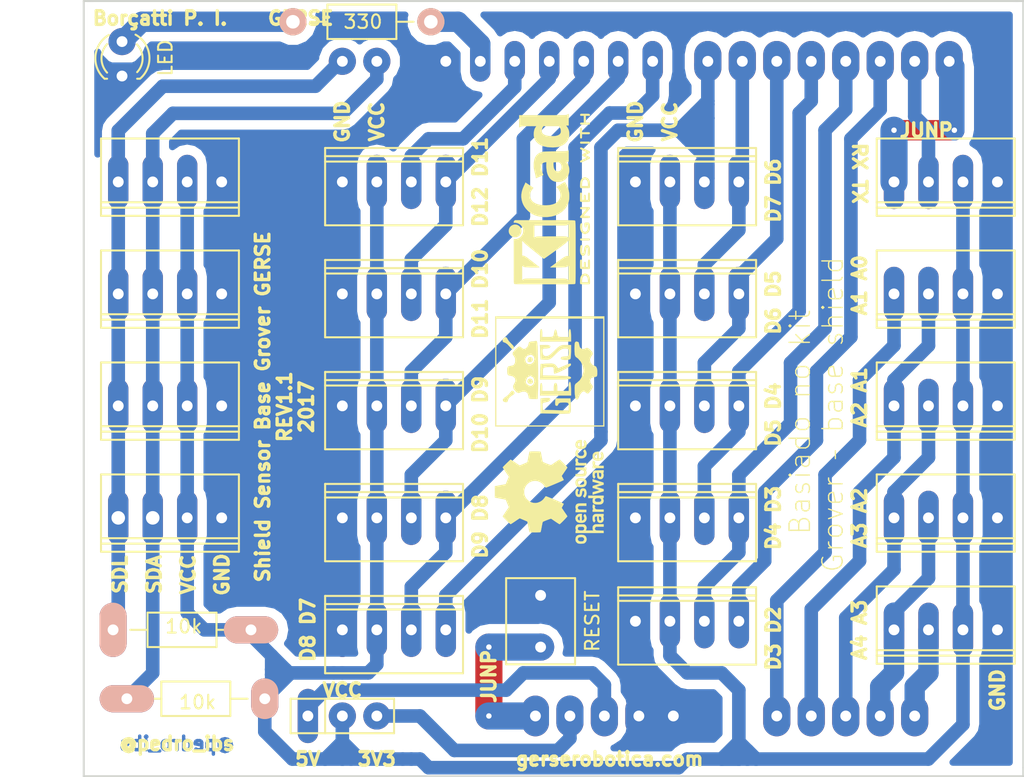
<source format=kicad_pcb>
(kicad_pcb (version 4) (host pcbnew 4.0.2+dfsg1-stable)

  (general
    (links 91)
    (no_connects 4)
    (area 19.355999 13.894999 88.721001 71.195001)
    (thickness 1.6)
    (drawings 43)
    (tracks 268)
    (zones 0)
    (modules 29)
    (nets 29)
  )

  (page A4)
  (title_block
    (title "Shield Sensor Base Grover GERSE")
    (date 2017-06-30)
    (rev 1.2)
    (company "GERSE - Grupo de Estudos em Robótica e sistemas Embarcados")
    (comment 1 "Facebook: www.facebook.com/gerserobot/ ")
    (comment 2 "Instagram: www.instagram.com/gerserobot/  ")
    (comment 3 "Website: gerserobotica.com")
    (comment 4 "Projetista: @pedro_ibs (www.instagram.com/pedro_ibs/)")
  )

  (layers
    (0 F.Cu signal)
    (31 B.Cu signal)
    (32 B.Adhes user hide)
    (33 F.Adhes user hide)
    (34 B.Paste user hide)
    (35 F.Paste user)
    (36 B.SilkS user)
    (37 F.SilkS user)
    (38 B.Mask user)
    (39 F.Mask user)
    (40 Dwgs.User user hide)
    (41 Cmts.User user hide)
    (42 Eco1.User user hide)
    (43 Eco2.User user hide)
    (44 Edge.Cuts user)
    (45 Margin user hide)
    (46 B.CrtYd user hide)
    (47 F.CrtYd user hide)
    (48 B.Fab user hide)
    (49 F.Fab user hide)
  )

  (setup
    (last_trace_width 1.5)
    (user_trace_width 0.3)
    (user_trace_width 0.5)
    (user_trace_width 0.7)
    (user_trace_width 0.9)
    (user_trace_width 1)
    (user_trace_width 1.5)
    (user_trace_width 2)
    (user_trace_width 3)
    (trace_clearance 0.2)
    (zone_clearance 0.7)
    (zone_45_only no)
    (trace_min 0.2)
    (segment_width 0.2)
    (edge_width 0.15)
    (via_size 0.6)
    (via_drill 0.4)
    (via_min_size 0.4)
    (via_min_drill 0.3)
    (user_via 1 0.8)
    (user_via 1 0.8)
    (user_via 1 0.8)
    (user_via 1 0.8)
    (user_via 1 0.8)
    (user_via 1.5 0.8)
    (user_via 2 1)
    (user_via 3 1)
    (uvia_size 0.3)
    (uvia_drill 0.1)
    (uvias_allowed no)
    (uvia_min_size 0.2)
    (uvia_min_drill 0.1)
    (pcb_text_width 0.3)
    (pcb_text_size 1.5 1.5)
    (mod_edge_width 0.15)
    (mod_text_size 1 1)
    (mod_text_width 0.15)
    (pad_size 1.5 4)
    (pad_drill 0.8)
    (pad_to_mask_clearance 0.2)
    (aux_axis_origin 10 10)
    (visible_elements 7FFFF73F)
    (pcbplotparams
      (layerselection 0x00030_80000001)
      (usegerberextensions false)
      (excludeedgelayer true)
      (linewidth 0.100000)
      (plotframeref false)
      (viasonmask false)
      (mode 1)
      (useauxorigin false)
      (hpglpennumber 1)
      (hpglpenspeed 20)
      (hpglpendiameter 15)
      (hpglpenoverlay 2)
      (psnegative false)
      (psa4output false)
      (plotreference true)
      (plotvalue true)
      (plotinvisibletext false)
      (padsonsilk false)
      (subtractmaskfromsilk false)
      (outputformat 1)
      (mirror false)
      (drillshape 0)
      (scaleselection 1)
      (outputdirectory ""))
  )

  (net 0 "")
  (net 1 Earth)
  (net 2 TXD)
  (net 3 D2)
  (net 4 D3)
  (net 5 D4)
  (net 6 D5)
  (net 7 D6)
  (net 8 D7)
  (net 9 D8)
  (net 10 D9)
  (net 11 D10)
  (net 12 D11)
  (net 13 D12)
  (net 14 D13)
  (net 15 "Net-(IC1-PadAR)")
  (net 16 ADC4)
  (net 17 ADC5)
  (net 18 ADC3)
  (net 19 ADC2)
  (net 20 ADC1)
  (net 21 ADC0)
  (net 22 "Net-(IC1-PadVIN)")
  (net 23 5V)
  (net 24 3V3)
  (net 25 VCC)
  (net 26 RXD)
  (net 27 RT)
  (net 28 "Net-(D1-Pad2)")

  (net_class Default "This is the default net class."
    (clearance 0.2)
    (trace_width 0.25)
    (via_dia 0.6)
    (via_drill 0.4)
    (uvia_dia 0.3)
    (uvia_drill 0.1)
    (add_net 3V3)
    (add_net 5V)
    (add_net ADC0)
    (add_net ADC1)
    (add_net ADC2)
    (add_net ADC3)
    (add_net ADC4)
    (add_net ADC5)
    (add_net D10)
    (add_net D11)
    (add_net D12)
    (add_net D13)
    (add_net D2)
    (add_net D3)
    (add_net D4)
    (add_net D5)
    (add_net D6)
    (add_net D7)
    (add_net D8)
    (add_net D9)
    (add_net Earth)
    (add_net "Net-(D1-Pad2)")
    (add_net "Net-(IC1-PadAR)")
    (add_net "Net-(IC1-PadVIN)")
    (add_net RT)
    (add_net RXD)
    (add_net TXD)
    (add_net VCC)
  )

  (module MY_kicad:ARDUINO_UNO (layer F.Cu) (tedit 597B4E23) (tstamp 59757DBA)
    (at 19.685 69.215)
    (path /58E3B1B7)
    (zone_connect 2)
    (attr virtual)
    (fp_text reference IC1 (at 1.5 -52) (layer F.SilkS) hide
      (effects (font (size 1 1) (thickness 0.15)))
    )
    (fp_text value ARDUINO_UNO (at 38.1 -25.4) (layer F.SilkS) hide
      (effects (font (size 10 5) (thickness 0.5)))
    )
    (fp_circle (center 15.24 -50.8) (end 13.716 -50.8) (layer F.Mask) (width 0.15))
    (fp_circle (center 66.04 -35.56) (end 67.564 -35.56) (layer F.Mask) (width 0.15))
    (fp_circle (center 66.04 -7.62) (end 67.564 -7.62) (layer F.Mask) (width 0.15))
    (fp_circle (center 13.97 -2.54) (end 15.494 -2.54) (layer F.Mask) (width 0.15))
    (fp_line (start 0 -43.815) (end -6.35 -43.815) (layer F.Mask) (width 0.15))
    (fp_line (start -6.35 -43.815) (end -6.35 -32.385) (layer F.Mask) (width 0.15))
    (fp_line (start -6.35 -32.385) (end 0 -32.385) (layer F.Mask) (width 0.15))
    (fp_line (start 9.525 -43.815) (end 0 -43.815) (layer F.Mask) (width 0.15))
    (fp_line (start 9.525 -32.385) (end 9.525 -43.815) (layer F.Mask) (width 0.15))
    (fp_line (start 0 -32.385) (end 9.525 -32.385) (layer F.Mask) (width 0.15))
    (fp_line (start 0 -12.065) (end -1.905 -12.065) (layer F.Mask) (width 0.15))
    (fp_line (start -1.905 -12.065) (end -1.905 -3.175) (layer F.Mask) (width 0.15))
    (fp_line (start -1.905 -3.175) (end 0 -3.175) (layer F.Mask) (width 0.15))
    (fp_line (start 0 -3.175) (end 11.43 -3.175) (layer F.Mask) (width 0.15))
    (fp_line (start 11.43 -3.175) (end 11.43 -12.065) (layer F.Mask) (width 0.15))
    (fp_line (start 11.43 -12.065) (end 0 -12.065) (layer F.Mask) (width 0.15))
    (fp_line (start 64.516 -53.34) (end 66.04 -51.816) (layer F.Mask) (width 0.15))
    (fp_line (start 66.04 -40.386) (end 66.04 -51.816) (layer F.Mask) (width 0.15))
    (fp_line (start 66.04 -40.386) (end 68.58 -37.846) (layer F.Mask) (width 0.15))
    (fp_line (start 68.58 -5.08) (end 68.58 -37.846) (layer F.Mask) (width 0.15))
    (fp_line (start 68.58 -5.08) (end 66.04 -2.54) (layer F.Mask) (width 0.15))
    (fp_line (start 66.04 0) (end 66.04 -2.54) (layer F.Mask) (width 0.15))
    (fp_line (start 0 -53.34) (end 64.516 -53.34) (layer F.Mask) (width 0.15))
    (fp_line (start 0 0) (end 0 -53.34) (layer F.Mask) (width 0.15))
    (fp_line (start 0 0) (end 66.04 0) (layer F.Mask) (width 0.15))
    (pad 0 thru_hole oval (at 63.5 -50.8) (size 2 3) (drill 0.8) (layers *.Cu *.Mask)
      (net 26 RXD) (zone_connect 2))
    (pad 1 thru_hole oval (at 60.96 -50.8) (size 2 3) (drill 0.8) (layers *.Cu *.Mask)
      (net 2 TXD) (zone_connect 2))
    (pad 2 thru_hole oval (at 58.42 -50.8) (size 2 3) (drill 0.8) (layers *.Cu *.Mask)
      (net 3 D2) (zone_connect 2))
    (pad 3 thru_hole oval (at 55.88 -50.8) (size 2 3) (drill 0.8) (layers *.Cu *.Mask)
      (net 4 D3) (zone_connect 2))
    (pad 4 thru_hole oval (at 53.34 -50.8) (size 2 3) (drill 0.8) (layers *.Cu *.Mask)
      (net 5 D4) (zone_connect 2))
    (pad 5 thru_hole oval (at 50.8 -50.8) (size 2 3) (drill 0.8) (layers *.Cu *.Mask)
      (net 6 D5) (zone_connect 2))
    (pad 6 thru_hole oval (at 48.26 -50.8) (size 2 3) (drill 0.8) (layers *.Cu *.Mask)
      (net 7 D6) (zone_connect 2))
    (pad 7 thru_hole oval (at 45.72 -50.8) (size 2 3) (drill 0.8) (layers *.Cu *.Mask)
      (net 8 D7) (zone_connect 2))
    (pad 8 thru_hole oval (at 41.656 -50.8) (size 1.5 3) (drill 0.8) (layers *.Cu *.Mask)
      (net 9 D8) (zone_connect 2))
    (pad 9 thru_hole oval (at 39.116 -50.8) (size 1.5 3) (drill 0.8) (layers *.Cu *.Mask)
      (net 10 D9) (zone_connect 2))
    (pad 10 thru_hole oval (at 36.576 -50.8) (size 1.5 3) (drill 0.8) (layers *.Cu *.Mask)
      (net 11 D10) (zone_connect 2))
    (pad 11 thru_hole oval (at 34.036 -50.8) (size 1.5 3) (drill 0.8) (layers *.Cu *.Mask)
      (net 12 D11) (zone_connect 2))
    (pad 12 thru_hole oval (at 31.496 -50.8) (size 1.5 3) (drill 0.8) (layers *.Cu *.Mask)
      (net 13 D12) (zone_connect 2))
    (pad 13 thru_hole oval (at 28.956 -50.8) (size 1.5 3) (drill 0.8) (layers *.Cu *.Mask)
      (net 14 D13) (zone_connect 2))
    (pad GND thru_hole circle (at 26.416 -50.8) (size 2 2) (drill 0.8) (layers *.Cu *.Mask)
      (net 1 Earth) (zone_connect 2))
    (pad AR smd circle (at 23.876 -50.8) (size 1.5 1.5) (layers F.Paste F.Mask)
      (net 15 "Net-(IC1-PadAR)") (zone_connect 2))
    (pad A4 thru_hole circle (at 21.336 -50.8) (size 2 2) (drill 0.8) (layers *.Cu *.Mask)
      (net 16 ADC4) (zone_connect 2))
    (pad A5 thru_hole circle (at 18.796 -50.8) (size 2 2) (drill 0.8) (layers *.Cu *.Mask)
      (net 17 ADC5) (zone_connect 2))
    (pad A5 smd oval (at 63.5 -2.54) (size 2 3) (layers F.Paste F.Mask)
      (net 17 ADC5) (zone_connect 2))
    (pad A4 thru_hole oval (at 60.96 -2.54) (size 2 3) (drill 0.8) (layers *.Cu *.Mask)
      (net 16 ADC4) (zone_connect 2))
    (pad A3 thru_hole oval (at 58.42 -2.54) (size 2 3) (drill 0.8) (layers *.Cu *.Mask)
      (net 18 ADC3) (zone_connect 2))
    (pad A2 thru_hole oval (at 55.88 -2.54) (size 2 3) (drill 0.8) (layers *.Cu *.Mask)
      (net 19 ADC2) (zone_connect 2))
    (pad A1 thru_hole oval (at 53.34 -2.54) (size 2 3) (drill 0.8) (layers *.Cu *.Mask)
      (net 20 ADC1) (zone_connect 2))
    (pad A0 thru_hole oval (at 50.8 -2.54) (size 2 3) (drill 0.8) (layers *.Cu *.Mask)
      (net 21 ADC0) (zone_connect 2))
    (pad VIN smd oval (at 45.72 -2.54) (size 2 3) (layers F.Paste F.Mask)
      (net 22 "Net-(IC1-PadVIN)") (zone_connect 2))
    (pad GND thru_hole oval (at 43.18 -2.54) (size 2 3) (drill 0.8) (layers *.Cu *.Mask)
      (net 1 Earth) (zone_connect 2))
    (pad GND thru_hole oval (at 40.64 -2.54) (size 2 3) (drill 0.8) (layers *.Cu *.Mask)
      (net 1 Earth) (zone_connect 2))
    (pad 5V thru_hole oval (at 38.1 -2.54) (size 2 3) (drill 0.8) (layers *.Cu *.Mask)
      (net 23 5V) (zone_connect 2))
    (pad 3V3 thru_hole oval (at 35.56 -2.54) (size 2 3) (drill 0.8) (layers *.Cu *.Mask)
      (net 24 3V3) (zone_connect 2))
    (pad RT thru_hole oval (at 33.02 -2.54) (size 2 3) (drill 0.8) (layers *.Cu *.Mask)
      (net 27 RT) (zone_connect 2))
    (pad IOR smd circle (at 30.48 -2.54) (size 1.5 1.5) (layers F.Paste F.Mask)
      (zone_connect 2))
    (pad NOT smd circle (at 27.94 -2.54) (size 1.5 1.5) (layers F.Paste F.Mask)
      (zone_connect 2))
  )

  (module MY_kicad:molex_2510 (layer F.Cu) (tedit 597B507C) (tstamp 59757DAD)
    (at 79.121 60.325)
    (path /58FF6958)
    (fp_text reference P4 (at 0 -3.81) (layer F.SilkS) hide
      (effects (font (size 1 1) (thickness 0.15)))
    )
    (fp_text value A3 (at 3.69 -2.43) (layer F.Fab) hide
      (effects (font (size 1 1) (thickness 0.15)))
    )
    (fp_line (start -1.27 1.5) (end 8.89 1.5) (layer F.SilkS) (width 0.15))
    (fp_line (start -1.27 1.9) (end 8.89 1.9) (layer F.SilkS) (width 0.15))
    (fp_line (start 8.89 2.5) (end 8.89 -3.2) (layer F.SilkS) (width 0.15))
    (fp_line (start -1.27 -3.2) (end 8.89 -3.2) (layer F.SilkS) (width 0.15))
    (fp_line (start -1.27 2.5) (end -1.27 -3.2) (layer F.SilkS) (width 0.15))
    (fp_line (start -1.27 2.5) (end 8.89 2.5) (layer F.SilkS) (width 0.15))
    (pad 1 thru_hole oval (at 0 0) (size 1.5 4) (drill 0.8) (layers *.Cu *.Mask)
      (net 18 ADC3))
    (pad 2 thru_hole oval (at 2.54 0) (size 1.5 4) (drill 0.8) (layers *.Cu *.Mask)
      (net 16 ADC4))
    (pad 3 thru_hole oval (at 5.08 0) (size 1.5 4) (drill 0.8) (layers *.Cu *.Mask)
      (net 25 VCC))
    (pad 4 thru_hole oval (at 7.62 0) (size 1.5 4) (drill 0.8) (layers *.Cu *.Mask)
      (net 1 Earth))
  )

  (module MY_kicad:molex_2510 (layer F.Cu) (tedit 597B5095) (tstamp 59757DA0)
    (at 79.121 52.07)
    (path /58FF5D04)
    (fp_text reference P3 (at 0 -3.81) (layer F.SilkS) hide
      (effects (font (size 1 1) (thickness 0.15)))
    )
    (fp_text value A2 (at 3.69 -2.43) (layer F.Fab) hide
      (effects (font (size 1 1) (thickness 0.15)))
    )
    (fp_line (start -1.27 1.5) (end 8.89 1.5) (layer F.SilkS) (width 0.15))
    (fp_line (start -1.27 1.9) (end 8.89 1.9) (layer F.SilkS) (width 0.15))
    (fp_line (start 8.89 2.5) (end 8.89 -3.2) (layer F.SilkS) (width 0.15))
    (fp_line (start -1.27 -3.2) (end 8.89 -3.2) (layer F.SilkS) (width 0.15))
    (fp_line (start -1.27 2.5) (end -1.27 -3.2) (layer F.SilkS) (width 0.15))
    (fp_line (start -1.27 2.5) (end 8.89 2.5) (layer F.SilkS) (width 0.15))
    (pad 1 thru_hole oval (at 0 0) (size 1.5 4) (drill 0.8) (layers *.Cu *.Mask)
      (net 19 ADC2))
    (pad 2 thru_hole oval (at 2.54 0) (size 1.5 4) (drill 0.8) (layers *.Cu *.Mask)
      (net 18 ADC3))
    (pad 3 thru_hole oval (at 5.08 0) (size 1.5 4) (drill 0.8) (layers *.Cu *.Mask)
      (net 25 VCC))
    (pad 4 thru_hole oval (at 7.62 0) (size 1.5 4) (drill 0.8) (layers *.Cu *.Mask)
      (net 1 Earth))
  )

  (module Resistors_ThroughHole:Resistor_Horizontal_RM10mm (layer F.Cu) (tedit 597B4CEB) (tstamp 59757D91)
    (at 21.59 60.325)
    (descr "Resistor, Axial,  RM 10mm, 1/3W")
    (tags "Resistor Axial RM 10mm 1/3W")
    (path /58FFBF2A)
    (fp_text reference R1 (at 5.32892 -3.50012) (layer F.SilkS) hide
      (effects (font (size 1 1) (thickness 0.15)))
    )
    (fp_text value 10k (at 5.207 -0.254) (layer F.SilkS)
      (effects (font (size 1 1) (thickness 0.15)))
    )
    (fp_line (start -1.25 -1.5) (end 11.4 -1.5) (layer F.CrtYd) (width 0.05))
    (fp_line (start -1.25 1.5) (end -1.25 -1.5) (layer F.CrtYd) (width 0.05))
    (fp_line (start 11.4 -1.5) (end 11.4 1.5) (layer F.CrtYd) (width 0.05))
    (fp_line (start -1.25 1.5) (end 11.4 1.5) (layer F.CrtYd) (width 0.05))
    (fp_line (start 2.54 -1.27) (end 7.62 -1.27) (layer F.SilkS) (width 0.15))
    (fp_line (start 7.62 -1.27) (end 7.62 1.27) (layer F.SilkS) (width 0.15))
    (fp_line (start 7.62 1.27) (end 2.54 1.27) (layer F.SilkS) (width 0.15))
    (fp_line (start 2.54 1.27) (end 2.54 -1.27) (layer F.SilkS) (width 0.15))
    (fp_line (start 2.54 0) (end 1.27 0) (layer F.SilkS) (width 0.15))
    (fp_line (start 7.62 0) (end 8.89 0) (layer F.SilkS) (width 0.15))
    (pad 1 thru_hole oval (at 0 0) (size 2 4) (drill 0.8) (layers *.Cu *.Mask B.SilkS)
      (net 17 ADC5))
    (pad 2 thru_hole oval (at 10.16 0) (size 4 2) (drill 0.8) (layers *.Cu *.Mask B.SilkS)
      (net 25 VCC))
    (model Resistors_ThroughHole.3dshapes/Resistor_Horizontal_RM10mm.wrl
      (at (xyz 0 0 0))
      (scale (xyz 0.4 0.4 0.4))
      (rotate (xyz 0 0 0))
    )
  )

  (module Symbols:KiCad-Logo2_6mm_SilkScreen (layer F.Cu) (tedit 0) (tstamp 59757D7D)
    (at 53.721 28.575 90)
    (descr "KiCad Logo")
    (tags "Logo KiCad")
    (attr virtual)
    (fp_text reference REF*** (at 0 0 90) (layer F.SilkS) hide
      (effects (font (size 1 1) (thickness 0.15)))
    )
    (fp_text value KiCad-Logo2_6mm_SilkScreen (at 0.75 0 90) (layer F.Fab) hide
      (effects (font (size 1 1) (thickness 0.15)))
    )
    (fp_poly (pts (xy -6.121371 2.269066) (xy -6.081889 2.269467) (xy -5.9662 2.272259) (xy -5.869311 2.28055)
      (xy -5.787919 2.295232) (xy -5.718723 2.317193) (xy -5.65842 2.347322) (xy -5.603708 2.38651)
      (xy -5.584167 2.403532) (xy -5.55175 2.443363) (xy -5.52252 2.497413) (xy -5.499991 2.557323)
      (xy -5.487679 2.614739) (xy -5.4864 2.635956) (xy -5.494417 2.694769) (xy -5.515899 2.759013)
      (xy -5.546999 2.819821) (xy -5.583866 2.86833) (xy -5.589854 2.874182) (xy -5.640579 2.915321)
      (xy -5.696125 2.947435) (xy -5.759696 2.971365) (xy -5.834494 2.987953) (xy -5.923722 2.998041)
      (xy -6.030582 3.002469) (xy -6.079528 3.002845) (xy -6.141762 3.002545) (xy -6.185528 3.001292)
      (xy -6.214931 2.998554) (xy -6.234079 2.993801) (xy -6.247077 2.986501) (xy -6.254045 2.980267)
      (xy -6.260626 2.972694) (xy -6.265788 2.962924) (xy -6.269703 2.94834) (xy -6.272543 2.926326)
      (xy -6.27448 2.894264) (xy -6.275684 2.849536) (xy -6.276328 2.789526) (xy -6.276583 2.711617)
      (xy -6.276622 2.635956) (xy -6.27687 2.535041) (xy -6.276817 2.454427) (xy -6.275857 2.415822)
      (xy -6.129867 2.415822) (xy -6.129867 2.856089) (xy -6.036734 2.856004) (xy -5.980693 2.854396)
      (xy -5.921999 2.850256) (xy -5.873028 2.844464) (xy -5.871538 2.844226) (xy -5.792392 2.82509)
      (xy -5.731002 2.795287) (xy -5.684305 2.752878) (xy -5.654635 2.706961) (xy -5.636353 2.656026)
      (xy -5.637771 2.6082) (xy -5.658988 2.556933) (xy -5.700489 2.503899) (xy -5.757998 2.4646)
      (xy -5.83275 2.438331) (xy -5.882708 2.429035) (xy -5.939416 2.422507) (xy -5.999519 2.417782)
      (xy -6.050639 2.415817) (xy -6.053667 2.415808) (xy -6.129867 2.415822) (xy -6.275857 2.415822)
      (xy -6.27526 2.391851) (xy -6.270998 2.345055) (xy -6.26283 2.311778) (xy -6.249556 2.289759)
      (xy -6.229974 2.276739) (xy -6.202883 2.270457) (xy -6.167082 2.268653) (xy -6.121371 2.269066)) (layer F.SilkS) (width 0.01))
    (fp_poly (pts (xy -4.712794 2.269146) (xy -4.643386 2.269518) (xy -4.590997 2.270385) (xy -4.552847 2.271946)
      (xy -4.526159 2.274403) (xy -4.508153 2.277957) (xy -4.496049 2.28281) (xy -4.487069 2.289161)
      (xy -4.483818 2.292084) (xy -4.464043 2.323142) (xy -4.460482 2.358828) (xy -4.473491 2.39051)
      (xy -4.479506 2.396913) (xy -4.489235 2.403121) (xy -4.504901 2.40791) (xy -4.529408 2.411514)
      (xy -4.565661 2.414164) (xy -4.616565 2.416095) (xy -4.685026 2.417539) (xy -4.747617 2.418418)
      (xy -4.995334 2.421467) (xy -4.998719 2.486378) (xy -5.002105 2.551289) (xy -4.833958 2.551289)
      (xy -4.760959 2.551919) (xy -4.707517 2.554553) (xy -4.670628 2.560309) (xy -4.647288 2.570304)
      (xy -4.634494 2.585656) (xy -4.629242 2.607482) (xy -4.628445 2.627738) (xy -4.630923 2.652592)
      (xy -4.640277 2.670906) (xy -4.659383 2.683637) (xy -4.691118 2.691741) (xy -4.738359 2.696176)
      (xy -4.803983 2.697899) (xy -4.839801 2.698045) (xy -5.000978 2.698045) (xy -5.000978 2.856089)
      (xy -4.752622 2.856089) (xy -4.671213 2.856202) (xy -4.609342 2.856712) (xy -4.563968 2.85787)
      (xy -4.532054 2.85993) (xy -4.510559 2.863146) (xy -4.496443 2.867772) (xy -4.486668 2.874059)
      (xy -4.481689 2.878667) (xy -4.46461 2.90556) (xy -4.459111 2.929467) (xy -4.466963 2.958667)
      (xy -4.481689 2.980267) (xy -4.489546 2.987066) (xy -4.499688 2.992346) (xy -4.514844 2.996298)
      (xy -4.537741 2.999113) (xy -4.571109 3.000982) (xy -4.617675 3.002098) (xy -4.680167 3.002651)
      (xy -4.761314 3.002833) (xy -4.803422 3.002845) (xy -4.893598 3.002765) (xy -4.963924 3.002398)
      (xy -5.017129 3.001552) (xy -5.05594 3.000036) (xy -5.083087 2.997659) (xy -5.101298 2.994229)
      (xy -5.1133 2.989554) (xy -5.121822 2.983444) (xy -5.125156 2.980267) (xy -5.131755 2.97267)
      (xy -5.136927 2.96287) (xy -5.140846 2.948239) (xy -5.143684 2.926152) (xy -5.145615 2.893982)
      (xy -5.146812 2.849103) (xy -5.147448 2.788889) (xy -5.147697 2.710713) (xy -5.147734 2.637923)
      (xy -5.1477 2.544707) (xy -5.147465 2.471431) (xy -5.14683 2.415458) (xy -5.145594 2.374151)
      (xy -5.143556 2.344872) (xy -5.140517 2.324984) (xy -5.136277 2.31185) (xy -5.130635 2.302832)
      (xy -5.123391 2.295293) (xy -5.121606 2.293612) (xy -5.112945 2.286172) (xy -5.102882 2.280409)
      (xy -5.088625 2.276112) (xy -5.067383 2.273064) (xy -5.036364 2.271051) (xy -4.992777 2.26986)
      (xy -4.933831 2.269275) (xy -4.856734 2.269083) (xy -4.802001 2.269067) (xy -4.712794 2.269146)) (layer F.SilkS) (width 0.01))
    (fp_poly (pts (xy -3.691703 2.270351) (xy -3.616888 2.275581) (xy -3.547306 2.28375) (xy -3.487002 2.29455)
      (xy -3.44002 2.307673) (xy -3.410406 2.322813) (xy -3.40586 2.327269) (xy -3.390054 2.36185)
      (xy -3.394847 2.397351) (xy -3.419364 2.427725) (xy -3.420534 2.428596) (xy -3.434954 2.437954)
      (xy -3.450008 2.442876) (xy -3.471005 2.443473) (xy -3.503257 2.439861) (xy -3.552073 2.432154)
      (xy -3.556 2.431505) (xy -3.628739 2.422569) (xy -3.707217 2.418161) (xy -3.785927 2.418119)
      (xy -3.859361 2.422279) (xy -3.922011 2.430479) (xy -3.96837 2.442557) (xy -3.971416 2.443771)
      (xy -4.005048 2.462615) (xy -4.016864 2.481685) (xy -4.007614 2.500439) (xy -3.978047 2.518337)
      (xy -3.928911 2.534837) (xy -3.860957 2.549396) (xy -3.815645 2.556406) (xy -3.721456 2.569889)
      (xy -3.646544 2.582214) (xy -3.587717 2.594449) (xy -3.541785 2.607661) (xy -3.505555 2.622917)
      (xy -3.475838 2.641285) (xy -3.449442 2.663831) (xy -3.42823 2.685971) (xy -3.403065 2.716819)
      (xy -3.390681 2.743345) (xy -3.386808 2.776026) (xy -3.386667 2.787995) (xy -3.389576 2.827712)
      (xy -3.401202 2.857259) (xy -3.421323 2.883486) (xy -3.462216 2.923576) (xy -3.507817 2.954149)
      (xy -3.561513 2.976203) (xy -3.626692 2.990735) (xy -3.706744 2.998741) (xy -3.805057 3.001218)
      (xy -3.821289 3.001177) (xy -3.886849 2.999818) (xy -3.951866 2.99673) (xy -4.009252 2.992356)
      (xy -4.051922 2.98714) (xy -4.055372 2.986541) (xy -4.097796 2.976491) (xy -4.13378 2.963796)
      (xy -4.15415 2.95219) (xy -4.173107 2.921572) (xy -4.174427 2.885918) (xy -4.158085 2.854144)
      (xy -4.154429 2.850551) (xy -4.139315 2.839876) (xy -4.120415 2.835276) (xy -4.091162 2.836059)
      (xy -4.055651 2.840127) (xy -4.01597 2.843762) (xy -3.960345 2.846828) (xy -3.895406 2.849053)
      (xy -3.827785 2.850164) (xy -3.81 2.850237) (xy -3.742128 2.849964) (xy -3.692454 2.848646)
      (xy -3.65661 2.845827) (xy -3.630224 2.84105) (xy -3.608926 2.833857) (xy -3.596126 2.827867)
      (xy -3.568 2.811233) (xy -3.550068 2.796168) (xy -3.547447 2.791897) (xy -3.552976 2.774263)
      (xy -3.57926 2.757192) (xy -3.624478 2.741458) (xy -3.686808 2.727838) (xy -3.705171 2.724804)
      (xy -3.80109 2.709738) (xy -3.877641 2.697146) (xy -3.93778 2.686111) (xy -3.98446 2.67572)
      (xy -4.020637 2.665056) (xy -4.049265 2.653205) (xy -4.073298 2.639251) (xy -4.095692 2.622281)
      (xy -4.119402 2.601378) (xy -4.12738 2.594049) (xy -4.155353 2.566699) (xy -4.17016 2.545029)
      (xy -4.175952 2.520232) (xy -4.176889 2.488983) (xy -4.166575 2.427705) (xy -4.135752 2.37564)
      (xy -4.084595 2.332958) (xy -4.013283 2.299825) (xy -3.9624 2.284964) (xy -3.9071 2.275366)
      (xy -3.840853 2.269936) (xy -3.767706 2.268367) (xy -3.691703 2.270351)) (layer F.SilkS) (width 0.01))
    (fp_poly (pts (xy -2.923822 2.291645) (xy -2.917242 2.299218) (xy -2.912079 2.308987) (xy -2.908164 2.323571)
      (xy -2.905324 2.345585) (xy -2.903387 2.377648) (xy -2.902183 2.422375) (xy -2.901539 2.482385)
      (xy -2.901284 2.560294) (xy -2.901245 2.635956) (xy -2.901314 2.729802) (xy -2.901638 2.803689)
      (xy -2.902386 2.860232) (xy -2.903732 2.902049) (xy -2.905846 2.931757) (xy -2.9089 2.951973)
      (xy -2.913066 2.965314) (xy -2.918516 2.974398) (xy -2.923822 2.980267) (xy -2.956826 2.999947)
      (xy -2.991991 2.998181) (xy -3.023455 2.976717) (xy -3.030684 2.968337) (xy -3.036334 2.958614)
      (xy -3.040599 2.944861) (xy -3.043673 2.924389) (xy -3.045752 2.894512) (xy -3.04703 2.852541)
      (xy -3.047701 2.795789) (xy -3.047959 2.721567) (xy -3.048 2.637537) (xy -3.048 2.324485)
      (xy -3.020291 2.296776) (xy -2.986137 2.273463) (xy -2.953006 2.272623) (xy -2.923822 2.291645)) (layer F.SilkS) (width 0.01))
    (fp_poly (pts (xy -1.950081 2.274599) (xy -1.881565 2.286095) (xy -1.828943 2.303967) (xy -1.794708 2.327499)
      (xy -1.785379 2.340924) (xy -1.775893 2.372148) (xy -1.782277 2.400395) (xy -1.80243 2.427182)
      (xy -1.833745 2.439713) (xy -1.879183 2.438696) (xy -1.914326 2.431906) (xy -1.992419 2.418971)
      (xy -2.072226 2.417742) (xy -2.161555 2.428241) (xy -2.186229 2.43269) (xy -2.269291 2.456108)
      (xy -2.334273 2.490945) (xy -2.380461 2.536604) (xy -2.407145 2.592494) (xy -2.412663 2.621388)
      (xy -2.409051 2.680012) (xy -2.385729 2.731879) (xy -2.344824 2.775978) (xy -2.288459 2.811299)
      (xy -2.21876 2.836829) (xy -2.137852 2.851559) (xy -2.04786 2.854478) (xy -1.95091 2.844575)
      (xy -1.945436 2.843641) (xy -1.906875 2.836459) (xy -1.885494 2.829521) (xy -1.876227 2.819227)
      (xy -1.874006 2.801976) (xy -1.873956 2.792841) (xy -1.873956 2.754489) (xy -1.942431 2.754489)
      (xy -2.0029 2.750347) (xy -2.044165 2.737147) (xy -2.068175 2.71373) (xy -2.076877 2.678936)
      (xy -2.076983 2.674394) (xy -2.071892 2.644654) (xy -2.054433 2.623419) (xy -2.021939 2.609366)
      (xy -1.971743 2.601173) (xy -1.923123 2.598161) (xy -1.852456 2.596433) (xy -1.801198 2.59907)
      (xy -1.766239 2.6088) (xy -1.74447 2.628353) (xy -1.73278 2.660456) (xy -1.72806 2.707838)
      (xy -1.7272 2.770071) (xy -1.728609 2.839535) (xy -1.732848 2.886786) (xy -1.739936 2.912012)
      (xy -1.741311 2.913988) (xy -1.780228 2.945508) (xy -1.837286 2.97047) (xy -1.908869 2.98834)
      (xy -1.991358 2.998586) (xy -2.081139 3.000673) (xy -2.174592 2.994068) (xy -2.229556 2.985956)
      (xy -2.315766 2.961554) (xy -2.395892 2.921662) (xy -2.462977 2.869887) (xy -2.473173 2.859539)
      (xy -2.506302 2.816035) (xy -2.536194 2.762118) (xy -2.559357 2.705592) (xy -2.572298 2.654259)
      (xy -2.573858 2.634544) (xy -2.567218 2.593419) (xy -2.549568 2.542252) (xy -2.524297 2.488394)
      (xy -2.494789 2.439195) (xy -2.468719 2.406334) (xy -2.407765 2.357452) (xy -2.328969 2.318545)
      (xy -2.235157 2.290494) (xy -2.12915 2.274179) (xy -2.032 2.270192) (xy -1.950081 2.274599)) (layer F.SilkS) (width 0.01))
    (fp_poly (pts (xy -1.300114 2.273448) (xy -1.276548 2.287273) (xy -1.245735 2.309881) (xy -1.206078 2.342338)
      (xy -1.15598 2.385708) (xy -1.093843 2.441058) (xy -1.018072 2.509451) (xy -0.931334 2.588084)
      (xy -0.750711 2.751878) (xy -0.745067 2.532029) (xy -0.743029 2.456351) (xy -0.741063 2.399994)
      (xy -0.738734 2.359706) (xy -0.735606 2.332235) (xy -0.731245 2.314329) (xy -0.725216 2.302737)
      (xy -0.717084 2.294208) (xy -0.712772 2.290623) (xy -0.678241 2.27167) (xy -0.645383 2.274441)
      (xy -0.619318 2.290633) (xy -0.592667 2.312199) (xy -0.589352 2.627151) (xy -0.588435 2.719779)
      (xy -0.587968 2.792544) (xy -0.588113 2.848161) (xy -0.589032 2.889342) (xy -0.590887 2.918803)
      (xy -0.593839 2.939255) (xy -0.59805 2.953413) (xy -0.603682 2.963991) (xy -0.609927 2.972474)
      (xy -0.623439 2.988207) (xy -0.636883 2.998636) (xy -0.652124 3.002639) (xy -0.671026 2.999094)
      (xy -0.695455 2.986879) (xy -0.727273 2.964871) (xy -0.768348 2.931949) (xy -0.820542 2.886991)
      (xy -0.885722 2.828875) (xy -0.959556 2.762099) (xy -1.224845 2.521458) (xy -1.230489 2.740589)
      (xy -1.232531 2.816128) (xy -1.234502 2.872354) (xy -1.236839 2.912524) (xy -1.239981 2.939896)
      (xy -1.244364 2.957728) (xy -1.250424 2.969279) (xy -1.2586 2.977807) (xy -1.262784 2.981282)
      (xy -1.299765 3.000372) (xy -1.334708 2.997493) (xy -1.365136 2.9731) (xy -1.372097 2.963286)
      (xy -1.377523 2.951826) (xy -1.381603 2.935968) (xy -1.384529 2.912963) (xy -1.386492 2.880062)
      (xy -1.387683 2.834516) (xy -1.388292 2.773573) (xy -1.388511 2.694486) (xy -1.388534 2.635956)
      (xy -1.38846 2.544407) (xy -1.388113 2.472687) (xy -1.387301 2.418045) (xy -1.385833 2.377732)
      (xy -1.383519 2.348998) (xy -1.380167 2.329093) (xy -1.375588 2.315268) (xy -1.369589 2.304772)
      (xy -1.365136 2.298811) (xy -1.35385 2.284691) (xy -1.343301 2.274029) (xy -1.331893 2.267892)
      (xy -1.31803 2.267343) (xy -1.300114 2.273448)) (layer F.SilkS) (width 0.01))
    (fp_poly (pts (xy 0.230343 2.26926) (xy 0.306701 2.270174) (xy 0.365217 2.272311) (xy 0.408255 2.276175)
      (xy 0.438183 2.282267) (xy 0.457368 2.29109) (xy 0.468176 2.303146) (xy 0.472973 2.318939)
      (xy 0.474127 2.33897) (xy 0.474133 2.341335) (xy 0.473131 2.363992) (xy 0.468396 2.381503)
      (xy 0.457333 2.394574) (xy 0.437348 2.403913) (xy 0.405846 2.410227) (xy 0.360232 2.414222)
      (xy 0.297913 2.416606) (xy 0.216293 2.418086) (xy 0.191277 2.418414) (xy -0.0508 2.421467)
      (xy -0.054186 2.486378) (xy -0.057571 2.551289) (xy 0.110576 2.551289) (xy 0.176266 2.551531)
      (xy 0.223172 2.552556) (xy 0.255083 2.554811) (xy 0.275791 2.558742) (xy 0.289084 2.564798)
      (xy 0.298755 2.573424) (xy 0.298817 2.573493) (xy 0.316356 2.607112) (xy 0.315722 2.643448)
      (xy 0.297314 2.674423) (xy 0.293671 2.677607) (xy 0.280741 2.685812) (xy 0.263024 2.691521)
      (xy 0.23657 2.695162) (xy 0.197432 2.697167) (xy 0.141662 2.697964) (xy 0.105994 2.698045)
      (xy -0.056445 2.698045) (xy -0.056445 2.856089) (xy 0.190161 2.856089) (xy 0.27158 2.856231)
      (xy 0.33341 2.856814) (xy 0.378637 2.858068) (xy 0.410248 2.860227) (xy 0.431231 2.863523)
      (xy 0.444573 2.868189) (xy 0.453261 2.874457) (xy 0.45545 2.876733) (xy 0.471614 2.90828)
      (xy 0.472797 2.944168) (xy 0.459536 2.975285) (xy 0.449043 2.985271) (xy 0.438129 2.990769)
      (xy 0.421217 2.995022) (xy 0.395633 2.99818) (xy 0.358701 3.000392) (xy 0.307746 3.001806)
      (xy 0.240094 3.002572) (xy 0.153069 3.002838) (xy 0.133394 3.002845) (xy 0.044911 3.002787)
      (xy -0.023773 3.002467) (xy -0.075436 3.001667) (xy -0.112855 3.000167) (xy -0.13881 2.997749)
      (xy -0.156078 2.994194) (xy -0.167438 2.989282) (xy -0.175668 2.982795) (xy -0.180183 2.978138)
      (xy -0.186979 2.969889) (xy -0.192288 2.959669) (xy -0.196294 2.9448) (xy -0.199179 2.922602)
      (xy -0.201126 2.890393) (xy -0.202319 2.845496) (xy -0.202939 2.785228) (xy -0.203171 2.706911)
      (xy -0.2032 2.640994) (xy -0.203129 2.548628) (xy -0.202792 2.476117) (xy -0.202002 2.420737)
      (xy -0.200574 2.379765) (xy -0.198321 2.350478) (xy -0.195057 2.330153) (xy -0.190596 2.316066)
      (xy -0.184752 2.305495) (xy -0.179803 2.298811) (xy -0.156406 2.269067) (xy 0.133774 2.269067)
      (xy 0.230343 2.26926)) (layer F.SilkS) (width 0.01))
    (fp_poly (pts (xy 1.018309 2.269275) (xy 1.147288 2.273636) (xy 1.256991 2.286861) (xy 1.349226 2.309741)
      (xy 1.425802 2.34307) (xy 1.488527 2.387638) (xy 1.539212 2.444236) (xy 1.579663 2.513658)
      (xy 1.580459 2.515351) (xy 1.604601 2.577483) (xy 1.613203 2.632509) (xy 1.606231 2.687887)
      (xy 1.583654 2.751073) (xy 1.579372 2.760689) (xy 1.550172 2.816966) (xy 1.517356 2.860451)
      (xy 1.475002 2.897417) (xy 1.41719 2.934135) (xy 1.413831 2.936052) (xy 1.363504 2.960227)
      (xy 1.306621 2.978282) (xy 1.239527 2.990839) (xy 1.158565 2.998522) (xy 1.060082 3.001953)
      (xy 1.025286 3.002251) (xy 0.859594 3.002845) (xy 0.836197 2.9731) (xy 0.829257 2.963319)
      (xy 0.823842 2.951897) (xy 0.819765 2.936095) (xy 0.816837 2.913175) (xy 0.814867 2.880396)
      (xy 0.814225 2.856089) (xy 0.970844 2.856089) (xy 1.064726 2.856089) (xy 1.119664 2.854483)
      (xy 1.17606 2.850255) (xy 1.222345 2.844292) (xy 1.225139 2.84379) (xy 1.307348 2.821736)
      (xy 1.371114 2.7886) (xy 1.418452 2.742847) (xy 1.451382 2.682939) (xy 1.457108 2.667061)
      (xy 1.462721 2.642333) (xy 1.460291 2.617902) (xy 1.448467 2.5854) (xy 1.44134 2.569434)
      (xy 1.418 2.527006) (xy 1.38988 2.49724) (xy 1.35894 2.476511) (xy 1.296966 2.449537)
      (xy 1.217651 2.429998) (xy 1.125253 2.418746) (xy 1.058333 2.41627) (xy 0.970844 2.415822)
      (xy 0.970844 2.856089) (xy 0.814225 2.856089) (xy 0.813668 2.835021) (xy 0.81305 2.774311)
      (xy 0.812825 2.695526) (xy 0.8128 2.63392) (xy 0.8128 2.324485) (xy 0.840509 2.296776)
      (xy 0.852806 2.285544) (xy 0.866103 2.277853) (xy 0.884672 2.27304) (xy 0.912786 2.270446)
      (xy 0.954717 2.26941) (xy 1.014737 2.26927) (xy 1.018309 2.269275)) (layer F.SilkS) (width 0.01))
    (fp_poly (pts (xy 3.744665 2.271034) (xy 3.764255 2.278035) (xy 3.76501 2.278377) (xy 3.791613 2.298678)
      (xy 3.80627 2.319561) (xy 3.809138 2.329352) (xy 3.808996 2.342361) (xy 3.804961 2.360895)
      (xy 3.796146 2.387257) (xy 3.781669 2.423752) (xy 3.760645 2.472687) (xy 3.732188 2.536365)
      (xy 3.695415 2.617093) (xy 3.675175 2.661216) (xy 3.638625 2.739985) (xy 3.604315 2.812423)
      (xy 3.573552 2.87588) (xy 3.547648 2.927708) (xy 3.52791 2.965259) (xy 3.51565 2.985884)
      (xy 3.513224 2.988733) (xy 3.482183 3.001302) (xy 3.447121 2.999619) (xy 3.419 2.984332)
      (xy 3.417854 2.983089) (xy 3.406668 2.966154) (xy 3.387904 2.93317) (xy 3.363875 2.88838)
      (xy 3.336897 2.836032) (xy 3.327201 2.816742) (xy 3.254014 2.67015) (xy 3.17424 2.829393)
      (xy 3.145767 2.884415) (xy 3.11935 2.932132) (xy 3.097148 2.968893) (xy 3.081319 2.991044)
      (xy 3.075954 2.995741) (xy 3.034257 3.002102) (xy 2.999849 2.988733) (xy 2.989728 2.974446)
      (xy 2.972214 2.942692) (xy 2.948735 2.896597) (xy 2.92072 2.839285) (xy 2.889599 2.77388)
      (xy 2.856799 2.703507) (xy 2.82375 2.631291) (xy 2.791881 2.560355) (xy 2.762619 2.493825)
      (xy 2.737395 2.434826) (xy 2.717636 2.386481) (xy 2.704772 2.351915) (xy 2.700231 2.334253)
      (xy 2.700277 2.333613) (xy 2.711326 2.311388) (xy 2.73341 2.288753) (xy 2.73471 2.287768)
      (xy 2.761853 2.272425) (xy 2.786958 2.272574) (xy 2.796368 2.275466) (xy 2.807834 2.281718)
      (xy 2.82001 2.294014) (xy 2.834357 2.314908) (xy 2.852336 2.346949) (xy 2.875407 2.392688)
      (xy 2.90503 2.454677) (xy 2.931745 2.511898) (xy 2.96248 2.578226) (xy 2.990021 2.637874)
      (xy 3.012938 2.687725) (xy 3.029798 2.724664) (xy 3.039173 2.745573) (xy 3.04054 2.748845)
      (xy 3.046689 2.743497) (xy 3.060822 2.721109) (xy 3.081057 2.684946) (xy 3.105515 2.638277)
      (xy 3.115248 2.619022) (xy 3.148217 2.554004) (xy 3.173643 2.506654) (xy 3.193612 2.474219)
      (xy 3.21021 2.453946) (xy 3.225524 2.443082) (xy 3.24164 2.438875) (xy 3.252143 2.4384)
      (xy 3.27067 2.440042) (xy 3.286904 2.446831) (xy 3.303035 2.461566) (xy 3.321251 2.487044)
      (xy 3.343739 2.526061) (xy 3.372689 2.581414) (xy 3.388662 2.612903) (xy 3.41457 2.663087)
      (xy 3.437167 2.704704) (xy 3.454458 2.734242) (xy 3.46445 2.748189) (xy 3.465809 2.74877)
      (xy 3.472261 2.737793) (xy 3.486708 2.70929) (xy 3.507703 2.666244) (xy 3.533797 2.611638)
      (xy 3.563546 2.548454) (xy 3.57818 2.517071) (xy 3.61625 2.436078) (xy 3.646905 2.373756)
      (xy 3.671737 2.328071) (xy 3.692337 2.296989) (xy 3.710298 2.278478) (xy 3.72721 2.270504)
      (xy 3.744665 2.271034)) (layer F.SilkS) (width 0.01))
    (fp_poly (pts (xy 4.188614 2.275877) (xy 4.212327 2.290647) (xy 4.238978 2.312227) (xy 4.238978 2.633773)
      (xy 4.238893 2.72783) (xy 4.238529 2.801932) (xy 4.237724 2.858704) (xy 4.236313 2.900768)
      (xy 4.234133 2.930748) (xy 4.231021 2.951267) (xy 4.226814 2.964949) (xy 4.221348 2.974416)
      (xy 4.217472 2.979082) (xy 4.186034 2.999575) (xy 4.150233 2.998739) (xy 4.118873 2.981264)
      (xy 4.092222 2.959684) (xy 4.092222 2.312227) (xy 4.118873 2.290647) (xy 4.144594 2.274949)
      (xy 4.1656 2.269067) (xy 4.188614 2.275877)) (layer F.SilkS) (width 0.01))
    (fp_poly (pts (xy 4.963065 2.269163) (xy 5.041772 2.269542) (xy 5.102863 2.270333) (xy 5.148817 2.27167)
      (xy 5.182114 2.273683) (xy 5.205236 2.276506) (xy 5.220662 2.280269) (xy 5.230871 2.285105)
      (xy 5.235813 2.288822) (xy 5.261457 2.321358) (xy 5.264559 2.355138) (xy 5.248711 2.385826)
      (xy 5.238348 2.398089) (xy 5.227196 2.40645) (xy 5.211035 2.411657) (xy 5.185642 2.414457)
      (xy 5.146798 2.415596) (xy 5.09028 2.415821) (xy 5.07918 2.415822) (xy 4.933244 2.415822)
      (xy 4.933244 2.686756) (xy 4.933148 2.772154) (xy 4.932711 2.837864) (xy 4.931712 2.886774)
      (xy 4.929928 2.921773) (xy 4.927137 2.945749) (xy 4.923117 2.961593) (xy 4.917645 2.972191)
      (xy 4.910666 2.980267) (xy 4.877734 3.000112) (xy 4.843354 2.998548) (xy 4.812176 2.975906)
      (xy 4.809886 2.9731) (xy 4.802429 2.962492) (xy 4.796747 2.950081) (xy 4.792601 2.93285)
      (xy 4.78975 2.907784) (xy 4.787954 2.871867) (xy 4.786972 2.822083) (xy 4.786564 2.755417)
      (xy 4.786489 2.679589) (xy 4.786489 2.415822) (xy 4.647127 2.415822) (xy 4.587322 2.415418)
      (xy 4.545918 2.41384) (xy 4.518748 2.410547) (xy 4.501646 2.404992) (xy 4.490443 2.396631)
      (xy 4.489083 2.395178) (xy 4.472725 2.361939) (xy 4.474172 2.324362) (xy 4.492978 2.291645)
      (xy 4.50025 2.285298) (xy 4.509627 2.280266) (xy 4.523609 2.276396) (xy 4.544696 2.273537)
      (xy 4.575389 2.271535) (xy 4.618189 2.270239) (xy 4.675595 2.269498) (xy 4.75011 2.269158)
      (xy 4.844233 2.269068) (xy 4.86426 2.269067) (xy 4.963065 2.269163)) (layer F.SilkS) (width 0.01))
    (fp_poly (pts (xy 6.228823 2.274533) (xy 6.260202 2.296776) (xy 6.287911 2.324485) (xy 6.287911 2.63392)
      (xy 6.287838 2.725799) (xy 6.287495 2.79784) (xy 6.286692 2.85278) (xy 6.285241 2.89336)
      (xy 6.282952 2.922317) (xy 6.279636 2.942391) (xy 6.275105 2.956321) (xy 6.269169 2.966845)
      (xy 6.264514 2.9731) (xy 6.233783 2.997673) (xy 6.198496 3.000341) (xy 6.166245 2.985271)
      (xy 6.155588 2.976374) (xy 6.148464 2.964557) (xy 6.144167 2.945526) (xy 6.141991 2.914992)
      (xy 6.141228 2.868662) (xy 6.141155 2.832871) (xy 6.141155 2.698045) (xy 5.644444 2.698045)
      (xy 5.644444 2.8207) (xy 5.643931 2.876787) (xy 5.641876 2.915333) (xy 5.637508 2.941361)
      (xy 5.630056 2.959897) (xy 5.621047 2.9731) (xy 5.590144 2.997604) (xy 5.555196 3.000506)
      (xy 5.521738 2.983089) (xy 5.512604 2.973959) (xy 5.506152 2.961855) (xy 5.501897 2.943001)
      (xy 5.499352 2.91362) (xy 5.498029 2.869937) (xy 5.497443 2.808175) (xy 5.497375 2.794)
      (xy 5.496891 2.677631) (xy 5.496641 2.581727) (xy 5.496723 2.504177) (xy 5.497231 2.442869)
      (xy 5.498262 2.39569) (xy 5.499913 2.36053) (xy 5.502279 2.335276) (xy 5.505457 2.317817)
      (xy 5.509544 2.306041) (xy 5.514634 2.297835) (xy 5.520266 2.291645) (xy 5.552128 2.271844)
      (xy 5.585357 2.274533) (xy 5.616735 2.296776) (xy 5.629433 2.311126) (xy 5.637526 2.326978)
      (xy 5.642042 2.349554) (xy 5.644006 2.384078) (xy 5.644444 2.435776) (xy 5.644444 2.551289)
      (xy 6.141155 2.551289) (xy 6.141155 2.432756) (xy 6.141662 2.378148) (xy 6.143698 2.341275)
      (xy 6.148035 2.317307) (xy 6.155447 2.301415) (xy 6.163733 2.291645) (xy 6.195594 2.271844)
      (xy 6.228823 2.274533)) (layer F.SilkS) (width 0.01))
    (fp_poly (pts (xy -2.9464 -2.510946) (xy -2.935535 -2.397007) (xy -2.903918 -2.289384) (xy -2.853015 -2.190385)
      (xy -2.784293 -2.102316) (xy -2.699219 -2.027484) (xy -2.602232 -1.969616) (xy -2.495964 -1.929995)
      (xy -2.38895 -1.911427) (xy -2.2833 -1.912566) (xy -2.181125 -1.93207) (xy -2.084534 -1.968594)
      (xy -1.995638 -2.020795) (xy -1.916546 -2.087327) (xy -1.849369 -2.166848) (xy -1.796217 -2.258013)
      (xy -1.759199 -2.359477) (xy -1.740427 -2.469898) (xy -1.738489 -2.519794) (xy -1.738489 -2.607733)
      (xy -1.68656 -2.607733) (xy -1.650253 -2.604889) (xy -1.623355 -2.593089) (xy -1.596249 -2.569351)
      (xy -1.557867 -2.530969) (xy -1.557867 -0.339398) (xy -1.557876 -0.077261) (xy -1.557908 0.163241)
      (xy -1.557972 0.383048) (xy -1.558076 0.583101) (xy -1.558227 0.764344) (xy -1.558434 0.927716)
      (xy -1.558706 1.07416) (xy -1.55905 1.204617) (xy -1.559474 1.320029) (xy -1.559987 1.421338)
      (xy -1.560597 1.509484) (xy -1.561312 1.58541) (xy -1.56214 1.650057) (xy -1.563089 1.704367)
      (xy -1.564167 1.74928) (xy -1.565383 1.78574) (xy -1.566745 1.814687) (xy -1.568261 1.837063)
      (xy -1.569938 1.853809) (xy -1.571786 1.865868) (xy -1.573813 1.87418) (xy -1.576025 1.879687)
      (xy -1.577108 1.881537) (xy -1.581271 1.888549) (xy -1.584805 1.894996) (xy -1.588635 1.9009)
      (xy -1.593682 1.906286) (xy -1.600871 1.911178) (xy -1.611123 1.915598) (xy -1.625364 1.919572)
      (xy -1.644514 1.923121) (xy -1.669499 1.92627) (xy -1.70124 1.929042) (xy -1.740662 1.931461)
      (xy -1.788686 1.933551) (xy -1.846237 1.935335) (xy -1.914237 1.936837) (xy -1.99361 1.93808)
      (xy -2.085279 1.939089) (xy -2.190166 1.939885) (xy -2.309196 1.940494) (xy -2.44329 1.940939)
      (xy -2.593373 1.941243) (xy -2.760367 1.94143) (xy -2.945196 1.941524) (xy -3.148783 1.941548)
      (xy -3.37205 1.941525) (xy -3.615922 1.94148) (xy -3.881321 1.941437) (xy -3.919704 1.941432)
      (xy -4.186682 1.941389) (xy -4.432002 1.941318) (xy -4.656583 1.941213) (xy -4.861345 1.941066)
      (xy -5.047206 1.940869) (xy -5.215088 1.940616) (xy -5.365908 1.9403) (xy -5.500587 1.939913)
      (xy -5.620044 1.939447) (xy -5.725199 1.938897) (xy -5.816971 1.938253) (xy -5.896279 1.937511)
      (xy -5.964043 1.936661) (xy -6.021182 1.935697) (xy -6.068617 1.934611) (xy -6.107266 1.933397)
      (xy -6.138049 1.932047) (xy -6.161885 1.930555) (xy -6.179694 1.928911) (xy -6.192395 1.927111)
      (xy -6.200908 1.925145) (xy -6.205266 1.923477) (xy -6.213728 1.919906) (xy -6.221497 1.91727)
      (xy -6.228602 1.914634) (xy -6.235073 1.911062) (xy -6.240939 1.905621) (xy -6.246229 1.897375)
      (xy -6.250974 1.88539) (xy -6.255202 1.868731) (xy -6.258943 1.846463) (xy -6.262227 1.817652)
      (xy -6.265083 1.781363) (xy -6.26754 1.736661) (xy -6.269629 1.682611) (xy -6.271378 1.618279)
      (xy -6.272817 1.54273) (xy -6.273976 1.45503) (xy -6.274883 1.354243) (xy -6.275569 1.239434)
      (xy -6.276063 1.10967) (xy -6.276395 0.964015) (xy -6.276593 0.801535) (xy -6.276687 0.621295)
      (xy -6.276708 0.42236) (xy -6.276685 0.203796) (xy -6.276646 -0.035332) (xy -6.276622 -0.29596)
      (xy -6.276622 -0.338111) (xy -6.276636 -0.601008) (xy -6.276661 -0.842268) (xy -6.276671 -1.062835)
      (xy -6.276642 -1.263648) (xy -6.276548 -1.445651) (xy -6.276362 -1.609784) (xy -6.276059 -1.756989)
      (xy -6.275614 -1.888208) (xy -6.275034 -1.998133) (xy -5.972197 -1.998133) (xy -5.932407 -1.940289)
      (xy -5.921236 -1.924521) (xy -5.911166 -1.910559) (xy -5.902138 -1.897216) (xy -5.894097 -1.883307)
      (xy -5.886986 -1.867644) (xy -5.880747 -1.849042) (xy -5.875325 -1.826314) (xy -5.870662 -1.798273)
      (xy -5.866701 -1.763733) (xy -5.863385 -1.721508) (xy -5.860659 -1.670411) (xy -5.858464 -1.609256)
      (xy -5.856745 -1.536856) (xy -5.855444 -1.452025) (xy -5.854505 -1.353578) (xy -5.85387 -1.240326)
      (xy -5.853484 -1.111084) (xy -5.853288 -0.964666) (xy -5.853227 -0.799884) (xy -5.853243 -0.615553)
      (xy -5.85328 -0.410487) (xy -5.853289 -0.287867) (xy -5.853265 -0.070918) (xy -5.853231 0.124642)
      (xy -5.853243 0.299999) (xy -5.853358 0.456341) (xy -5.85363 0.594857) (xy -5.854118 0.716734)
      (xy -5.854876 0.82316) (xy -5.855962 0.915322) (xy -5.857431 0.994409) (xy -5.85934 1.061608)
      (xy -5.861744 1.118107) (xy -5.864701 1.165093) (xy -5.868266 1.203755) (xy -5.872495 1.23528)
      (xy -5.877446 1.260855) (xy -5.883173 1.28167) (xy -5.889733 1.298911) (xy -5.897183 1.313765)
      (xy -5.905579 1.327422) (xy -5.914976 1.341069) (xy -5.925432 1.355893) (xy -5.931523 1.364783)
      (xy -5.970296 1.4224) (xy -5.438732 1.4224) (xy -5.315483 1.422365) (xy -5.212987 1.422215)
      (xy -5.12942 1.421878) (xy -5.062956 1.421286) (xy -5.011771 1.420367) (xy -4.974041 1.419051)
      (xy -4.94794 1.417269) (xy -4.931644 1.414951) (xy -4.923328 1.412026) (xy -4.921168 1.408424)
      (xy -4.923339 1.404075) (xy -4.924535 1.402645) (xy -4.949685 1.365573) (xy -4.975583 1.312772)
      (xy -4.999192 1.25077) (xy -5.007461 1.224357) (xy -5.012078 1.206416) (xy -5.015979 1.185355)
      (xy -5.019248 1.159089) (xy -5.021966 1.125532) (xy -5.024215 1.082599) (xy -5.026077 1.028204)
      (xy -5.027636 0.960262) (xy -5.028972 0.876688) (xy -5.030169 0.775395) (xy -5.031308 0.6543)
      (xy -5.031685 0.6096) (xy -5.032702 0.484449) (xy -5.03346 0.380082) (xy -5.033903 0.294707)
      (xy -5.03397 0.226533) (xy -5.033605 0.173765) (xy -5.032748 0.134614) (xy -5.031341 0.107285)
      (xy -5.029325 0.089986) (xy -5.026643 0.080926) (xy -5.023236 0.078312) (xy -5.019044 0.080351)
      (xy -5.014571 0.084667) (xy -5.004216 0.097602) (xy -4.982158 0.126676) (xy -4.949957 0.169759)
      (xy -4.909174 0.224718) (xy -4.86137 0.289423) (xy -4.808105 0.361742) (xy -4.75094 0.439544)
      (xy -4.691437 0.520698) (xy -4.631155 0.603072) (xy -4.571655 0.684536) (xy -4.514498 0.762957)
      (xy -4.461245 0.836204) (xy -4.413457 0.902147) (xy -4.372693 0.958654) (xy -4.340516 1.003593)
      (xy -4.318485 1.034834) (xy -4.313917 1.041466) (xy -4.290996 1.078369) (xy -4.264188 1.126359)
      (xy -4.238789 1.175897) (xy -4.235568 1.182577) (xy -4.21389 1.230772) (xy -4.201304 1.268334)
      (xy -4.195574 1.30416) (xy -4.194456 1.3462) (xy -4.19509 1.4224) (xy -3.040651 1.4224)
      (xy -3.131815 1.328669) (xy -3.178612 1.278775) (xy -3.228899 1.222295) (xy -3.274944 1.168026)
      (xy -3.295369 1.142673) (xy -3.325807 1.103128) (xy -3.365862 1.049916) (xy -3.414361 0.984667)
      (xy -3.470135 0.909011) (xy -3.532011 0.824577) (xy -3.598819 0.732994) (xy -3.669387 0.635892)
      (xy -3.742545 0.534901) (xy -3.817121 0.43165) (xy -3.891944 0.327768) (xy -3.965843 0.224885)
      (xy -4.037646 0.124631) (xy -4.106184 0.028636) (xy -4.170284 -0.061473) (xy -4.228775 -0.144064)
      (xy -4.280486 -0.217508) (xy -4.324247 -0.280176) (xy -4.358885 -0.330439) (xy -4.38323 -0.366666)
      (xy -4.396111 -0.387229) (xy -4.397869 -0.391332) (xy -4.38991 -0.402658) (xy -4.369115 -0.429838)
      (xy -4.336847 -0.471171) (xy -4.29447 -0.524956) (xy -4.243347 -0.589494) (xy -4.184841 -0.663082)
      (xy -4.120314 -0.744022) (xy -4.051131 -0.830612) (xy -3.978653 -0.921152) (xy -3.904246 -1.01394)
      (xy -3.844517 -1.088298) (xy -2.833511 -1.088298) (xy -2.827602 -1.075341) (xy -2.813272 -1.053092)
      (xy -2.812225 -1.051609) (xy -2.793438 -1.021456) (xy -2.773791 -0.984625) (xy -2.769892 -0.976489)
      (xy -2.766356 -0.96806) (xy -2.76323 -0.957941) (xy -2.760486 -0.94474) (xy -2.758092 -0.927062)
      (xy -2.756019 -0.903516) (xy -2.754235 -0.872707) (xy -2.752712 -0.833243) (xy -2.751419 -0.783731)
      (xy -2.750326 -0.722777) (xy -2.749403 -0.648989) (xy -2.748619 -0.560972) (xy -2.747945 -0.457335)
      (xy -2.74735 -0.336684) (xy -2.746805 -0.197626) (xy -2.746279 -0.038768) (xy -2.745745 0.140089)
      (xy -2.745206 0.325207) (xy -2.744772 0.489145) (xy -2.744509 0.633303) (xy -2.744484 0.759079)
      (xy -2.744765 0.867871) (xy -2.745419 0.961077) (xy -2.746514 1.040097) (xy -2.748118 1.106328)
      (xy -2.750297 1.16117) (xy -2.753119 1.206021) (xy -2.756651 1.242278) (xy -2.760961 1.271341)
      (xy -2.766117 1.294609) (xy -2.772185 1.313479) (xy -2.779233 1.329351) (xy -2.787329 1.343622)
      (xy -2.79654 1.357691) (xy -2.80504 1.370158) (xy -2.822176 1.396452) (xy -2.832322 1.414037)
      (xy -2.833511 1.417257) (xy -2.822604 1.418334) (xy -2.791411 1.419335) (xy -2.742223 1.420235)
      (xy -2.677333 1.42101) (xy -2.59903 1.421637) (xy -2.509607 1.422091) (xy -2.411356 1.422349)
      (xy -2.342445 1.4224) (xy -2.237452 1.42218) (xy -2.14061 1.421548) (xy -2.054107 1.420549)
      (xy -1.980132 1.419227) (xy -1.920874 1.417626) (xy -1.87852 1.415791) (xy -1.85526 1.413765)
      (xy -1.851378 1.412493) (xy -1.859076 1.397591) (xy -1.867074 1.38956) (xy -1.880246 1.372434)
      (xy -1.897485 1.342183) (xy -1.909407 1.317622) (xy -1.936045 1.258711) (xy -1.93912 0.081845)
      (xy -1.942195 -1.095022) (xy -2.387853 -1.095022) (xy -2.48567 -1.094858) (xy -2.576064 -1.094389)
      (xy -2.65663 -1.093653) (xy -2.724962 -1.092684) (xy -2.778656 -1.09152) (xy -2.815305 -1.090197)
      (xy -2.832504 -1.088751) (xy -2.833511 -1.088298) (xy -3.844517 -1.088298) (xy -3.82927 -1.107278)
      (xy -3.75509 -1.199463) (xy -3.683069 -1.288796) (xy -3.614569 -1.373576) (xy -3.550955 -1.452102)
      (xy -3.493588 -1.522674) (xy -3.443833 -1.583591) (xy -3.403052 -1.633153) (xy -3.385888 -1.653822)
      (xy -3.299596 -1.754484) (xy -3.222997 -1.837741) (xy -3.154183 -1.905562) (xy -3.091248 -1.959911)
      (xy -3.081867 -1.967278) (xy -3.042356 -1.997883) (xy -4.174116 -1.998133) (xy -4.168827 -1.950156)
      (xy -4.17213 -1.892812) (xy -4.193661 -1.824537) (xy -4.233635 -1.744788) (xy -4.278943 -1.672505)
      (xy -4.295161 -1.64986) (xy -4.323214 -1.612304) (xy -4.36143 -1.561979) (xy -4.408137 -1.501027)
      (xy -4.461661 -1.431589) (xy -4.520331 -1.355806) (xy -4.582475 -1.27582) (xy -4.646421 -1.193772)
      (xy -4.710495 -1.111804) (xy -4.773027 -1.032057) (xy -4.832343 -0.956673) (xy -4.886771 -0.887793)
      (xy -4.934639 -0.827558) (xy -4.974275 -0.778111) (xy -5.004006 -0.741592) (xy -5.022161 -0.720142)
      (xy -5.02522 -0.716844) (xy -5.028079 -0.724851) (xy -5.030293 -0.755145) (xy -5.031857 -0.807444)
      (xy -5.032767 -0.881469) (xy -5.03302 -0.976937) (xy -5.032613 -1.093566) (xy -5.031704 -1.213555)
      (xy -5.030382 -1.345667) (xy -5.028857 -1.457406) (xy -5.026881 -1.550975) (xy -5.024206 -1.628581)
      (xy -5.020582 -1.692426) (xy -5.015761 -1.744717) (xy -5.009494 -1.787656) (xy -5.001532 -1.823449)
      (xy -4.991627 -1.8543) (xy -4.979531 -1.882414) (xy -4.964993 -1.909995) (xy -4.950311 -1.935034)
      (xy -4.912314 -1.998133) (xy -5.972197 -1.998133) (xy -6.275034 -1.998133) (xy -6.275001 -2.004383)
      (xy -6.274195 -2.106456) (xy -6.27317 -2.195367) (xy -6.2719 -2.272059) (xy -6.27036 -2.337473)
      (xy -6.268524 -2.392551) (xy -6.266367 -2.438235) (xy -6.263863 -2.475466) (xy -6.260987 -2.505187)
      (xy -6.257713 -2.528338) (xy -6.254015 -2.545861) (xy -6.249869 -2.558699) (xy -6.245247 -2.567792)
      (xy -6.240126 -2.574082) (xy -6.234478 -2.578512) (xy -6.228279 -2.582022) (xy -6.221504 -2.585555)
      (xy -6.215508 -2.589124) (xy -6.210275 -2.5917) (xy -6.202099 -2.594028) (xy -6.189886 -2.596122)
      (xy -6.172541 -2.597993) (xy -6.148969 -2.599653) (xy -6.118077 -2.601116) (xy -6.078768 -2.602392)
      (xy -6.02995 -2.603496) (xy -5.970527 -2.604439) (xy -5.899404 -2.605233) (xy -5.815488 -2.605891)
      (xy -5.717683 -2.606425) (xy -5.604894 -2.606847) (xy -5.476029 -2.607171) (xy -5.329991 -2.607408)
      (xy -5.165686 -2.60757) (xy -4.98202 -2.60767) (xy -4.777897 -2.60772) (xy -4.566753 -2.607733)
      (xy -2.9464 -2.607733) (xy -2.9464 -2.510946)) (layer F.SilkS) (width 0.01))
    (fp_poly (pts (xy 0.328429 -2.050929) (xy 0.48857 -2.029755) (xy 0.65251 -1.989615) (xy 0.822313 -1.930111)
      (xy 1.000043 -1.850846) (xy 1.01131 -1.845301) (xy 1.069005 -1.817275) (xy 1.120552 -1.793198)
      (xy 1.162191 -1.774751) (xy 1.190162 -1.763614) (xy 1.199733 -1.761067) (xy 1.21895 -1.756059)
      (xy 1.223561 -1.751853) (xy 1.218458 -1.74142) (xy 1.202418 -1.715132) (xy 1.177288 -1.675743)
      (xy 1.144914 -1.626009) (xy 1.107143 -1.568685) (xy 1.065822 -1.506524) (xy 1.022798 -1.442282)
      (xy 0.979917 -1.378715) (xy 0.939026 -1.318575) (xy 0.901971 -1.26462) (xy 0.8706 -1.219603)
      (xy 0.846759 -1.186279) (xy 0.832294 -1.167403) (xy 0.830309 -1.165213) (xy 0.820191 -1.169862)
      (xy 0.79785 -1.187038) (xy 0.76728 -1.21356) (xy 0.751536 -1.228036) (xy 0.655047 -1.303318)
      (xy 0.548336 -1.358759) (xy 0.432832 -1.393859) (xy 0.309962 -1.40812) (xy 0.240561 -1.406949)
      (xy 0.119423 -1.389788) (xy 0.010205 -1.353906) (xy -0.087418 -1.299041) (xy -0.173772 -1.22493)
      (xy -0.249185 -1.131312) (xy -0.313982 -1.017924) (xy -0.351399 -0.931333) (xy -0.395252 -0.795634)
      (xy -0.427572 -0.64815) (xy -0.448443 -0.492686) (xy -0.457949 -0.333044) (xy -0.456173 -0.173027)
      (xy -0.443197 -0.016439) (xy -0.419106 0.132918) (xy -0.383982 0.27124) (xy -0.337908 0.394724)
      (xy -0.321627 0.428978) (xy -0.25338 0.543064) (xy -0.172921 0.639557) (xy -0.08143 0.71767)
      (xy 0.019911 0.776617) (xy 0.12992 0.815612) (xy 0.247415 0.833868) (xy 0.288883 0.835211)
      (xy 0.410441 0.82429) (xy 0.530878 0.791474) (xy 0.648666 0.737439) (xy 0.762277 0.662865)
      (xy 0.853685 0.584539) (xy 0.900215 0.540008) (xy 1.081483 0.837271) (xy 1.12658 0.911433)
      (xy 1.167819 0.979646) (xy 1.203735 1.039459) (xy 1.232866 1.08842) (xy 1.25375 1.124079)
      (xy 1.264924 1.143984) (xy 1.266375 1.147079) (xy 1.258146 1.156718) (xy 1.232567 1.173999)
      (xy 1.192873 1.197283) (xy 1.142297 1.224934) (xy 1.084074 1.255315) (xy 1.021437 1.28679)
      (xy 0.957621 1.317722) (xy 0.89586 1.346473) (xy 0.839388 1.371408) (xy 0.791438 1.390889)
      (xy 0.767986 1.399318) (xy 0.634221 1.437133) (xy 0.496327 1.462136) (xy 0.348622 1.47514)
      (xy 0.221833 1.477468) (xy 0.153878 1.476373) (xy 0.088277 1.474275) (xy 0.030847 1.471434)
      (xy -0.012597 1.468106) (xy -0.026702 1.466422) (xy -0.165716 1.437587) (xy -0.307243 1.392468)
      (xy -0.444725 1.33375) (xy -0.571606 1.26412) (xy -0.649111 1.211441) (xy -0.776519 1.103239)
      (xy -0.894822 0.976671) (xy -1.001828 0.834866) (xy -1.095348 0.680951) (xy -1.17319 0.518053)
      (xy -1.217044 0.400756) (xy -1.267292 0.217128) (xy -1.300791 0.022581) (xy -1.317551 -0.178675)
      (xy -1.317584 -0.382432) (xy -1.300899 -0.584479) (xy -1.267507 -0.780608) (xy -1.21742 -0.966609)
      (xy -1.213603 -0.978197) (xy -1.150719 -1.14025) (xy -1.073972 -1.288168) (xy -0.980758 -1.426135)
      (xy -0.868473 -1.558339) (xy -0.824608 -1.603601) (xy -0.688466 -1.727543) (xy -0.548509 -1.830085)
      (xy -0.402589 -1.912344) (xy -0.248558 -1.975436) (xy -0.084268 -2.020477) (xy 0.011289 -2.037967)
      (xy 0.170023 -2.053534) (xy 0.328429 -2.050929)) (layer F.SilkS) (width 0.01))
    (fp_poly (pts (xy 2.673574 -1.133448) (xy 2.825492 -1.113433) (xy 2.960756 -1.079798) (xy 3.080239 -1.032275)
      (xy 3.184815 -0.970595) (xy 3.262424 -0.907035) (xy 3.331265 -0.832901) (xy 3.385006 -0.753129)
      (xy 3.42791 -0.660909) (xy 3.443384 -0.617839) (xy 3.456244 -0.578858) (xy 3.467446 -0.542711)
      (xy 3.47712 -0.507566) (xy 3.485396 -0.47159) (xy 3.492403 -0.43295) (xy 3.498272 -0.389815)
      (xy 3.503131 -0.340351) (xy 3.50711 -0.282727) (xy 3.51034 -0.215109) (xy 3.512949 -0.135666)
      (xy 3.515067 -0.042564) (xy 3.516824 0.066027) (xy 3.518349 0.191942) (xy 3.519772 0.337012)
      (xy 3.521025 0.479778) (xy 3.522351 0.635968) (xy 3.523556 0.771239) (xy 3.524766 0.887246)
      (xy 3.526106 0.985645) (xy 3.5277 1.068093) (xy 3.529675 1.136246) (xy 3.532156 1.19176)
      (xy 3.535269 1.236292) (xy 3.539138 1.271498) (xy 3.543889 1.299034) (xy 3.549648 1.320556)
      (xy 3.556539 1.337722) (xy 3.564689 1.352186) (xy 3.574223 1.365606) (xy 3.585266 1.379638)
      (xy 3.589566 1.385071) (xy 3.605386 1.40791) (xy 3.612422 1.423463) (xy 3.612444 1.423922)
      (xy 3.601567 1.426121) (xy 3.570582 1.428147) (xy 3.521957 1.429942) (xy 3.458163 1.431451)
      (xy 3.381669 1.432616) (xy 3.294944 1.43338) (xy 3.200457 1.433686) (xy 3.18955 1.433689)
      (xy 2.766657 1.433689) (xy 2.763395 1.337622) (xy 2.760133 1.241556) (xy 2.698044 1.292543)
      (xy 2.600714 1.360057) (xy 2.490813 1.414749) (xy 2.404349 1.444978) (xy 2.335278 1.459666)
      (xy 2.251925 1.469659) (xy 2.162159 1.474646) (xy 2.073845 1.474313) (xy 1.994851 1.468351)
      (xy 1.958622 1.462638) (xy 1.818603 1.424776) (xy 1.692178 1.369932) (xy 1.58026 1.298924)
      (xy 1.483762 1.212568) (xy 1.4036 1.111679) (xy 1.340687 0.997076) (xy 1.296312 0.870984)
      (xy 1.283978 0.814401) (xy 1.276368 0.752202) (xy 1.272739 0.677363) (xy 1.272245 0.643467)
      (xy 1.27231 0.640282) (xy 2.032248 0.640282) (xy 2.041541 0.715333) (xy 2.069728 0.77916)
      (xy 2.118197 0.834798) (xy 2.123254 0.839211) (xy 2.171548 0.874037) (xy 2.223257 0.89662)
      (xy 2.283989 0.90854) (xy 2.359352 0.911383) (xy 2.377459 0.910978) (xy 2.431278 0.908325)
      (xy 2.471308 0.902909) (xy 2.506324 0.892745) (xy 2.545103 0.87585) (xy 2.555745 0.870672)
      (xy 2.616396 0.834844) (xy 2.663215 0.792212) (xy 2.675952 0.776973) (xy 2.720622 0.720462)
      (xy 2.720622 0.524586) (xy 2.720086 0.445939) (xy 2.718396 0.387988) (xy 2.715428 0.348875)
      (xy 2.711057 0.326741) (xy 2.706972 0.320274) (xy 2.691047 0.317111) (xy 2.657264 0.314488)
      (xy 2.61034 0.312655) (xy 2.554993 0.311857) (xy 2.546106 0.311842) (xy 2.42533 0.317096)
      (xy 2.32266 0.333263) (xy 2.236106 0.360961) (xy 2.163681 0.400808) (xy 2.108751 0.447758)
      (xy 2.064204 0.505645) (xy 2.03948 0.568693) (xy 2.032248 0.640282) (xy 1.27231 0.640282)
      (xy 1.274178 0.549712) (xy 1.282522 0.470812) (xy 1.298768 0.39959) (xy 1.324405 0.328864)
      (xy 1.348401 0.276493) (xy 1.40702 0.181196) (xy 1.485117 0.09317) (xy 1.580315 0.014017)
      (xy 1.690238 -0.05466) (xy 1.81251 -0.111259) (xy 1.944755 -0.154179) (xy 2.009422 -0.169118)
      (xy 2.145604 -0.191223) (xy 2.294049 -0.205806) (xy 2.445505 -0.212187) (xy 2.572064 -0.210555)
      (xy 2.73395 -0.203776) (xy 2.72653 -0.262755) (xy 2.707238 -0.361908) (xy 2.676104 -0.442628)
      (xy 2.632269 -0.505534) (xy 2.574871 -0.551244) (xy 2.503048 -0.580378) (xy 2.415941 -0.593553)
      (xy 2.312686 -0.591389) (xy 2.274711 -0.587388) (xy 2.13352 -0.56222) (xy 1.996707 -0.521186)
      (xy 1.902178 -0.483185) (xy 1.857018 -0.46381) (xy 1.818585 -0.44824) (xy 1.792234 -0.438595)
      (xy 1.784546 -0.436548) (xy 1.774802 -0.445626) (xy 1.758083 -0.474595) (xy 1.734232 -0.523783)
      (xy 1.703093 -0.593516) (xy 1.664507 -0.684121) (xy 1.65791 -0.699911) (xy 1.627853 -0.772228)
      (xy 1.600874 -0.837575) (xy 1.578136 -0.893094) (xy 1.560806 -0.935928) (xy 1.550048 -0.963219)
      (xy 1.546941 -0.972058) (xy 1.55694 -0.976813) (xy 1.583217 -0.98209) (xy 1.611489 -0.985769)
      (xy 1.641646 -0.990526) (xy 1.689433 -0.999972) (xy 1.750612 -1.01318) (xy 1.820946 -1.029224)
      (xy 1.896194 -1.04718) (xy 1.924755 -1.054203) (xy 2.029816 -1.079791) (xy 2.11748 -1.099853)
      (xy 2.192068 -1.115031) (xy 2.257903 -1.125965) (xy 2.319307 -1.133296) (xy 2.380602 -1.137665)
      (xy 2.44611 -1.139713) (xy 2.504128 -1.140111) (xy 2.673574 -1.133448)) (layer F.SilkS) (width 0.01))
    (fp_poly (pts (xy 6.186507 -0.527755) (xy 6.186526 -0.293338) (xy 6.186552 -0.080397) (xy 6.186625 0.112168)
      (xy 6.186782 0.285459) (xy 6.187064 0.440576) (xy 6.187509 0.57862) (xy 6.188156 0.700692)
      (xy 6.189045 0.807894) (xy 6.190213 0.901326) (xy 6.191701 0.98209) (xy 6.193546 1.051286)
      (xy 6.195789 1.110015) (xy 6.198469 1.159379) (xy 6.201623 1.200478) (xy 6.205292 1.234413)
      (xy 6.209513 1.262286) (xy 6.214327 1.285198) (xy 6.219773 1.304249) (xy 6.225888 1.32054)
      (xy 6.232712 1.335173) (xy 6.240285 1.349249) (xy 6.248645 1.363868) (xy 6.253839 1.372974)
      (xy 6.288104 1.433689) (xy 5.429955 1.433689) (xy 5.429955 1.337733) (xy 5.429224 1.29437)
      (xy 5.427272 1.261205) (xy 5.424463 1.243424) (xy 5.423221 1.241778) (xy 5.411799 1.248662)
      (xy 5.389084 1.266505) (xy 5.366385 1.285879) (xy 5.3118 1.326614) (xy 5.242321 1.367617)
      (xy 5.16527 1.405123) (xy 5.087965 1.435364) (xy 5.057113 1.445012) (xy 4.988616 1.459578)
      (xy 4.905764 1.469539) (xy 4.816371 1.474583) (xy 4.728248 1.474396) (xy 4.649207 1.468666)
      (xy 4.611511 1.462858) (xy 4.473414 1.424797) (xy 4.346113 1.367073) (xy 4.230292 1.290211)
      (xy 4.126637 1.194739) (xy 4.035833 1.081179) (xy 3.969031 0.970381) (xy 3.914164 0.853625)
      (xy 3.872163 0.734276) (xy 3.842167 0.608283) (xy 3.823311 0.471594) (xy 3.814732 0.320158)
      (xy 3.814006 0.242711) (xy 3.8161 0.185934) (xy 4.645217 0.185934) (xy 4.645424 0.279002)
      (xy 4.648337 0.366692) (xy 4.654 0.443772) (xy 4.662455 0.505009) (xy 4.665038 0.51735)
      (xy 4.69684 0.624633) (xy 4.738498 0.711658) (xy 4.790363 0.778642) (xy 4.852781 0.825805)
      (xy 4.9261 0.853365) (xy 5.010669 0.861541) (xy 5.106835 0.850551) (xy 5.170311 0.834829)
      (xy 5.219454 0.816639) (xy 5.273583 0.790791) (xy 5.314244 0.767089) (xy 5.3848 0.720721)
      (xy 5.3848 -0.42947) (xy 5.317392 -0.473038) (xy 5.238867 -0.51396) (xy 5.154681 -0.540611)
      (xy 5.069557 -0.552535) (xy 4.988216 -0.549278) (xy 4.91538 -0.530385) (xy 4.883426 -0.514816)
      (xy 4.825501 -0.471819) (xy 4.776544 -0.415047) (xy 4.73539 -0.342425) (xy 4.700874 -0.251879)
      (xy 4.671833 -0.141334) (xy 4.670552 -0.135467) (xy 4.660381 -0.073212) (xy 4.652739 0.004594)
      (xy 4.64767 0.09272) (xy 4.645217 0.185934) (xy 3.8161 0.185934) (xy 3.821857 0.029895)
      (xy 3.843802 -0.165941) (xy 3.879786 -0.344668) (xy 3.929759 -0.506155) (xy 3.993668 -0.650274)
      (xy 4.071462 -0.776894) (xy 4.163089 -0.885885) (xy 4.268497 -0.977117) (xy 4.313662 -1.008068)
      (xy 4.414611 -1.064215) (xy 4.517901 -1.103826) (xy 4.627989 -1.127986) (xy 4.74933 -1.137781)
      (xy 4.841836 -1.136735) (xy 4.97149 -1.125769) (xy 5.084084 -1.103954) (xy 5.182875 -1.070286)
      (xy 5.271121 -1.023764) (xy 5.319986 -0.989552) (xy 5.349353 -0.967638) (xy 5.371043 -0.952667)
      (xy 5.379253 -0.948267) (xy 5.380868 -0.959096) (xy 5.382159 -0.989749) (xy 5.383138 -1.037474)
      (xy 5.383817 -1.099521) (xy 5.38421 -1.173138) (xy 5.38433 -1.255573) (xy 5.384188 -1.344075)
      (xy 5.383797 -1.435893) (xy 5.383171 -1.528276) (xy 5.38232 -1.618472) (xy 5.38126 -1.703729)
      (xy 5.380001 -1.781297) (xy 5.378556 -1.848424) (xy 5.376938 -1.902359) (xy 5.375161 -1.94035)
      (xy 5.374669 -1.947333) (xy 5.367092 -2.017749) (xy 5.355531 -2.072898) (xy 5.337792 -2.120019)
      (xy 5.311682 -2.166353) (xy 5.305415 -2.175933) (xy 5.280983 -2.212622) (xy 6.186311 -2.212622)
      (xy 6.186507 -0.527755)) (layer F.SilkS) (width 0.01))
    (fp_poly (pts (xy -2.273043 -2.973429) (xy -2.176768 -2.949191) (xy -2.090184 -2.906359) (xy -2.015373 -2.846581)
      (xy -1.954418 -2.771506) (xy -1.909399 -2.68278) (xy -1.883136 -2.58647) (xy -1.877286 -2.489205)
      (xy -1.89214 -2.395346) (xy -1.92584 -2.307489) (xy -1.976528 -2.22823) (xy -2.042345 -2.160164)
      (xy -2.121434 -2.105888) (xy -2.211934 -2.067998) (xy -2.2632 -2.055574) (xy -2.307698 -2.048053)
      (xy -2.341999 -2.045081) (xy -2.37496 -2.046906) (xy -2.415434 -2.053775) (xy -2.448531 -2.06075)
      (xy -2.541947 -2.092259) (xy -2.625619 -2.143383) (xy -2.697665 -2.212571) (xy -2.7562 -2.298272)
      (xy -2.770148 -2.325511) (xy -2.786586 -2.361878) (xy -2.796894 -2.392418) (xy -2.80246 -2.42455)
      (xy -2.804669 -2.465693) (xy -2.804948 -2.511778) (xy -2.800861 -2.596135) (xy -2.787446 -2.665414)
      (xy -2.762256 -2.726039) (xy -2.722846 -2.784433) (xy -2.684298 -2.828698) (xy -2.612406 -2.894516)
      (xy -2.537313 -2.939947) (xy -2.454562 -2.96715) (xy -2.376928 -2.977424) (xy -2.273043 -2.973429)) (layer F.SilkS) (width 0.01))
  )

  (module Symbols:OSHW-Logo_7.5x8mm_SilkScreen (layer F.Cu) (tedit 0) (tstamp 59757D68)
    (at 53.721 50.165 90)
    (descr "Open Source Hardware Logo")
    (tags "Logo OSHW")
    (attr virtual)
    (fp_text reference REF*** (at 0 0 90) (layer F.SilkS) hide
      (effects (font (size 1 1) (thickness 0.15)))
    )
    (fp_text value OSHW-Logo_7.5x8mm_SilkScreen (at 0.75 0 90) (layer F.Fab) hide
      (effects (font (size 1 1) (thickness 0.15)))
    )
    (fp_poly (pts (xy -2.53664 1.952468) (xy -2.501408 1.969874) (xy -2.45796 2.000206) (xy -2.426294 2.033283)
      (xy -2.404606 2.074817) (xy -2.391097 2.130522) (xy -2.383962 2.206111) (xy -2.3814 2.307296)
      (xy -2.38125 2.350797) (xy -2.381688 2.446135) (xy -2.383504 2.514271) (xy -2.387455 2.561418)
      (xy -2.394298 2.59379) (xy -2.404789 2.6176) (xy -2.415704 2.633843) (xy -2.485381 2.702952)
      (xy -2.567434 2.744521) (xy -2.65595 2.757023) (xy -2.745019 2.738934) (xy -2.773237 2.726142)
      (xy -2.84079 2.690931) (xy -2.84079 3.2427) (xy -2.791488 3.217205) (xy -2.726527 3.19748)
      (xy -2.64668 3.192427) (xy -2.566948 3.201756) (xy -2.506735 3.222714) (xy -2.456792 3.262627)
      (xy -2.414119 3.319741) (xy -2.41091 3.325605) (xy -2.397378 3.353227) (xy -2.387495 3.381068)
      (xy -2.380691 3.414794) (xy -2.376399 3.460071) (xy -2.374049 3.522562) (xy -2.373072 3.607935)
      (xy -2.372895 3.70401) (xy -2.372895 4.010526) (xy -2.556711 4.010526) (xy -2.556711 3.445339)
      (xy -2.608125 3.402077) (xy -2.661534 3.367472) (xy -2.712112 3.36118) (xy -2.76297 3.377372)
      (xy -2.790075 3.393227) (xy -2.810249 3.41581) (xy -2.824597 3.44994) (xy -2.834224 3.500434)
      (xy -2.840237 3.572111) (xy -2.84374 3.669788) (xy -2.844974 3.734802) (xy -2.849145 4.002171)
      (xy -2.936875 4.007222) (xy -3.024606 4.012273) (xy -3.024606 2.353101) (xy -2.84079 2.353101)
      (xy -2.836104 2.4456) (xy -2.820312 2.509809) (xy -2.790817 2.549759) (xy -2.74502 2.56948)
      (xy -2.69875 2.573421) (xy -2.646372 2.568892) (xy -2.61161 2.551069) (xy -2.589872 2.527519)
      (xy -2.57276 2.502189) (xy -2.562573 2.473969) (xy -2.55804 2.434431) (xy -2.557891 2.375142)
      (xy -2.559416 2.325498) (xy -2.562919 2.25071) (xy -2.568133 2.201611) (xy -2.576913 2.170467)
      (xy -2.591114 2.149545) (xy -2.604516 2.137452) (xy -2.660513 2.111081) (xy -2.726789 2.106822)
      (xy -2.764844 2.115906) (xy -2.802523 2.148196) (xy -2.827481 2.211006) (xy -2.839578 2.303894)
      (xy -2.84079 2.353101) (xy -3.024606 2.353101) (xy -3.024606 1.938421) (xy -2.932698 1.938421)
      (xy -2.877517 1.940603) (xy -2.849048 1.948351) (xy -2.840794 1.963468) (xy -2.84079 1.963916)
      (xy -2.83696 1.97872) (xy -2.820067 1.977039) (xy -2.786481 1.960772) (xy -2.708222 1.935887)
      (xy -2.620173 1.933271) (xy -2.53664 1.952468)) (layer F.SilkS) (width 0.01))
    (fp_poly (pts (xy -1.839543 3.198184) (xy -1.76093 3.21916) (xy -1.701084 3.25718) (xy -1.658853 3.306978)
      (xy -1.645725 3.32823) (xy -1.636032 3.350492) (xy -1.629256 3.37897) (xy -1.624877 3.418871)
      (xy -1.622376 3.475401) (xy -1.621232 3.553767) (xy -1.620928 3.659176) (xy -1.620922 3.687142)
      (xy -1.620922 4.010526) (xy -1.701132 4.010526) (xy -1.752294 4.006943) (xy -1.790123 3.997866)
      (xy -1.799601 3.992268) (xy -1.825512 3.982606) (xy -1.851976 3.992268) (xy -1.895548 4.00433)
      (xy -1.95884 4.009185) (xy -2.02899 4.007078) (xy -2.09314 3.998256) (xy -2.130593 3.986937)
      (xy -2.203067 3.940412) (xy -2.24836 3.875846) (xy -2.268722 3.79) (xy -2.268912 3.787796)
      (xy -2.267125 3.749713) (xy -2.105527 3.749713) (xy -2.091399 3.79303) (xy -2.068388 3.817408)
      (xy -2.022196 3.835845) (xy -1.961225 3.843205) (xy -1.899051 3.839583) (xy -1.849249 3.825074)
      (xy -1.835297 3.815765) (xy -1.810915 3.772753) (xy -1.804737 3.723857) (xy -1.804737 3.659605)
      (xy -1.897182 3.659605) (xy -1.985005 3.666366) (xy -2.051582 3.68552) (xy -2.092998 3.715376)
      (xy -2.105527 3.749713) (xy -2.267125 3.749713) (xy -2.26451 3.694004) (xy -2.233576 3.619847)
      (xy -2.175419 3.563767) (xy -2.16738 3.558665) (xy -2.132837 3.542055) (xy -2.090082 3.531996)
      (xy -2.030314 3.527107) (xy -1.95931 3.525983) (xy -1.804737 3.525921) (xy -1.804737 3.461125)
      (xy -1.811294 3.41085) (xy -1.828025 3.377169) (xy -1.829984 3.375376) (xy -1.867217 3.360642)
      (xy -1.92342 3.354931) (xy -1.985533 3.357737) (xy -2.04049 3.368556) (xy -2.073101 3.384782)
      (xy -2.090772 3.39778) (xy -2.109431 3.400262) (xy -2.135181 3.389613) (xy -2.174127 3.363218)
      (xy -2.23237 3.318465) (xy -2.237716 3.314273) (xy -2.234977 3.29876) (xy -2.212124 3.27296)
      (xy -2.177391 3.244289) (xy -2.13901 3.220166) (xy -2.126952 3.21447) (xy -2.082966 3.203103)
      (xy -2.018513 3.194995) (xy -1.946503 3.191743) (xy -1.943136 3.191736) (xy -1.839543 3.198184)) (layer F.SilkS) (width 0.01))
    (fp_poly (pts (xy -1.320119 3.193486) (xy -1.295112 3.200982) (xy -1.28705 3.217451) (xy -1.286711 3.224886)
      (xy -1.285264 3.245594) (xy -1.275302 3.248845) (xy -1.248388 3.234648) (xy -1.232402 3.224948)
      (xy -1.181967 3.204175) (xy -1.121728 3.193904) (xy -1.058566 3.193114) (xy -0.999363 3.200786)
      (xy -0.950998 3.215898) (xy -0.920354 3.237432) (xy -0.914311 3.264366) (xy -0.917361 3.27166)
      (xy -0.939594 3.301937) (xy -0.97407 3.339175) (xy -0.980306 3.345195) (xy -1.013167 3.372875)
      (xy -1.04152 3.381818) (xy -1.081173 3.375576) (xy -1.097058 3.371429) (xy -1.146491 3.361467)
      (xy -1.181248 3.365947) (xy -1.2106 3.381746) (xy -1.237487 3.402949) (xy -1.25729 3.429614)
      (xy -1.271052 3.466827) (xy -1.279816 3.519673) (xy -1.284626 3.593237) (xy -1.286526 3.692605)
      (xy -1.286711 3.752601) (xy -1.286711 4.010526) (xy -1.453816 4.010526) (xy -1.453816 3.19171)
      (xy -1.370264 3.19171) (xy -1.320119 3.193486)) (layer F.SilkS) (width 0.01))
    (fp_poly (pts (xy -0.267369 4.010526) (xy -0.359277 4.010526) (xy -0.412623 4.008962) (xy -0.440407 4.002485)
      (xy -0.45041 3.988418) (xy -0.451185 3.978906) (xy -0.452872 3.959832) (xy -0.46351 3.956174)
      (xy -0.491465 3.967932) (xy -0.513205 3.978906) (xy -0.596668 4.004911) (xy -0.687396 4.006416)
      (xy -0.761158 3.987021) (xy -0.829846 3.940165) (xy -0.882206 3.871004) (xy -0.910878 3.789427)
      (xy -0.911608 3.784866) (xy -0.915868 3.735101) (xy -0.917986 3.663659) (xy -0.917816 3.609626)
      (xy -0.73528 3.609626) (xy -0.731051 3.681441) (xy -0.721432 3.740634) (xy -0.70841 3.77406)
      (xy -0.659144 3.81974) (xy -0.60065 3.836115) (xy -0.540329 3.822873) (xy -0.488783 3.783373)
      (xy -0.469262 3.756807) (xy -0.457848 3.725106) (xy -0.452502 3.678832) (xy -0.451185 3.609328)
      (xy -0.453542 3.540499) (xy -0.459767 3.480026) (xy -0.468592 3.439556) (xy -0.470063 3.435929)
      (xy -0.505653 3.392802) (xy -0.5576 3.369124) (xy -0.615722 3.365301) (xy -0.66984 3.381738)
      (xy -0.709774 3.41884) (xy -0.713917 3.426222) (xy -0.726884 3.471239) (xy -0.733948 3.535967)
      (xy -0.73528 3.609626) (xy -0.917816 3.609626) (xy -0.917729 3.58223) (xy -0.916528 3.538405)
      (xy -0.908355 3.429988) (xy -0.89137 3.348588) (xy -0.863113 3.288412) (xy -0.821128 3.243666)
      (xy -0.780368 3.2174) (xy -0.723419 3.198935) (xy -0.652589 3.192602) (xy -0.580059 3.19776)
      (xy -0.518014 3.213769) (xy -0.485232 3.23292) (xy -0.451185 3.263732) (xy -0.451185 2.87421)
      (xy -0.267369 2.87421) (xy -0.267369 4.010526)) (layer F.SilkS) (width 0.01))
    (fp_poly (pts (xy 0.37413 3.195104) (xy 0.44022 3.200066) (xy 0.526626 3.459079) (xy 0.613031 3.718092)
      (xy 0.640124 3.626184) (xy 0.656428 3.569384) (xy 0.677875 3.492625) (xy 0.701035 3.408251)
      (xy 0.71328 3.362993) (xy 0.759344 3.19171) (xy 0.949387 3.19171) (xy 0.892582 3.371349)
      (xy 0.864607 3.459704) (xy 0.830813 3.566281) (xy 0.79552 3.677454) (xy 0.764013 3.776579)
      (xy 0.69225 4.002171) (xy 0.537286 4.012253) (xy 0.49527 3.873528) (xy 0.469359 3.787351)
      (xy 0.441083 3.692347) (xy 0.416369 3.608441) (xy 0.415394 3.605102) (xy 0.396935 3.548248)
      (xy 0.380649 3.509456) (xy 0.369242 3.494787) (xy 0.366898 3.496483) (xy 0.358671 3.519225)
      (xy 0.343038 3.56794) (xy 0.321904 3.636502) (xy 0.29717 3.718785) (xy 0.283787 3.764046)
      (xy 0.211311 4.010526) (xy 0.057495 4.010526) (xy -0.065469 3.622006) (xy -0.100012 3.513022)
      (xy -0.131479 3.414048) (xy -0.158384 3.329736) (xy -0.179241 3.264734) (xy -0.192562 3.223692)
      (xy -0.196612 3.211701) (xy -0.193406 3.199423) (xy -0.168235 3.194046) (xy -0.115854 3.194584)
      (xy -0.107655 3.19499) (xy -0.010518 3.200066) (xy 0.0531 3.434013) (xy 0.076484 3.519333)
      (xy 0.097381 3.594335) (xy 0.113951 3.652507) (xy 0.124354 3.687337) (xy 0.126276 3.693016)
      (xy 0.134241 3.686486) (xy 0.150304 3.652654) (xy 0.172621 3.596127) (xy 0.199345 3.52151)
      (xy 0.221937 3.454107) (xy 0.308041 3.190143) (xy 0.37413 3.195104)) (layer F.SilkS) (width 0.01))
    (fp_poly (pts (xy 1.379992 3.196673) (xy 1.450427 3.21378) (xy 1.470787 3.222844) (xy 1.510253 3.246583)
      (xy 1.540541 3.273321) (xy 1.562952 3.307699) (xy 1.578786 3.35436) (xy 1.589343 3.417946)
      (xy 1.595924 3.503099) (xy 1.599828 3.614462) (xy 1.60131 3.688849) (xy 1.606765 4.010526)
      (xy 1.51358 4.010526) (xy 1.457047 4.008156) (xy 1.427922 4.000055) (xy 1.420394 3.986451)
      (xy 1.41642 3.971741) (xy 1.398652 3.974554) (xy 1.37444 3.986348) (xy 1.313828 4.004427)
      (xy 1.235929 4.009299) (xy 1.153995 4.00133) (xy 1.081281 3.980889) (xy 1.074759 3.978051)
      (xy 1.008302 3.931365) (xy 0.964491 3.866464) (xy 0.944332 3.7906) (xy 0.945872 3.763344)
      (xy 1.110345 3.763344) (xy 1.124837 3.800024) (xy 1.167805 3.826309) (xy 1.237129 3.840417)
      (xy 1.274177 3.84229) (xy 1.335919 3.837494) (xy 1.37696 3.818858) (xy 1.386973 3.81)
      (xy 1.4141 3.761806) (xy 1.420394 3.718092) (xy 1.420394 3.659605) (xy 1.33893 3.659605)
      (xy 1.244234 3.664432) (xy 1.177813 3.679613) (xy 1.135846 3.7062) (xy 1.126449 3.718052)
      (xy 1.110345 3.763344) (xy 0.945872 3.763344) (xy 0.948829 3.711026) (xy 0.978985 3.634995)
      (xy 1.020131 3.583612) (xy 1.045052 3.561397) (xy 1.069448 3.546798) (xy 1.101191 3.537897)
      (xy 1.148152 3.532775) (xy 1.218204 3.529515) (xy 1.24599 3.528577) (xy 1.420394 3.522879)
      (xy 1.420138 3.470091) (xy 1.413384 3.414603) (xy 1.388964 3.381052) (xy 1.33963 3.359618)
      (xy 1.338306 3.359236) (xy 1.26836 3.350808) (xy 1.199914 3.361816) (xy 1.149047 3.388585)
      (xy 1.128637 3.401803) (xy 1.106654 3.399974) (xy 1.072826 3.380824) (xy 1.052961 3.367308)
      (xy 1.014106 3.338432) (xy 0.990038 3.316786) (xy 0.986176 3.310589) (xy 1.002079 3.278519)
      (xy 1.049065 3.240219) (xy 1.069473 3.227297) (xy 1.128143 3.205041) (xy 1.207212 3.192432)
      (xy 1.295041 3.1896) (xy 1.379992 3.196673)) (layer F.SilkS) (width 0.01))
    (fp_poly (pts (xy 2.173167 3.191447) (xy 2.237408 3.204112) (xy 2.27398 3.222864) (xy 2.312453 3.254017)
      (xy 2.257717 3.323127) (xy 2.223969 3.364979) (xy 2.201053 3.385398) (xy 2.178279 3.388517)
      (xy 2.144956 3.378472) (xy 2.129314 3.372789) (xy 2.065542 3.364404) (xy 2.00714 3.382378)
      (xy 1.964264 3.422982) (xy 1.957299 3.435929) (xy 1.949713 3.470224) (xy 1.943859 3.533427)
      (xy 1.940011 3.62106) (xy 1.938443 3.72864) (xy 1.938421 3.743944) (xy 1.938421 4.010526)
      (xy 1.754605 4.010526) (xy 1.754605 3.19171) (xy 1.846513 3.19171) (xy 1.899507 3.193094)
      (xy 1.927115 3.199252) (xy 1.937324 3.213194) (xy 1.938421 3.226344) (xy 1.938421 3.260978)
      (xy 1.98245 3.226344) (xy 2.032937 3.202716) (xy 2.10076 3.191033) (xy 2.173167 3.191447)) (layer F.SilkS) (width 0.01))
    (fp_poly (pts (xy 2.701193 3.196078) (xy 2.781068 3.216845) (xy 2.847962 3.259705) (xy 2.880351 3.291723)
      (xy 2.933445 3.367413) (xy 2.963873 3.455216) (xy 2.974327 3.56315) (xy 2.97438 3.571875)
      (xy 2.974473 3.659605) (xy 2.469534 3.659605) (xy 2.480298 3.705559) (xy 2.499732 3.747178)
      (xy 2.533745 3.790544) (xy 2.54086 3.797467) (xy 2.602003 3.834935) (xy 2.671729 3.841289)
      (xy 2.751987 3.816638) (xy 2.765592 3.81) (xy 2.807319 3.789819) (xy 2.835268 3.778321)
      (xy 2.840145 3.777258) (xy 2.857168 3.787583) (xy 2.889633 3.812845) (xy 2.906114 3.82665)
      (xy 2.940264 3.858361) (xy 2.951478 3.879299) (xy 2.943695 3.89856) (xy 2.939535 3.903827)
      (xy 2.911357 3.926878) (xy 2.864862 3.954892) (xy 2.832434 3.971246) (xy 2.740385 4.000059)
      (xy 2.638476 4.009395) (xy 2.541963 3.998332) (xy 2.514934 3.990412) (xy 2.431276 3.945581)
      (xy 2.369266 3.876598) (xy 2.328545 3.782794) (xy 2.308755 3.663498) (xy 2.306582 3.601118)
      (xy 2.312926 3.510298) (xy 2.473157 3.510298) (xy 2.488655 3.517012) (xy 2.530312 3.52228)
      (xy 2.590876 3.525389) (xy 2.631907 3.525921) (xy 2.705711 3.525408) (xy 2.752293 3.523006)
      (xy 2.777848 3.517422) (xy 2.788569 3.507361) (xy 2.790657 3.492763) (xy 2.776331 3.447796)
      (xy 2.740262 3.403353) (xy 2.692815 3.369242) (xy 2.645349 3.355288) (xy 2.580879 3.367666)
      (xy 2.52507 3.403452) (xy 2.486374 3.455033) (xy 2.473157 3.510298) (xy 2.312926 3.510298)
      (xy 2.315821 3.468866) (xy 2.344336 3.363498) (xy 2.392729 3.284178) (xy 2.461604 3.230071)
      (xy 2.551565 3.200343) (xy 2.6003 3.194618) (xy 2.701193 3.196078)) (layer F.SilkS) (width 0.01))
    (fp_poly (pts (xy -3.373216 1.947104) (xy -3.285795 1.985754) (xy -3.21943 2.05029) (xy -3.174024 2.140812)
      (xy -3.149482 2.257418) (xy -3.147723 2.275624) (xy -3.146344 2.403984) (xy -3.164216 2.516496)
      (xy -3.20025 2.607688) (xy -3.219545 2.637022) (xy -3.286755 2.699106) (xy -3.37235 2.739316)
      (xy -3.46811 2.756003) (xy -3.565813 2.747517) (xy -3.640083 2.72138) (xy -3.703953 2.677335)
      (xy -3.756154 2.619587) (xy -3.757057 2.618236) (xy -3.778256 2.582593) (xy -3.792033 2.546752)
      (xy -3.800376 2.501519) (xy -3.805273 2.437701) (xy -3.807431 2.385368) (xy -3.808329 2.33791)
      (xy -3.641257 2.33791) (xy -3.639624 2.385154) (xy -3.633696 2.448046) (xy -3.623239 2.488407)
      (xy -3.604381 2.517122) (xy -3.586719 2.533896) (xy -3.524106 2.569016) (xy -3.458592 2.57371)
      (xy -3.397579 2.54844) (xy -3.367072 2.520124) (xy -3.345089 2.491589) (xy -3.332231 2.464284)
      (xy -3.326588 2.42875) (xy -3.326249 2.375524) (xy -3.327988 2.326506) (xy -3.331729 2.256482)
      (xy -3.337659 2.211064) (xy -3.348347 2.18144) (xy -3.366361 2.158797) (xy -3.380637 2.145855)
      (xy -3.440349 2.11186) (xy -3.504766 2.110165) (xy -3.558781 2.130301) (xy -3.60486 2.172352)
      (xy -3.632311 2.241428) (xy -3.641257 2.33791) (xy -3.808329 2.33791) (xy -3.809401 2.281299)
      (xy -3.806036 2.203468) (xy -3.795955 2.14493) (xy -3.777774 2.098737) (xy -3.75011 2.057942)
      (xy -3.739854 2.045828) (xy -3.675722 1.985474) (xy -3.606934 1.95022) (xy -3.522811 1.93545)
      (xy -3.481791 1.934243) (xy -3.373216 1.947104)) (layer F.SilkS) (width 0.01))
    (fp_poly (pts (xy -1.802982 1.957027) (xy -1.78633 1.964866) (xy -1.728695 2.007086) (xy -1.674195 2.0687)
      (xy -1.633501 2.136543) (xy -1.621926 2.167734) (xy -1.611366 2.223449) (xy -1.605069 2.290781)
      (xy -1.604304 2.318585) (xy -1.604211 2.406316) (xy -2.10915 2.406316) (xy -2.098387 2.45227)
      (xy -2.071967 2.50662) (xy -2.025778 2.553591) (xy -1.970828 2.583848) (xy -1.935811 2.590131)
      (xy -1.888323 2.582506) (xy -1.831665 2.563383) (xy -1.812418 2.554584) (xy -1.741241 2.519036)
      (xy -1.680498 2.565367) (xy -1.645448 2.596703) (xy -1.626798 2.622567) (xy -1.625853 2.630158)
      (xy -1.642515 2.648556) (xy -1.67903 2.676515) (xy -1.712172 2.698327) (xy -1.801607 2.737537)
      (xy -1.901871 2.755285) (xy -2.001246 2.75067) (xy -2.080461 2.726551) (xy -2.16212 2.674884)
      (xy -2.220151 2.606856) (xy -2.256454 2.518843) (xy -2.272928 2.407216) (xy -2.274389 2.356138)
      (xy -2.268543 2.239091) (xy -2.267825 2.235686) (xy -2.100511 2.235686) (xy -2.095903 2.246662)
      (xy -2.076964 2.252715) (xy -2.037902 2.25531) (xy -1.972923 2.25591) (xy -1.947903 2.255921)
      (xy -1.871779 2.255014) (xy -1.823504 2.25172) (xy -1.79754 2.245181) (xy -1.788352 2.234537)
      (xy -1.788027 2.231119) (xy -1.798513 2.203956) (xy -1.824758 2.165903) (xy -1.836041 2.152579)
      (xy -1.877928 2.114896) (xy -1.921591 2.10008) (xy -1.945115 2.098842) (xy -2.008757 2.114329)
      (xy -2.062127 2.15593) (xy -2.095981 2.216353) (xy -2.096581 2.218322) (xy -2.100511 2.235686)
      (xy -2.267825 2.235686) (xy -2.249101 2.146928) (xy -2.214078 2.07319) (xy -2.171244 2.020848)
      (xy -2.092052 1.964092) (xy -1.99896 1.933762) (xy -1.899945 1.931021) (xy -1.802982 1.957027)) (layer F.SilkS) (width 0.01))
    (fp_poly (pts (xy 0.018628 1.935547) (xy 0.081908 1.947548) (xy 0.147557 1.972648) (xy 0.154572 1.975848)
      (xy 0.204356 2.002026) (xy 0.238834 2.026353) (xy 0.249978 2.041937) (xy 0.239366 2.067353)
      (xy 0.213588 2.104853) (xy 0.202146 2.118852) (xy 0.154992 2.173954) (xy 0.094201 2.138086)
      (xy 0.036347 2.114192) (xy -0.0305 2.10142) (xy -0.094606 2.100613) (xy -0.144236 2.112615)
      (xy -0.156146 2.120105) (xy -0.178828 2.15445) (xy -0.181584 2.194013) (xy -0.164612 2.22492)
      (xy -0.154573 2.230913) (xy -0.12449 2.238357) (xy -0.071611 2.247106) (xy -0.006425 2.255467)
      (xy 0.0056 2.256778) (xy 0.110297 2.274888) (xy 0.186232 2.305651) (xy 0.236592 2.351907)
      (xy 0.264564 2.416497) (xy 0.273278 2.495387) (xy 0.26124 2.585065) (xy 0.222151 2.655486)
      (xy 0.155855 2.706777) (xy 0.062194 2.739067) (xy -0.041777 2.751807) (xy -0.126562 2.751654)
      (xy -0.195335 2.740083) (xy -0.242303 2.724109) (xy -0.30165 2.696275) (xy -0.356494 2.663973)
      (xy -0.375987 2.649755) (xy -0.426119 2.608835) (xy -0.305197 2.486477) (xy -0.236457 2.531967)
      (xy -0.167512 2.566133) (xy -0.093889 2.584004) (xy -0.023117 2.585889) (xy 0.037274 2.572101)
      (xy 0.079757 2.542949) (xy 0.093474 2.518352) (xy 0.091417 2.478904) (xy 0.05733 2.448737)
      (xy -0.008692 2.427906) (xy -0.081026 2.418279) (xy -0.192348 2.39991) (xy -0.275048 2.365254)
      (xy -0.330235 2.313297) (xy -0.359012 2.243023) (xy -0.362999 2.159707) (xy -0.343307 2.072681)
      (xy -0.298411 2.006902) (xy -0.227909 1.962068) (xy -0.131399 1.937879) (xy -0.0599 1.933137)
      (xy 0.018628 1.935547)) (layer F.SilkS) (width 0.01))
    (fp_poly (pts (xy 0.811669 1.94831) (xy 0.896192 1.99434) (xy 0.962321 2.067006) (xy 0.993478 2.126106)
      (xy 1.006855 2.178305) (xy 1.015522 2.252719) (xy 1.019237 2.338442) (xy 1.017754 2.424569)
      (xy 1.010831 2.500193) (xy 1.002745 2.540584) (xy 0.975465 2.59584) (xy 0.92822 2.65453)
      (xy 0.871282 2.705852) (xy 0.814924 2.739005) (xy 0.81355 2.739531) (xy 0.743616 2.754018)
      (xy 0.660737 2.754377) (xy 0.581977 2.741188) (xy 0.551566 2.730617) (xy 0.473239 2.686201)
      (xy 0.417143 2.628007) (xy 0.380286 2.550965) (xy 0.35968 2.450001) (xy 0.355018 2.397116)
      (xy 0.355613 2.330663) (xy 0.534736 2.330663) (xy 0.54077 2.42763) (xy 0.558138 2.501523)
      (xy 0.58574 2.548736) (xy 0.605404 2.562237) (xy 0.655787 2.571651) (xy 0.715673 2.568864)
      (xy 0.767449 2.555316) (xy 0.781027 2.547862) (xy 0.816849 2.504451) (xy 0.840493 2.438014)
      (xy 0.850558 2.357161) (xy 0.845642 2.270502) (xy 0.834655 2.218349) (xy 0.803109 2.157951)
      (xy 0.753311 2.120197) (xy 0.693337 2.107143) (xy 0.631264 2.120849) (xy 0.583582 2.154372)
      (xy 0.558525 2.182031) (xy 0.5439 2.209294) (xy 0.536929 2.24619) (xy 0.534833 2.30275)
      (xy 0.534736 2.330663) (xy 0.355613 2.330663) (xy 0.356282 2.255994) (xy 0.379265 2.140271)
      (xy 0.423972 2.049941) (xy 0.490405 1.985) (xy 0.578565 1.945445) (xy 0.597495 1.940858)
      (xy 0.711266 1.93009) (xy 0.811669 1.94831)) (layer F.SilkS) (width 0.01))
    (fp_poly (pts (xy 1.320131 2.198533) (xy 1.32171 2.321089) (xy 1.327481 2.414179) (xy 1.338991 2.481651)
      (xy 1.35779 2.527355) (xy 1.385426 2.555139) (xy 1.423448 2.568854) (xy 1.470526 2.572358)
      (xy 1.519832 2.568432) (xy 1.557283 2.554089) (xy 1.584428 2.525478) (xy 1.602815 2.478751)
      (xy 1.613993 2.410058) (xy 1.619511 2.31555) (xy 1.620921 2.198533) (xy 1.620921 1.938421)
      (xy 1.804736 1.938421) (xy 1.804736 2.740526) (xy 1.712828 2.740526) (xy 1.657422 2.738281)
      (xy 1.628891 2.730396) (xy 1.620921 2.715428) (xy 1.61612 2.702097) (xy 1.597014 2.704917)
      (xy 1.558504 2.723783) (xy 1.470239 2.752887) (xy 1.376623 2.750825) (xy 1.286921 2.719221)
      (xy 1.244204 2.694257) (xy 1.211621 2.667226) (xy 1.187817 2.633405) (xy 1.171439 2.588068)
      (xy 1.161131 2.526489) (xy 1.155541 2.443943) (xy 1.153312 2.335705) (xy 1.153026 2.252004)
      (xy 1.153026 1.938421) (xy 1.320131 1.938421) (xy 1.320131 2.198533)) (layer F.SilkS) (width 0.01))
    (fp_poly (pts (xy 2.946576 1.945419) (xy 3.043395 1.986549) (xy 3.07389 2.006571) (xy 3.112865 2.03734)
      (xy 3.137331 2.061533) (xy 3.141578 2.069413) (xy 3.129584 2.086899) (xy 3.098887 2.11657)
      (xy 3.074312 2.137279) (xy 3.007046 2.191336) (xy 2.95393 2.146642) (xy 2.912884 2.117789)
      (xy 2.872863 2.107829) (xy 2.827059 2.110261) (xy 2.754324 2.128345) (xy 2.704256 2.165881)
      (xy 2.673829 2.226562) (xy 2.660017 2.314081) (xy 2.660013 2.314136) (xy 2.661208 2.411958)
      (xy 2.679772 2.48373) (xy 2.716804 2.532595) (xy 2.74205 2.549143) (xy 2.809097 2.569749)
      (xy 2.880709 2.569762) (xy 2.943015 2.549768) (xy 2.957763 2.54) (xy 2.99475 2.515047)
      (xy 3.023668 2.510958) (xy 3.054856 2.52953) (xy 3.089336 2.562887) (xy 3.143912 2.619196)
      (xy 3.083318 2.669142) (xy 2.989698 2.725513) (xy 2.884125 2.753293) (xy 2.773798 2.751282)
      (xy 2.701343 2.732862) (xy 2.616656 2.68731) (xy 2.548927 2.61565) (xy 2.518157 2.565066)
      (xy 2.493236 2.492488) (xy 2.480766 2.400569) (xy 2.48067 2.300948) (xy 2.49287 2.205267)
      (xy 2.51729 2.125169) (xy 2.521136 2.116956) (xy 2.578093 2.036413) (xy 2.655209 1.977771)
      (xy 2.74639 1.942247) (xy 2.845543 1.931057) (xy 2.946576 1.945419)) (layer F.SilkS) (width 0.01))
    (fp_poly (pts (xy 3.558784 1.935554) (xy 3.601574 1.945949) (xy 3.683609 1.984013) (xy 3.753757 2.042149)
      (xy 3.802305 2.111852) (xy 3.808975 2.127502) (xy 3.818124 2.168496) (xy 3.824529 2.229138)
      (xy 3.82671 2.29043) (xy 3.82671 2.406316) (xy 3.584407 2.406316) (xy 3.484471 2.406693)
      (xy 3.414069 2.408987) (xy 3.369313 2.414938) (xy 3.346315 2.426285) (xy 3.341189 2.444771)
      (xy 3.350048 2.472136) (xy 3.365917 2.504155) (xy 3.410184 2.557592) (xy 3.471699 2.584215)
      (xy 3.546885 2.583347) (xy 3.632053 2.554371) (xy 3.705659 2.518611) (xy 3.766734 2.566904)
      (xy 3.82781 2.615197) (xy 3.770351 2.668285) (xy 3.693641 2.718445) (xy 3.599302 2.748688)
      (xy 3.497827 2.757151) (xy 3.399711 2.741974) (xy 3.383881 2.736824) (xy 3.297647 2.691791)
      (xy 3.233501 2.624652) (xy 3.190091 2.533405) (xy 3.166064 2.416044) (xy 3.165784 2.413529)
      (xy 3.163633 2.285627) (xy 3.172329 2.239997) (xy 3.342105 2.239997) (xy 3.357697 2.247013)
      (xy 3.400029 2.252388) (xy 3.462434 2.255457) (xy 3.501981 2.255921) (xy 3.575728 2.25563)
      (xy 3.62184 2.253783) (xy 3.6461 2.248912) (xy 3.654294 2.239555) (xy 3.652206 2.224245)
      (xy 3.650455 2.218322) (xy 3.62056 2.162668) (xy 3.573542 2.117815) (xy 3.532049 2.098105)
      (xy 3.476926 2.099295) (xy 3.421068 2.123875) (xy 3.374212 2.16457) (xy 3.346094 2.214108)
      (xy 3.342105 2.239997) (xy 3.172329 2.239997) (xy 3.185074 2.173133) (xy 3.227611 2.078727)
      (xy 3.288747 2.005088) (xy 3.365985 1.954893) (xy 3.45683 1.930822) (xy 3.558784 1.935554)) (layer F.SilkS) (width 0.01))
    (fp_poly (pts (xy -1.002043 1.952226) (xy -0.960454 1.97209) (xy -0.920175 2.000784) (xy -0.88949 2.033809)
      (xy -0.867139 2.075931) (xy -0.851864 2.131915) (xy -0.842408 2.206528) (xy -0.837513 2.304535)
      (xy -0.835919 2.430702) (xy -0.835894 2.443914) (xy -0.835527 2.740526) (xy -1.019343 2.740526)
      (xy -1.019343 2.467081) (xy -1.019473 2.365777) (xy -1.020379 2.292353) (xy -1.022827 2.241271)
      (xy -1.027586 2.20699) (xy -1.035426 2.183971) (xy -1.047115 2.166673) (xy -1.063398 2.149581)
      (xy -1.120366 2.112857) (xy -1.182555 2.106042) (xy -1.241801 2.129261) (xy -1.262405 2.146543)
      (xy -1.27753 2.162791) (xy -1.28839 2.180191) (xy -1.29569 2.204212) (xy -1.300137 2.240322)
      (xy -1.302436 2.293988) (xy -1.303296 2.37068) (xy -1.303422 2.464043) (xy -1.303422 2.740526)
      (xy -1.487237 2.740526) (xy -1.487237 1.938421) (xy -1.395329 1.938421) (xy -1.340149 1.940603)
      (xy -1.31168 1.948351) (xy -1.303425 1.963468) (xy -1.303422 1.963916) (xy -1.299592 1.97872)
      (xy -1.282699 1.97704) (xy -1.249112 1.960773) (xy -1.172937 1.93684) (xy -1.0858 1.934178)
      (xy -1.002043 1.952226)) (layer F.SilkS) (width 0.01))
    (fp_poly (pts (xy 2.391388 1.937645) (xy 2.448865 1.955206) (xy 2.485872 1.977395) (xy 2.497927 1.994942)
      (xy 2.494609 2.015742) (xy 2.473079 2.048419) (xy 2.454874 2.071562) (xy 2.417344 2.113402)
      (xy 2.389148 2.131005) (xy 2.365111 2.129856) (xy 2.293808 2.11171) (xy 2.241442 2.112534)
      (xy 2.198918 2.133098) (xy 2.184642 2.145134) (xy 2.138947 2.187483) (xy 2.138947 2.740526)
      (xy 1.955131 2.740526) (xy 1.955131 1.938421) (xy 2.047039 1.938421) (xy 2.102219 1.940603)
      (xy 2.130688 1.948351) (xy 2.138943 1.963468) (xy 2.138947 1.963916) (xy 2.142845 1.979749)
      (xy 2.160474 1.977684) (xy 2.184901 1.966261) (xy 2.23535 1.945005) (xy 2.276316 1.932216)
      (xy 2.329028 1.928938) (xy 2.391388 1.937645)) (layer F.SilkS) (width 0.01))
    (fp_poly (pts (xy 0.500964 -3.601424) (xy 0.576513 -3.200678) (xy 1.134041 -2.970846) (xy 1.468465 -3.198252)
      (xy 1.562122 -3.261569) (xy 1.646782 -3.318104) (xy 1.718495 -3.365273) (xy 1.773311 -3.400498)
      (xy 1.80728 -3.421195) (xy 1.81653 -3.425658) (xy 1.833195 -3.41418) (xy 1.868806 -3.382449)
      (xy 1.919371 -3.334517) (xy 1.9809 -3.274438) (xy 2.049399 -3.206267) (xy 2.120879 -3.134055)
      (xy 2.191347 -3.061858) (xy 2.256811 -2.993727) (xy 2.31328 -2.933717) (xy 2.356763 -2.885881)
      (xy 2.383268 -2.854273) (xy 2.389605 -2.843695) (xy 2.380486 -2.824194) (xy 2.35492 -2.781469)
      (xy 2.315597 -2.719702) (xy 2.265203 -2.643069) (xy 2.206427 -2.555752) (xy 2.172368 -2.505948)
      (xy 2.110289 -2.415007) (xy 2.055126 -2.332941) (xy 2.009554 -2.263837) (xy 1.97625 -2.211778)
      (xy 1.95789 -2.18085) (xy 1.955131 -2.17435) (xy 1.961385 -2.155879) (xy 1.978434 -2.112828)
      (xy 2.003703 -2.051251) (xy 2.034622 -1.977201) (xy 2.068618 -1.89673) (xy 2.103118 -1.815893)
      (xy 2.135551 -1.740742) (xy 2.163343 -1.677329) (xy 2.183923 -1.631707) (xy 2.194719 -1.609931)
      (xy 2.195356 -1.609074) (xy 2.212307 -1.604916) (xy 2.257451 -1.595639) (xy 2.32611 -1.582156)
      (xy 2.413602 -1.565379) (xy 2.51525 -1.546219) (xy 2.574556 -1.53517) (xy 2.683172 -1.51449)
      (xy 2.781277 -1.494811) (xy 2.863909 -1.477211) (xy 2.926104 -1.462767) (xy 2.962899 -1.452554)
      (xy 2.970296 -1.449314) (xy 2.97754 -1.427383) (xy 2.983385 -1.377853) (xy 2.987835 -1.306515)
      (xy 2.990893 -1.219161) (xy 2.992565 -1.121583) (xy 2.992853 -1.019574) (xy 2.991761 -0.918925)
      (xy 2.989294 -0.825428) (xy 2.985456 -0.744875) (xy 2.98025 -0.683058) (xy 2.973681 -0.64577)
      (xy 2.969741 -0.638007) (xy 2.946188 -0.628702) (xy 2.896282 -0.6154) (xy 2.826623 -0.599663)
      (xy 2.743813 -0.583054) (xy 2.714905 -0.577681) (xy 2.575531 -0.552152) (xy 2.465436 -0.531592)
      (xy 2.380982 -0.515185) (xy 2.31853 -0.502113) (xy 2.274444 -0.491559) (xy 2.245085 -0.482706)
      (xy 2.226815 -0.474737) (xy 2.215998 -0.466835) (xy 2.214485 -0.465273) (xy 2.199377 -0.440114)
      (xy 2.176329 -0.39115) (xy 2.147644 -0.324379) (xy 2.115622 -0.245795) (xy 2.082565 -0.161393)
      (xy 2.050773 -0.07717) (xy 2.022549 0.000879) (xy 2.000193 0.066759) (xy 1.986007 0.114473)
      (xy 1.982293 0.138027) (xy 1.982602 0.138852) (xy 1.995189 0.158104) (xy 2.023744 0.200463)
      (xy 2.065267 0.261521) (xy 2.116756 0.336868) (xy 2.175211 0.422096) (xy 2.191858 0.446315)
      (xy 2.251215 0.534123) (xy 2.303447 0.614238) (xy 2.345708 0.682062) (xy 2.375153 0.732993)
      (xy 2.388937 0.762431) (xy 2.389605 0.766048) (xy 2.378024 0.785057) (xy 2.346024 0.822714)
      (xy 2.297718 0.874973) (xy 2.23722 0.937786) (xy 2.168644 1.007106) (xy 2.096104 1.078885)
      (xy 2.023712 1.149077) (xy 1.955584 1.213635) (xy 1.895832 1.26851) (xy 1.848571 1.309656)
      (xy 1.817913 1.333026) (xy 1.809432 1.336842) (xy 1.789691 1.327855) (xy 1.749274 1.303616)
      (xy 1.694763 1.268209) (xy 1.652823 1.239711) (xy 1.576829 1.187418) (xy 1.486834 1.125845)
      (xy 1.396564 1.06437) (xy 1.348032 1.031469) (xy 1.183762 0.920359) (xy 1.045869 0.994916)
      (xy 0.983049 1.027578) (xy 0.929629 1.052966) (xy 0.893484 1.067446) (xy 0.884284 1.06946)
      (xy 0.873221 1.054584) (xy 0.851394 1.012547) (xy 0.820434 0.947227) (xy 0.78197 0.8625)
      (xy 0.737632 0.762245) (xy 0.689047 0.650339) (xy 0.637846 0.530659) (xy 0.585659 0.407084)
      (xy 0.534113 0.283491) (xy 0.48484 0.163757) (xy 0.439467 0.051759) (xy 0.399625 -0.048623)
      (xy 0.366942 -0.133514) (xy 0.343049 -0.199035) (xy 0.329574 -0.24131) (xy 0.327406 -0.255828)
      (xy 0.344583 -0.274347) (xy 0.38219 -0.30441) (xy 0.432366 -0.339768) (xy 0.436578 -0.342566)
      (xy 0.566264 -0.446375) (xy 0.670834 -0.567485) (xy 0.749381 -0.702024) (xy 0.800999 -0.846118)
      (xy 0.824782 -0.995895) (xy 0.819823 -1.147483) (xy 0.785217 -1.297008) (xy 0.720057 -1.4406)
      (xy 0.700886 -1.472016) (xy 0.601174 -1.598875) (xy 0.483377 -1.700745) (xy 0.351571 -1.777096)
      (xy 0.209833 -1.827398) (xy 0.062242 -1.851121) (xy -0.087127 -1.847735) (xy -0.234197 -1.816712)
      (xy -0.374889 -1.75752) (xy -0.505127 -1.669631) (xy -0.545414 -1.633958) (xy -0.647945 -1.522294)
      (xy -0.722659 -1.404743) (xy -0.77391 -1.27298) (xy -0.802454 -1.142493) (xy -0.8095 -0.995784)
      (xy -0.786004 -0.848347) (xy -0.734351 -0.705166) (xy -0.656929 -0.571223) (xy -0.556125 -0.451502)
      (xy -0.434324 -0.350986) (xy -0.418316 -0.340391) (xy -0.367602 -0.305694) (xy -0.32905 -0.27563)
      (xy -0.310619 -0.256435) (xy -0.310351 -0.255828) (xy -0.314308 -0.235064) (xy -0.329993 -0.187938)
      (xy -0.355778 -0.118327) (xy -0.390031 -0.030107) (xy -0.431123 0.072844) (xy -0.477424 0.18665)
      (xy -0.527304 0.307435) (xy -0.579133 0.431321) (xy -0.631281 0.554432) (xy -0.682118 0.672891)
      (xy -0.730013 0.782823) (xy -0.773338 0.880349) (xy -0.810462 0.961593) (xy -0.839756 1.022679)
      (xy -0.859588 1.05973) (xy -0.867574 1.06946) (xy -0.891979 1.061883) (xy -0.937642 1.04156)
      (xy -0.99669 1.012125) (xy -1.02916 0.994916) (xy -1.167053 0.920359) (xy -1.331323 1.031469)
      (xy -1.415179 1.08839) (xy -1.506987 1.15103) (xy -1.59302 1.210011) (xy -1.636113 1.239711)
      (xy -1.696723 1.28041) (xy -1.748045 1.312663) (xy -1.783385 1.332384) (xy -1.794863 1.336554)
      (xy -1.81157 1.325307) (xy -1.848546 1.293911) (xy -1.902205 1.245624) (xy -1.968962 1.183708)
      (xy -2.045234 1.111421) (xy -2.093473 1.065008) (xy -2.177867 0.982087) (xy -2.250803 0.90792)
      (xy -2.309331 0.84568) (xy -2.350503 0.798541) (xy -2.371372 0.769673) (xy -2.373374 0.763815)
      (xy -2.364083 0.741532) (xy -2.338409 0.696477) (xy -2.2992 0.633211) (xy -2.249303 0.556295)
      (xy -2.191567 0.470292) (xy -2.175149 0.446315) (xy -2.115323 0.35917) (xy -2.06165 0.28071)
      (xy -2.01713 0.215345) (xy -1.984765 0.167484) (xy -1.967555 0.141535) (xy -1.965893 0.138852)
      (xy -1.968379 0.118172) (xy -1.981577 0.072704) (xy -2.003186 0.008444) (xy -2.030904 -0.068613)
      (xy -2.06243 -0.152471) (xy -2.095463 -0.237134) (xy -2.127701 -0.316608) (xy -2.156843 -0.384896)
      (xy -2.180588 -0.436003) (xy -2.196635 -0.463933) (xy -2.197775 -0.465273) (xy -2.207588 -0.473255)
      (xy -2.224161 -0.481149) (xy -2.251132 -0.489771) (xy -2.292139 -0.499938) (xy -2.35082 -0.512469)
      (xy -2.430813 -0.528179) (xy -2.535755 -0.547887) (xy -2.669285 -0.572408) (xy -2.698196 -0.577681)
      (xy -2.783882 -0.594236) (xy -2.858582 -0.610431) (xy -2.915694 -0.624704) (xy -2.948617 -0.635492)
      (xy -2.953031 -0.638007) (xy -2.960306 -0.660304) (xy -2.966219 -0.710131) (xy -2.970766 -0.781696)
      (xy -2.973945 -0.869207) (xy -2.975749 -0.966872) (xy -2.976177 -1.068899) (xy -2.975223 -1.169497)
      (xy -2.972884 -1.262873) (xy -2.969156 -1.343235) (xy -2.964034 -1.404791) (xy -2.957516 -1.44175)
      (xy -2.953586 -1.449314) (xy -2.931708 -1.456944) (xy -2.881891 -1.469358) (xy -2.809097 -1.485478)
      (xy -2.718289 -1.504227) (xy -2.614431 -1.524529) (xy -2.557846 -1.53517) (xy -2.450486 -1.55524)
      (xy -2.354746 -1.57342) (xy -2.275306 -1.588801) (xy -2.216846 -1.600469) (xy -2.184045 -1.607512)
      (xy -2.178646 -1.609074) (xy -2.169522 -1.626678) (xy -2.150235 -1.669082) (xy -2.123355 -1.730228)
      (xy -2.091454 -1.804057) (xy -2.057102 -1.884511) (xy -2.022871 -1.965532) (xy -1.991331 -2.041063)
      (xy -1.965054 -2.105045) (xy -1.946611 -2.15142) (xy -1.938571 -2.174131) (xy -1.938422 -2.175124)
      (xy -1.947535 -2.193039) (xy -1.973086 -2.234267) (xy -2.012388 -2.294709) (xy -2.062757 -2.370269)
      (xy -2.121506 -2.456848) (xy -2.155658 -2.506579) (xy -2.21789 -2.597764) (xy -2.273164 -2.680551)
      (xy -2.318782 -2.750751) (xy -2.352048 -2.804176) (xy -2.370264 -2.836639) (xy -2.372895 -2.843917)
      (xy -2.361586 -2.860855) (xy -2.330319 -2.897022) (xy -2.28309 -2.948365) (xy -2.223892 -3.010833)
      (xy -2.156719 -3.080374) (xy -2.085566 -3.152935) (xy -2.014426 -3.224465) (xy -1.947293 -3.290913)
      (xy -1.888161 -3.348226) (xy -1.841025 -3.392353) (xy -1.809877 -3.419241) (xy -1.799457 -3.425658)
      (xy -1.782491 -3.416635) (xy -1.741911 -3.391285) (xy -1.681663 -3.35219) (xy -1.605693 -3.301929)
      (xy -1.517946 -3.243083) (xy -1.451756 -3.198252) (xy -1.117332 -2.970846) (xy -0.838567 -3.085762)
      (xy -0.559803 -3.200678) (xy -0.484254 -3.601424) (xy -0.408706 -4.002171) (xy 0.425415 -4.002171)
      (xy 0.500964 -3.601424)) (layer F.SilkS) (width 0.01))
  )

  (module Buttons_Switches_ThroughHole:SW_Micro_SPST (layer F.Cu) (tedit 597B4CCD) (tstamp 59757D5D)
    (at 38.481 66.675)
    (tags "Switch Micro SPST")
    (path /58FF463A)
    (fp_text reference JP1 (at 0 -2.54) (layer F.SilkS) hide
      (effects (font (size 1 1) (thickness 0.15)))
    )
    (fp_text value JUMP3 (at 0.025 2.45) (layer F.Fab) hide
      (effects (font (size 1 1) (thickness 0.15)))
    )
    (fp_line (start -3.81 1.27) (end -3.81 -1.27) (layer F.SilkS) (width 0.15))
    (fp_line (start -3.81 -1.27) (end 3.81 -1.27) (layer F.SilkS) (width 0.15))
    (fp_line (start 3.81 -1.27) (end 3.81 1.27) (layer F.SilkS) (width 0.15))
    (fp_line (start 3.81 1.27) (end -3.81 1.27) (layer F.SilkS) (width 0.15))
    (fp_line (start -1.27 -1.27) (end -1.27 1.27) (layer F.SilkS) (width 0.15))
    (pad 1 thru_hole oval (at -2.54 0) (size 1.5 4) (drill 0.8) (layers *.Cu *.Mask)
      (net 23 5V))
    (pad 2 thru_hole oval (at 0 0) (size 2 2) (drill 0.8) (layers *.Cu *.Mask)
      (net 25 VCC))
    (pad 3 thru_hole circle (at 2.54 0) (size 2 2) (drill 0.8) (layers *.Cu *.Mask)
      (net 24 3V3))
    (model Buttons_Switches_ThroughHole.3dshapes/SW_Micro_SPST.wrl
      (at (xyz 0 0 0))
      (scale (xyz 0.33 0.33 0.33))
      (rotate (xyz 0 0 0))
    )
  )

  (module Resistors_ThroughHole:Resistor_Horizontal_RM10mm (layer F.Cu) (tedit 597B4CF4) (tstamp 59757D4E)
    (at 22.606 65.405)
    (descr "Resistor, Axial,  RM 10mm, 1/3W")
    (tags "Resistor Axial RM 10mm 1/3W")
    (path /58FFC037)
    (fp_text reference R2 (at 5.32892 -3.50012) (layer F.SilkS) hide
      (effects (font (size 1 1) (thickness 0.15)))
    )
    (fp_text value 10k (at 5.207 0.254) (layer F.SilkS)
      (effects (font (size 1 1) (thickness 0.15)))
    )
    (fp_line (start -1.25 -1.5) (end 11.4 -1.5) (layer F.CrtYd) (width 0.05))
    (fp_line (start -1.25 1.5) (end -1.25 -1.5) (layer F.CrtYd) (width 0.05))
    (fp_line (start 11.4 -1.5) (end 11.4 1.5) (layer F.CrtYd) (width 0.05))
    (fp_line (start -1.25 1.5) (end 11.4 1.5) (layer F.CrtYd) (width 0.05))
    (fp_line (start 2.54 -1.27) (end 7.62 -1.27) (layer F.SilkS) (width 0.15))
    (fp_line (start 7.62 -1.27) (end 7.62 1.27) (layer F.SilkS) (width 0.15))
    (fp_line (start 7.62 1.27) (end 2.54 1.27) (layer F.SilkS) (width 0.15))
    (fp_line (start 2.54 1.27) (end 2.54 -1.27) (layer F.SilkS) (width 0.15))
    (fp_line (start 2.54 0) (end 1.27 0) (layer F.SilkS) (width 0.15))
    (fp_line (start 7.62 0) (end 8.89 0) (layer F.SilkS) (width 0.15))
    (pad 1 thru_hole oval (at 0 0) (size 4 2) (drill 0.8) (layers *.Cu *.Mask B.SilkS)
      (net 16 ADC4))
    (pad 2 thru_hole oval (at 10.16 0) (size 2 3) (drill 0.8) (layers *.Cu *.Mask B.SilkS)
      (net 25 VCC))
    (model Resistors_ThroughHole.3dshapes/Resistor_Horizontal_RM10mm.wrl
      (at (xyz 0 0 0))
      (scale (xyz 0.4 0.4 0.4))
      (rotate (xyz 0 0 0))
    )
  )

  (module MY_kicad:molex_2510 (layer F.Cu) (tedit 597B50C5) (tstamp 59757D41)
    (at 79.121 35.56)
    (path /58FF5DE5)
    (fp_text reference P1 (at 0 -3.81) (layer F.SilkS) hide
      (effects (font (size 1 1) (thickness 0.15)))
    )
    (fp_text value A0 (at 3.69 -2.43) (layer F.Fab) hide
      (effects (font (size 1 1) (thickness 0.15)))
    )
    (fp_line (start -1.27 1.5) (end 8.89 1.5) (layer F.SilkS) (width 0.15))
    (fp_line (start -1.27 1.9) (end 8.89 1.9) (layer F.SilkS) (width 0.15))
    (fp_line (start 8.89 2.5) (end 8.89 -3.2) (layer F.SilkS) (width 0.15))
    (fp_line (start -1.27 -3.2) (end 8.89 -3.2) (layer F.SilkS) (width 0.15))
    (fp_line (start -1.27 2.5) (end -1.27 -3.2) (layer F.SilkS) (width 0.15))
    (fp_line (start -1.27 2.5) (end 8.89 2.5) (layer F.SilkS) (width 0.15))
    (pad 1 thru_hole oval (at 0 0) (size 1.5 4) (drill 0.8) (layers *.Cu *.Mask)
      (net 21 ADC0))
    (pad 2 thru_hole oval (at 2.54 0) (size 1.5 4) (drill 0.8) (layers *.Cu *.Mask)
      (net 20 ADC1))
    (pad 3 thru_hole oval (at 5.08 0) (size 1.5 4) (drill 0.8) (layers *.Cu *.Mask)
      (net 25 VCC))
    (pad 4 thru_hole oval (at 7.62 0) (size 1.5 4) (drill 0.8) (layers *.Cu *.Mask)
      (net 1 Earth))
  )

  (module MY_kicad:molex_2510 (layer F.Cu) (tedit 597B50AE) (tstamp 59757D34)
    (at 79.121 43.815)
    (path /58FF5D9B)
    (fp_text reference P2 (at 0 -3.81) (layer F.SilkS) hide
      (effects (font (size 1 1) (thickness 0.15)))
    )
    (fp_text value A1 (at 3.69 -2.43) (layer F.Fab) hide
      (effects (font (size 1 1) (thickness 0.15)))
    )
    (fp_line (start -1.27 1.5) (end 8.89 1.5) (layer F.SilkS) (width 0.15))
    (fp_line (start -1.27 1.9) (end 8.89 1.9) (layer F.SilkS) (width 0.15))
    (fp_line (start 8.89 2.5) (end 8.89 -3.2) (layer F.SilkS) (width 0.15))
    (fp_line (start -1.27 -3.2) (end 8.89 -3.2) (layer F.SilkS) (width 0.15))
    (fp_line (start -1.27 2.5) (end -1.27 -3.2) (layer F.SilkS) (width 0.15))
    (fp_line (start -1.27 2.5) (end 8.89 2.5) (layer F.SilkS) (width 0.15))
    (pad 1 thru_hole oval (at 0 0) (size 1.5 4) (drill 0.8) (layers *.Cu *.Mask)
      (net 20 ADC1))
    (pad 2 thru_hole oval (at 2.54 0) (size 1.5 4) (drill 0.8) (layers *.Cu *.Mask)
      (net 19 ADC2))
    (pad 3 thru_hole oval (at 5.08 0) (size 1.5 4) (drill 0.8) (layers *.Cu *.Mask)
      (net 25 VCC))
    (pad 4 thru_hole oval (at 7.62 0) (size 1.5 4) (drill 0.8) (layers *.Cu *.Mask)
      (net 1 Earth))
  )

  (module MY_kicad:molex_2510 (layer F.Cu) (tedit 597B50DA) (tstamp 59757D27)
    (at 79.121 27.305)
    (path /58FF9A7D)
    (fp_text reference P5 (at 0 -3.81) (layer F.SilkS) hide
      (effects (font (size 1 1) (thickness 0.15)))
    )
    (fp_text value UART (at 3.69 -2.43) (layer F.Fab) hide
      (effects (font (size 1 1) (thickness 0.15)))
    )
    (fp_line (start -1.27 1.5) (end 8.89 1.5) (layer F.SilkS) (width 0.15))
    (fp_line (start -1.27 1.9) (end 8.89 1.9) (layer F.SilkS) (width 0.15))
    (fp_line (start 8.89 2.5) (end 8.89 -3.2) (layer F.SilkS) (width 0.15))
    (fp_line (start -1.27 -3.2) (end 8.89 -3.2) (layer F.SilkS) (width 0.15))
    (fp_line (start -1.27 2.5) (end -1.27 -3.2) (layer F.SilkS) (width 0.15))
    (fp_line (start -1.27 2.5) (end 8.89 2.5) (layer F.SilkS) (width 0.15))
    (pad 1 thru_hole oval (at 0 0) (size 1.5 4) (drill 0.8) (layers *.Cu *.Mask)
      (net 26 RXD))
    (pad 2 thru_hole oval (at 2.54 0) (size 1.5 4) (drill 0.8) (layers *.Cu *.Mask)
      (net 2 TXD))
    (pad 3 thru_hole oval (at 5.08 0) (size 1.5 4) (drill 0.8) (layers *.Cu *.Mask)
      (net 25 VCC))
    (pad 4 thru_hole oval (at 7.62 0) (size 1.5 4) (drill 0.8) (layers *.Cu *.Mask)
      (net 1 Earth))
  )

  (module MY_kicad:molex_2510 (layer F.Cu) (tedit 597B5064) (tstamp 59757D1A)
    (at 67.691 59.69 180)
    (path /58FF8FFC)
    (fp_text reference P6 (at 0 -3.81 180) (layer F.SilkS) hide
      (effects (font (size 1 1) (thickness 0.15)))
    )
    (fp_text value D2 (at 3.69 -2.43 180) (layer F.Fab) hide
      (effects (font (size 1 1) (thickness 0.15)))
    )
    (fp_line (start -1.27 1.5) (end 8.89 1.5) (layer F.SilkS) (width 0.15))
    (fp_line (start -1.27 1.9) (end 8.89 1.9) (layer F.SilkS) (width 0.15))
    (fp_line (start 8.89 2.5) (end 8.89 -3.2) (layer F.SilkS) (width 0.15))
    (fp_line (start -1.27 -3.2) (end 8.89 -3.2) (layer F.SilkS) (width 0.15))
    (fp_line (start -1.27 2.5) (end -1.27 -3.2) (layer F.SilkS) (width 0.15))
    (fp_line (start -1.27 2.5) (end 8.89 2.5) (layer F.SilkS) (width 0.15))
    (pad 1 thru_hole oval (at 0 0 180) (size 1.5 4) (drill 0.8) (layers *.Cu *.Mask)
      (net 3 D2))
    (pad 2 thru_hole oval (at 2.54 0 180) (size 1.5 4) (drill 0.8) (layers *.Cu *.Mask)
      (net 4 D3))
    (pad 3 thru_hole oval (at 5.08 0 180) (size 1.5 4) (drill 0.8) (layers *.Cu *.Mask)
      (net 25 VCC))
    (pad 4 thru_hole oval (at 7.62 0 180) (size 1.5 4) (drill 0.8) (layers *.Cu *.Mask)
      (net 1 Earth))
  )

  (module MY_kicad:molex_2510 (layer F.Cu) (tedit 597B503C) (tstamp 59757D0D)
    (at 67.691 52.07 180)
    (path /58FF9002)
    (fp_text reference P7 (at 0 -3.81 180) (layer F.SilkS) hide
      (effects (font (size 1 1) (thickness 0.15)))
    )
    (fp_text value D3 (at 3.69 -2.43 180) (layer F.Fab) hide
      (effects (font (size 1 1) (thickness 0.15)))
    )
    (fp_line (start -1.27 1.5) (end 8.89 1.5) (layer F.SilkS) (width 0.15))
    (fp_line (start -1.27 1.9) (end 8.89 1.9) (layer F.SilkS) (width 0.15))
    (fp_line (start 8.89 2.5) (end 8.89 -3.2) (layer F.SilkS) (width 0.15))
    (fp_line (start -1.27 -3.2) (end 8.89 -3.2) (layer F.SilkS) (width 0.15))
    (fp_line (start -1.27 2.5) (end -1.27 -3.2) (layer F.SilkS) (width 0.15))
    (fp_line (start -1.27 2.5) (end 8.89 2.5) (layer F.SilkS) (width 0.15))
    (pad 1 thru_hole oval (at 0 0 180) (size 1.5 4) (drill 0.8) (layers *.Cu *.Mask)
      (net 4 D3))
    (pad 2 thru_hole oval (at 2.54 0 180) (size 1.5 4) (drill 0.8) (layers *.Cu *.Mask)
      (net 5 D4))
    (pad 3 thru_hole oval (at 5.08 0 180) (size 1.5 4) (drill 0.8) (layers *.Cu *.Mask)
      (net 25 VCC))
    (pad 4 thru_hole oval (at 7.62 0 180) (size 1.5 4) (drill 0.8) (layers *.Cu *.Mask)
      (net 1 Earth))
  )

  (module MY_kicad:molex_2510 (layer F.Cu) (tedit 597B4F80) (tstamp 59757D00)
    (at 67.691 43.815 180)
    (path /58FF9008)
    (fp_text reference P8 (at 0 -3.81 180) (layer F.SilkS) hide
      (effects (font (size 1 1) (thickness 0.15)))
    )
    (fp_text value D4 (at 3.69 -2.43 180) (layer F.Fab) hide
      (effects (font (size 1 1) (thickness 0.15)))
    )
    (fp_line (start -1.27 1.5) (end 8.89 1.5) (layer F.SilkS) (width 0.15))
    (fp_line (start -1.27 1.9) (end 8.89 1.9) (layer F.SilkS) (width 0.15))
    (fp_line (start 8.89 2.5) (end 8.89 -3.2) (layer F.SilkS) (width 0.15))
    (fp_line (start -1.27 -3.2) (end 8.89 -3.2) (layer F.SilkS) (width 0.15))
    (fp_line (start -1.27 2.5) (end -1.27 -3.2) (layer F.SilkS) (width 0.15))
    (fp_line (start -1.27 2.5) (end 8.89 2.5) (layer F.SilkS) (width 0.15))
    (pad 1 thru_hole oval (at 0 0 180) (size 1.5 4) (drill 0.8) (layers *.Cu *.Mask)
      (net 5 D4))
    (pad 2 thru_hole oval (at 2.54 0 180) (size 1.5 4) (drill 0.8) (layers *.Cu *.Mask)
      (net 6 D5))
    (pad 3 thru_hole oval (at 5.08 0 180) (size 1.5 4) (drill 0.8) (layers *.Cu *.Mask)
      (net 25 VCC))
    (pad 4 thru_hole oval (at 7.62 0 180) (size 1.5 4) (drill 0.8) (layers *.Cu *.Mask)
      (net 1 Earth))
  )

  (module MY_kicad:molex_2510 (layer F.Cu) (tedit 597B4F65) (tstamp 59757CF3)
    (at 67.691 35.56 180)
    (path /58FFA32F)
    (fp_text reference P9 (at 0 -3.81 180) (layer F.SilkS) hide
      (effects (font (size 1 1) (thickness 0.15)))
    )
    (fp_text value D5 (at 3.69 -2.43 180) (layer F.Fab) hide
      (effects (font (size 1 1) (thickness 0.15)))
    )
    (fp_line (start -1.27 1.5) (end 8.89 1.5) (layer F.SilkS) (width 0.15))
    (fp_line (start -1.27 1.9) (end 8.89 1.9) (layer F.SilkS) (width 0.15))
    (fp_line (start 8.89 2.5) (end 8.89 -3.2) (layer F.SilkS) (width 0.15))
    (fp_line (start -1.27 -3.2) (end 8.89 -3.2) (layer F.SilkS) (width 0.15))
    (fp_line (start -1.27 2.5) (end -1.27 -3.2) (layer F.SilkS) (width 0.15))
    (fp_line (start -1.27 2.5) (end 8.89 2.5) (layer F.SilkS) (width 0.15))
    (pad 1 thru_hole oval (at 0 0 180) (size 1.5 4) (drill 0.8) (layers *.Cu *.Mask)
      (net 6 D5))
    (pad 2 thru_hole oval (at 2.54 0 180) (size 1.5 4) (drill 0.8) (layers *.Cu *.Mask)
      (net 7 D6))
    (pad 3 thru_hole oval (at 5.08 0 180) (size 1.5 4) (drill 0.8) (layers *.Cu *.Mask)
      (net 25 VCC))
    (pad 4 thru_hole oval (at 7.62 0 180) (size 1.5 4) (drill 0.8) (layers *.Cu *.Mask)
      (net 1 Earth))
  )

  (module MY_kicad:molex_2510 (layer F.Cu) (tedit 597B4F49) (tstamp 59757CE6)
    (at 67.691 27.305 180)
    (path /58FFA2FC)
    (fp_text reference P10 (at 0 -3.81 180) (layer F.SilkS) hide
      (effects (font (size 1 1) (thickness 0.15)))
    )
    (fp_text value D6 (at 3.69 -2.43 180) (layer F.Fab) hide
      (effects (font (size 1 1) (thickness 0.15)))
    )
    (fp_line (start -1.27 1.5) (end 8.89 1.5) (layer F.SilkS) (width 0.15))
    (fp_line (start -1.27 1.9) (end 8.89 1.9) (layer F.SilkS) (width 0.15))
    (fp_line (start 8.89 2.5) (end 8.89 -3.2) (layer F.SilkS) (width 0.15))
    (fp_line (start -1.27 -3.2) (end 8.89 -3.2) (layer F.SilkS) (width 0.15))
    (fp_line (start -1.27 2.5) (end -1.27 -3.2) (layer F.SilkS) (width 0.15))
    (fp_line (start -1.27 2.5) (end 8.89 2.5) (layer F.SilkS) (width 0.15))
    (pad 1 thru_hole oval (at 0 0 180) (size 1.5 4) (drill 0.8) (layers *.Cu *.Mask)
      (net 7 D6))
    (pad 2 thru_hole oval (at 2.54 0 180) (size 1.5 4) (drill 0.8) (layers *.Cu *.Mask)
      (net 8 D7))
    (pad 3 thru_hole oval (at 5.08 0 180) (size 1.5 4) (drill 0.8) (layers *.Cu *.Mask)
      (net 25 VCC))
    (pad 4 thru_hole oval (at 7.62 0 180) (size 1.5 4) (drill 0.8) (layers *.Cu *.Mask)
      (net 1 Earth))
  )

  (module MY_kicad:molex_2510 (layer F.Cu) (tedit 597B4ED8) (tstamp 59757CD9)
    (at 46.101 60.325 180)
    (path /58FFA302)
    (fp_text reference P11 (at 0 -3.81 180) (layer F.SilkS) hide
      (effects (font (size 1 1) (thickness 0.15)))
    )
    (fp_text value D7 (at 3.69 -2.43 180) (layer F.Fab) hide
      (effects (font (size 1 1) (thickness 0.15)))
    )
    (fp_line (start -1.27 1.5) (end 8.89 1.5) (layer F.SilkS) (width 0.15))
    (fp_line (start -1.27 1.9) (end 8.89 1.9) (layer F.SilkS) (width 0.15))
    (fp_line (start 8.89 2.5) (end 8.89 -3.2) (layer F.SilkS) (width 0.15))
    (fp_line (start -1.27 -3.2) (end 8.89 -3.2) (layer F.SilkS) (width 0.15))
    (fp_line (start -1.27 2.5) (end -1.27 -3.2) (layer F.SilkS) (width 0.15))
    (fp_line (start -1.27 2.5) (end 8.89 2.5) (layer F.SilkS) (width 0.15))
    (pad 1 thru_hole oval (at 0 0 180) (size 1.5 4) (drill 0.8) (layers *.Cu *.Mask)
      (net 8 D7))
    (pad 2 thru_hole oval (at 2.54 0 180) (size 1.5 4) (drill 0.8) (layers *.Cu *.Mask)
      (net 9 D8))
    (pad 3 thru_hole oval (at 5.08 0 180) (size 1.5 4) (drill 0.8) (layers *.Cu *.Mask)
      (net 25 VCC))
    (pad 4 thru_hole oval (at 7.62 0 180) (size 1.5 4) (drill 0.8) (layers *.Cu *.Mask)
      (net 1 Earth))
  )

  (module MY_kicad:molex_2510 (layer F.Cu) (tedit 597B4EF5) (tstamp 59757CCC)
    (at 46.101 52.07 180)
    (path /58FFA308)
    (fp_text reference P12 (at 0 -3.81 180) (layer F.SilkS) hide
      (effects (font (size 1 1) (thickness 0.15)))
    )
    (fp_text value D8 (at 3.69 -2.43 180) (layer F.Fab) hide
      (effects (font (size 1 1) (thickness 0.15)))
    )
    (fp_line (start -1.27 1.5) (end 8.89 1.5) (layer F.SilkS) (width 0.15))
    (fp_line (start -1.27 1.9) (end 8.89 1.9) (layer F.SilkS) (width 0.15))
    (fp_line (start 8.89 2.5) (end 8.89 -3.2) (layer F.SilkS) (width 0.15))
    (fp_line (start -1.27 -3.2) (end 8.89 -3.2) (layer F.SilkS) (width 0.15))
    (fp_line (start -1.27 2.5) (end -1.27 -3.2) (layer F.SilkS) (width 0.15))
    (fp_line (start -1.27 2.5) (end 8.89 2.5) (layer F.SilkS) (width 0.15))
    (pad 1 thru_hole oval (at 0 0 180) (size 1.5 4) (drill 0.8) (layers *.Cu *.Mask)
      (net 9 D8))
    (pad 2 thru_hole oval (at 2.54 0 180) (size 1.5 4) (drill 0.8) (layers *.Cu *.Mask)
      (net 10 D9))
    (pad 3 thru_hole oval (at 5.08 0 180) (size 1.5 4) (drill 0.8) (layers *.Cu *.Mask)
      (net 25 VCC))
    (pad 4 thru_hole oval (at 7.62 0 180) (size 1.5 4) (drill 0.8) (layers *.Cu *.Mask)
      (net 1 Earth))
  )

  (module MY_kicad:molex_2510 (layer F.Cu) (tedit 597B4E66) (tstamp 59757CBF)
    (at 21.971 27.305)
    (path /58FFB095)
    (fp_text reference P13 (at 0 -3.81) (layer F.SilkS) hide
      (effects (font (size 1 1) (thickness 0.15)))
    )
    (fp_text value I2C (at 3.69 -2.43) (layer F.Fab) hide
      (effects (font (size 1 1) (thickness 0.15)))
    )
    (fp_line (start -1.27 1.5) (end 8.89 1.5) (layer F.SilkS) (width 0.15))
    (fp_line (start -1.27 1.9) (end 8.89 1.9) (layer F.SilkS) (width 0.15))
    (fp_line (start 8.89 2.5) (end 8.89 -3.2) (layer F.SilkS) (width 0.15))
    (fp_line (start -1.27 -3.2) (end 8.89 -3.2) (layer F.SilkS) (width 0.15))
    (fp_line (start -1.27 2.5) (end -1.27 -3.2) (layer F.SilkS) (width 0.15))
    (fp_line (start -1.27 2.5) (end 8.89 2.5) (layer F.SilkS) (width 0.15))
    (pad 1 thru_hole oval (at 0 0) (size 1.5 4) (drill 0.8) (layers *.Cu *.Mask)
      (net 17 ADC5))
    (pad 2 thru_hole oval (at 2.54 0) (size 1.5 4) (drill 0.8) (layers *.Cu *.Mask)
      (net 16 ADC4))
    (pad 3 thru_hole oval (at 5.08 0) (size 1.5 4) (drill 0.8) (layers *.Cu *.Mask)
      (net 25 VCC))
    (pad 4 thru_hole oval (at 7.62 0) (size 1.5 4) (drill 0.8) (layers *.Cu *.Mask)
      (net 1 Earth))
  )

  (module MY_kicad:molex_2510 (layer F.Cu) (tedit 597B4E7A) (tstamp 59757CB2)
    (at 21.971 35.56)
    (path /58FFB062)
    (fp_text reference P14 (at 0 -3.81) (layer F.SilkS) hide
      (effects (font (size 1 1) (thickness 0.15)))
    )
    (fp_text value I2C (at 3.69 -2.43) (layer F.Fab) hide
      (effects (font (size 1 1) (thickness 0.15)))
    )
    (fp_line (start -1.27 1.5) (end 8.89 1.5) (layer F.SilkS) (width 0.15))
    (fp_line (start -1.27 1.9) (end 8.89 1.9) (layer F.SilkS) (width 0.15))
    (fp_line (start 8.89 2.5) (end 8.89 -3.2) (layer F.SilkS) (width 0.15))
    (fp_line (start -1.27 -3.2) (end 8.89 -3.2) (layer F.SilkS) (width 0.15))
    (fp_line (start -1.27 2.5) (end -1.27 -3.2) (layer F.SilkS) (width 0.15))
    (fp_line (start -1.27 2.5) (end 8.89 2.5) (layer F.SilkS) (width 0.15))
    (pad 1 thru_hole oval (at 0 0) (size 1.5 4) (drill 0.8) (layers *.Cu *.Mask)
      (net 17 ADC5))
    (pad 2 thru_hole oval (at 2.54 0) (size 1.5 4) (drill 0.8) (layers *.Cu *.Mask)
      (net 16 ADC4))
    (pad 3 thru_hole oval (at 5.08 0) (size 1.5 4) (drill 0.8) (layers *.Cu *.Mask)
      (net 25 VCC))
    (pad 4 thru_hole oval (at 7.62 0) (size 1.5 4) (drill 0.8) (layers *.Cu *.Mask)
      (net 1 Earth))
  )

  (module MY_kicad:molex_2510 (layer F.Cu) (tedit 597B4EA4) (tstamp 59757CA5)
    (at 21.971 43.815)
    (path /58FFB068)
    (fp_text reference P15 (at 0 -3.81) (layer F.SilkS) hide
      (effects (font (size 1 1) (thickness 0.15)))
    )
    (fp_text value I2C (at 3.69 -2.43) (layer F.Fab) hide
      (effects (font (size 1 1) (thickness 0.15)))
    )
    (fp_line (start -1.27 1.5) (end 8.89 1.5) (layer F.SilkS) (width 0.15))
    (fp_line (start -1.27 1.9) (end 8.89 1.9) (layer F.SilkS) (width 0.15))
    (fp_line (start 8.89 2.5) (end 8.89 -3.2) (layer F.SilkS) (width 0.15))
    (fp_line (start -1.27 -3.2) (end 8.89 -3.2) (layer F.SilkS) (width 0.15))
    (fp_line (start -1.27 2.5) (end -1.27 -3.2) (layer F.SilkS) (width 0.15))
    (fp_line (start -1.27 2.5) (end 8.89 2.5) (layer F.SilkS) (width 0.15))
    (pad 1 thru_hole oval (at 0 0) (size 1.5 4) (drill 0.8) (layers *.Cu *.Mask)
      (net 17 ADC5))
    (pad 2 thru_hole oval (at 2.54 0) (size 1.5 4) (drill 0.8) (layers *.Cu *.Mask)
      (net 16 ADC4))
    (pad 3 thru_hole oval (at 5.08 0) (size 1.5 4) (drill 0.8) (layers *.Cu *.Mask)
      (net 25 VCC))
    (pad 4 thru_hole oval (at 7.62 0) (size 1.5 4) (drill 0.8) (layers *.Cu *.Mask)
      (net 1 Earth))
  )

  (module MY_kicad:molex_2510 (layer F.Cu) (tedit 597B4E9F) (tstamp 59757C98)
    (at 21.971 52.07)
    (path /58FFB06E)
    (fp_text reference P16 (at 0 -3.81) (layer F.SilkS) hide
      (effects (font (size 1 1) (thickness 0.15)))
    )
    (fp_text value I2C (at 3.69 -2.43) (layer F.Fab) hide
      (effects (font (size 1 1) (thickness 0.15)))
    )
    (fp_line (start -1.27 1.5) (end 8.89 1.5) (layer F.SilkS) (width 0.15))
    (fp_line (start -1.27 1.9) (end 8.89 1.9) (layer F.SilkS) (width 0.15))
    (fp_line (start 8.89 2.5) (end 8.89 -3.2) (layer F.SilkS) (width 0.15))
    (fp_line (start -1.27 -3.2) (end 8.89 -3.2) (layer F.SilkS) (width 0.15))
    (fp_line (start -1.27 2.5) (end -1.27 -3.2) (layer F.SilkS) (width 0.15))
    (fp_line (start -1.27 2.5) (end 8.89 2.5) (layer F.SilkS) (width 0.15))
    (pad 1 thru_hole oval (at 0 0) (size 1.5 4) (drill 1) (layers *.Cu *.Mask)
      (net 17 ADC5))
    (pad 2 thru_hole oval (at 2.54 0) (size 1.5 4) (drill 1) (layers *.Cu *.Mask)
      (net 16 ADC4))
    (pad 3 thru_hole oval (at 5.08 0) (size 1.5 4) (drill 0.8) (layers *.Cu *.Mask)
      (net 25 VCC))
    (pad 4 thru_hole oval (at 7.62 0) (size 1.5 4) (drill 0.8) (layers *.Cu *.Mask)
      (net 1 Earth))
  )

  (module MY_kicad:LOGO3 (layer F.Cu) (tedit 0) (tstamp 59757C89)
    (at 53.721 41.275 90)
    (fp_text reference G*** (at 0 0 90) (layer F.SilkS) hide
      (effects (font (thickness 0.3)))
    )
    (fp_text value LOGO (at 0.75 0 90) (layer F.SilkS) hide
      (effects (font (thickness 0.3)))
    )
    (fp_poly (pts (xy 4.064 4.064) (xy -4.064 4.064) (xy -4.064 -3.894667) (xy -3.979334 -3.894667)
      (xy -3.979334 3.979333) (xy 3.894666 3.979333) (xy 3.894666 -3.894667) (xy -3.979334 -3.894667)
      (xy -4.064 -3.894667) (xy -4.064 -3.979333) (xy 4.064 -3.979333) (xy 4.064 4.064)) (layer F.SilkS) (width 0.01))
    (fp_poly (pts (xy 1.950834 1.868001) (xy 2.115997 1.891738) (xy 2.186976 1.945481) (xy 2.201333 2.032)
      (xy 2.148944 2.167122) (xy 2.000033 2.201333) (xy 1.770318 2.257843) (xy 1.647038 2.401336)
      (xy 1.658333 2.59276) (xy 1.683584 2.640519) (xy 1.740804 2.779772) (xy 1.691499 2.908495)
      (xy 1.600232 3.014644) (xy 1.417568 3.176231) (xy 1.270753 3.200833) (xy 1.10653 3.095461)
      (xy 1.091065 3.081645) (xy 0.888021 2.996252) (xy 0.664118 3.034933) (xy 0.484194 3.175718)
      (xy 0.422294 3.308277) (xy 0.358564 3.447534) (xy 0.21864 3.515642) (xy 0.035888 3.538817)
      (xy -0.193002 3.540939) (xy -0.34398 3.515114) (xy -0.362905 3.503539) (xy -0.411582 3.378062)
      (xy -0.423334 3.25543) (xy -0.490846 3.089083) (xy -0.652182 3.009041) (xy -0.845543 3.03486)
      (xy -0.934878 3.093541) (xy -1.062851 3.19089) (xy -1.176904 3.198531) (xy -1.335838 3.109403)
      (xy -1.441991 3.032648) (xy -1.600343 2.903758) (xy -1.635875 2.814334) (xy -1.566449 2.709597)
      (xy -1.55244 2.693981) (xy -1.461116 2.567836) (xy -1.488558 2.462926) (xy -1.562053 2.375396)
      (xy -1.746209 2.237448) (xy -1.892676 2.184896) (xy -2.037076 2.11414) (xy -2.074334 2.032)
      (xy -2.033329 1.95899) (xy -1.890693 1.912821) (xy -1.616996 1.885602) (xy -1.507822 1.880078)
      (xy -1.19837 1.872535) (xy -1.01335 1.8907) (xy -0.908575 1.944772) (xy -0.846252 2.032776)
      (xy -0.647568 2.257308) (xy -0.348842 2.436365) (xy -0.01918 2.532338) (xy 0.084666 2.539367)
      (xy 0.406664 2.479862) (xy 0.721782 2.326299) (xy 0.960883 2.116104) (xy 1.013575 2.03653)
      (xy 1.090319 1.939945) (xy 1.219204 1.886952) (xy 1.44474 1.865465) (xy 1.653978 1.862667)
      (xy 1.950834 1.868001)) (layer F.SilkS) (width 0.01))
    (fp_poly (pts (xy -1.96328 -0.267953) (xy -1.956381 -0.039734) (xy -1.989481 0.060516) (xy -2.077417 0.072281)
      (xy -2.09028 0.07002) (xy -2.218781 -0.031844) (xy -2.270566 -0.238464) (xy -2.30454 -0.427924)
      (xy -2.392376 -0.495717) (xy -2.5669 -0.49177) (xy -2.836334 -0.465667) (xy -2.860273 0.486833)
      (xy -2.884213 1.439333) (xy -2.585107 1.439333) (xy -2.401324 1.431352) (xy -2.314298 1.376683)
      (xy -2.287847 1.229243) (xy -2.286 1.058333) (xy -2.302621 0.807211) (xy -2.359135 0.692825)
      (xy -2.413 0.677333) (xy -2.523971 0.609142) (xy -2.54 0.544969) (xy -2.492123 0.453655)
      (xy -2.32611 0.434441) (xy -2.264834 0.439135) (xy -1.989667 0.465667) (xy -1.989667 1.566333)
      (xy -2.51993 1.591568) (xy -2.843204 1.594611) (xy -3.026797 1.56268) (xy -3.094257 1.501973)
      (xy -3.109579 1.375894) (xy -3.118424 1.118503) (xy -3.120115 0.767721) (xy -3.114328 0.376071)
      (xy -3.090334 -0.635) (xy -1.989667 -0.635) (xy -1.96328 -0.267953)) (layer F.SilkS) (width 0.01))
    (fp_poly (pts (xy -1.057319 -0.663415) (xy -0.888177 -0.627511) (xy -0.846667 -0.592667) (xy -0.921096 -0.536705)
      (xy -1.104111 -0.508731) (xy -1.143 -0.508) (xy -1.439334 -0.508) (xy -1.439334 0.338667)
      (xy -1.143 0.338667) (xy -0.923827 0.366206) (xy -0.847203 0.4541) (xy -0.846667 0.465667)
      (xy -0.910927 0.559598) (xy -1.116012 0.592437) (xy -1.143 0.592667) (xy -1.439334 0.592667)
      (xy -1.439334 1.439333) (xy -1.100667 1.439333) (xy -0.888593 1.458111) (xy -0.770636 1.505021)
      (xy -0.762 1.524) (xy -0.83912 1.569098) (xy -1.040583 1.599673) (xy -1.27 1.608667)
      (xy -1.778 1.608667) (xy -1.778 -0.677333) (xy -1.312334 -0.677333) (xy -1.057319 -0.663415)) (layer F.SilkS) (width 0.01))
    (fp_poly (pts (xy 0.550333 -0.635) (xy 0.576239 -0.130939) (xy 0.58274 0.16342) (xy 0.555425 0.342256)
      (xy 0.481057 0.458124) (xy 0.413444 0.515459) (xy 0.224743 0.657797) (xy 0.408704 1.085427)
      (xy 0.527152 1.368802) (xy 0.57874 1.528602) (xy 0.566485 1.595493) (xy 0.493404 1.600144)
      (xy 0.458697 1.593708) (xy 0.380115 1.513306) (xy 0.259443 1.323249) (xy 0.120504 1.069861)
      (xy -0.012875 0.799464) (xy -0.116871 0.558381) (xy -0.167657 0.392935) (xy -0.169334 0.372621)
      (xy -0.095505 0.348926) (xy 0.082771 0.338677) (xy 0.089305 0.338667) (xy 0.244539 0.330248)
      (xy 0.31689 0.275209) (xy 0.332226 0.128872) (xy 0.322138 -0.0635) (xy 0.300479 -0.305794)
      (xy 0.252595 -0.423771) (xy 0.142646 -0.462172) (xy 0 -0.465667) (xy -0.296334 -0.465667)
      (xy -0.320106 0.5715) (xy -0.333826 1.018028) (xy -0.353189 1.320079) (xy -0.381745 1.502495)
      (xy -0.423043 1.59012) (xy -0.468273 1.608667) (xy -0.519323 1.582891) (xy -0.554646 1.489383)
      (xy -0.576876 1.303865) (xy -0.588645 1.002065) (xy -0.592586 0.559707) (xy -0.592667 0.461798)
      (xy -0.592667 -0.68507) (xy 0.550333 -0.635)) (layer F.SilkS) (width 0.01))
    (fp_poly (pts (xy 1.947333 -0.300374) (xy 1.931048 -0.047789) (xy 1.875566 0.068151) (xy 1.820333 0.084667)
      (xy 1.727181 0.021622) (xy 1.693733 -0.180755) (xy 1.693333 -0.217031) (xy 1.68212 -0.41665)
      (xy 1.617302 -0.493841) (xy 1.452111 -0.495373) (xy 1.418166 -0.492198) (xy 1.218294 -0.446)
      (xy 1.132886 -0.332341) (xy 1.118368 -0.254) (xy 1.140219 -0.09639) (xy 1.255296 0.091391)
      (xy 1.484339 0.341923) (xy 1.520534 0.377817) (xy 1.746996 0.610411) (xy 1.875198 0.783064)
      (xy 1.932729 0.949135) (xy 1.947176 1.161983) (xy 1.947333 1.203317) (xy 1.947333 1.608667)
      (xy 1.453444 1.608667) (xy 1.177768 1.59967) (xy 0.975166 1.576396) (xy 0.903111 1.552222)
      (xy 0.866552 1.437888) (xy 0.847463 1.226374) (xy 0.846666 1.171222) (xy 0.86952 0.941087)
      (xy 0.944457 0.850414) (xy 0.973666 0.846667) (xy 1.067598 0.910926) (xy 1.100437 1.116011)
      (xy 1.100666 1.143) (xy 1.113773 1.341612) (xy 1.187719 1.423064) (xy 1.374444 1.439296)
      (xy 1.397 1.439333) (xy 1.595761 1.425828) (xy 1.677284 1.352905) (xy 1.693321 1.171955)
      (xy 1.693333 1.160984) (xy 1.666281 0.977612) (xy 1.56749 0.7941) (xy 1.37051 0.567176)
      (xy 1.266365 0.462484) (xy 1.040292 0.230335) (xy 0.914833 0.062322) (xy 0.864235 -0.090141)
      (xy 0.86275 -0.27564) (xy 0.864198 -0.296333) (xy 0.889 -0.635) (xy 1.418166 -0.660207)
      (xy 1.947333 -0.685414) (xy 1.947333 -0.300374)) (layer F.SilkS) (width 0.01))
    (fp_poly (pts (xy 2.922014 -0.663415) (xy 3.091156 -0.627511) (xy 3.132666 -0.592667) (xy 3.058237 -0.536705)
      (xy 2.875223 -0.508731) (xy 2.836333 -0.508) (xy 2.54 -0.508) (xy 2.54 -0.090031)
      (xy 2.545987 0.159213) (xy 2.583287 0.285989) (xy 2.680899 0.337149) (xy 2.815166 0.354469)
      (xy 3.002599 0.395359) (xy 3.089577 0.459311) (xy 3.090333 0.465667) (xy 3.016173 0.530488)
      (xy 2.835585 0.574663) (xy 2.815166 0.576864) (xy 2.651458 0.601744) (xy 2.570364 0.666219)
      (xy 2.542879 0.81714) (xy 2.54 1.021364) (xy 2.54 1.439333) (xy 2.836333 1.439333)
      (xy 3.0322 1.460599) (xy 3.130107 1.512888) (xy 3.132666 1.524) (xy 3.056114 1.570366)
      (xy 2.858642 1.601119) (xy 2.667 1.608667) (xy 2.201333 1.608667) (xy 2.201333 -0.677333)
      (xy 2.667 -0.677333) (xy 2.922014 -0.663415)) (layer F.SilkS) (width 0.01))
    (fp_poly (pts (xy 0.261061 -3.079229) (xy 0.363251 -3.020403) (xy 0.401435 -2.875588) (xy 0.40681 -2.824821)
      (xy 0.455853 -2.627919) (xy 0.589217 -2.53347) (xy 0.695768 -2.50668) (xy 0.9724 -2.509339)
      (xy 1.099957 -2.581692) (xy 1.249669 -2.686446) (xy 1.38477 -2.680998) (xy 1.552313 -2.554656)
      (xy 1.649602 -2.456792) (xy 1.798002 -2.291065) (xy 1.838747 -2.18706) (xy 1.784855 -2.087706)
      (xy 1.744326 -2.04157) (xy 1.6471 -1.895163) (xy 1.676295 -1.755529) (xy 1.707917 -1.701444)
      (xy 1.867117 -1.562616) (xy 2.010032 -1.524) (xy 2.158903 -1.481738) (xy 2.201295 -1.326931)
      (xy 2.201333 -1.319258) (xy 2.221668 -1.10177) (xy 2.251374 -0.984111) (xy 2.251246 -0.938517)
      (xy 2.197417 -0.903907) (xy 2.069299 -0.878269) (xy 1.846305 -0.859593) (xy 1.507851 -0.845868)
      (xy 1.033348 -0.835082) (xy 0.663874 -0.829019) (xy 0.112232 -0.822454) (xy -0.419693 -0.819298)
      (xy -0.893776 -0.819543) (xy -1.271891 -0.823179) (xy -1.502834 -0.82954) (xy -2.032 -0.854747)
      (xy -2.032 -1.189374) (xy -2.02231 -1.364053) (xy -1.083789 -1.364053) (xy -1.081049 -1.338144)
      (xy -0.972349 -1.175711) (xy -0.771856 -1.092843) (xy -0.548895 -1.117006) (xy -0.536464 -1.122392)
      (xy -0.405876 -1.210208) (xy -0.384183 -1.275149) (xy -0.359231 -1.358407) (xy 0.531436 -1.358407)
      (xy 0.662209 -1.172807) (xy 0.687177 -1.154101) (xy 0.897538 -1.08179) (xy 1.093474 -1.127778)
      (xy 1.218844 -1.268587) (xy 1.237121 -1.384087) (xy 1.159096 -1.625768) (xy 0.977888 -1.761552)
      (xy 0.869647 -1.778) (xy 0.650591 -1.713785) (xy 0.532709 -1.556327) (xy 0.531436 -1.358407)
      (xy -0.359231 -1.358407) (xy -0.359076 -1.358924) (xy -0.318028 -1.383085) (xy -0.258732 -1.421446)
      (xy -0.322497 -1.432649) (xy -0.394785 -1.483023) (xy -0.384768 -1.517904) (xy -0.417895 -1.594677)
      (xy -0.559947 -1.674553) (xy -0.75368 -1.728059) (xy -0.804334 -1.733928) (xy -0.925865 -1.673138)
      (xy -1.036741 -1.524495) (xy -1.083789 -1.364053) (xy -2.02231 -1.364053) (xy -2.01998 -1.406042)
      (xy -1.964085 -1.501669) (xy -1.834569 -1.523954) (xy -1.823313 -1.524) (xy -1.607638 -1.592772)
      (xy -1.488541 -1.766341) (xy -1.492005 -1.99559) (xy -1.52812 -2.082031) (xy -1.591225 -2.257519)
      (xy -1.539702 -2.393176) (xy -1.522559 -2.414736) (xy -1.292625 -2.617929) (xy -1.078604 -2.660634)
      (xy -0.934247 -2.58497) (xy -0.716938 -2.478291) (xy -0.508758 -2.515835) (xy -0.360714 -2.677752)
      (xy -0.32227 -2.823148) (xy -0.291587 -2.994834) (xy -0.209601 -3.070937) (xy -0.023745 -3.089976)
      (xy 0.042333 -3.090333) (xy 0.261061 -3.079229)) (layer F.SilkS) (width 0.01))
    (fp_poly (pts (xy -1.933737 -3.295399) (xy -1.894895 -3.228875) (xy -1.748441 -3.032959) (xy -1.575916 -2.884953)
      (xy -1.433479 -2.766269) (xy -1.43094 -2.672102) (xy -1.457289 -2.640578) (xy -1.568077 -2.555224)
      (xy -1.659005 -2.580875) (xy -1.772062 -2.73596) (xy -1.806866 -2.794) (xy -1.96422 -2.977906)
      (xy -2.127343 -3.048) (xy -2.255252 -3.090084) (xy -2.270722 -3.2385) (xy -2.19741 -3.394662)
      (xy -2.070545 -3.413256) (xy -1.933737 -3.295399)) (layer F.SilkS) (width 0.01))
    (fp_poly (pts (xy 2.416708 -3.383589) (xy 2.530807 -3.234992) (xy 2.48071 -3.120093) (xy 2.391833 -3.076738)
      (xy 2.239211 -2.981291) (xy 2.058156 -2.813171) (xy 2.032 -2.7841) (xy 1.865363 -2.627555)
      (xy 1.739604 -2.602876) (xy 1.693333 -2.625174) (xy 1.63372 -2.69544) (xy 1.68284 -2.788449)
      (xy 1.8415 -2.926606) (xy 2.014508 -3.089817) (xy 2.110061 -3.230354) (xy 2.116666 -3.260807)
      (xy 2.176841 -3.408174) (xy 2.316976 -3.436298) (xy 2.416708 -3.383589)) (layer F.SilkS) (width 0.01))
    (fp_poly (pts (xy -0.578948 -1.544702) (xy -0.527463 -1.406812) (xy -0.583437 -1.276) (xy -0.601496 -1.262752)
      (xy -0.773779 -1.191613) (xy -0.876255 -1.258877) (xy -0.89916 -1.308279) (xy -0.90219 -1.49033)
      (xy -0.781412 -1.598653) (xy -0.712013 -1.608667) (xy -0.578948 -1.544702)) (layer F.SilkS) (width 0.01))
    (fp_poly (pts (xy 1.027033 -1.509654) (xy 1.058333 -1.404056) (xy 1.004014 -1.245263) (xy 0.850189 -1.22048)
      (xy 0.783166 -1.241778) (xy 0.69546 -1.351198) (xy 0.677333 -1.452278) (xy 0.720239 -1.578519)
      (xy 0.867833 -1.593389) (xy 1.027033 -1.509654)) (layer F.SilkS) (width 0.01))
  )

  (module MY_kicad:molex_2510 (layer F.Cu) (tedit 597B4F35) (tstamp 59757C7C)
    (at 46.101 27.305 180)
    (path /59225A2F)
    (fp_text reference P17 (at 0 -3.81 180) (layer F.SilkS) hide
      (effects (font (size 1 1) (thickness 0.15)))
    )
    (fp_text value D11 (at 3.69 -2.43 180) (layer F.Fab) hide
      (effects (font (size 1 1) (thickness 0.15)))
    )
    (fp_line (start -1.27 1.5) (end 8.89 1.5) (layer F.SilkS) (width 0.15))
    (fp_line (start -1.27 1.9) (end 8.89 1.9) (layer F.SilkS) (width 0.15))
    (fp_line (start 8.89 2.5) (end 8.89 -3.2) (layer F.SilkS) (width 0.15))
    (fp_line (start -1.27 -3.2) (end 8.89 -3.2) (layer F.SilkS) (width 0.15))
    (fp_line (start -1.27 2.5) (end -1.27 -3.2) (layer F.SilkS) (width 0.15))
    (fp_line (start -1.27 2.5) (end 8.89 2.5) (layer F.SilkS) (width 0.15))
    (pad 1 thru_hole oval (at 0 0 180) (size 1.5 4) (drill 0.8) (layers *.Cu *.Mask)
      (net 12 D11))
    (pad 2 thru_hole oval (at 2.54 0 180) (size 1.5 4) (drill 0.8) (layers *.Cu *.Mask)
      (net 13 D12))
    (pad 3 thru_hole oval (at 5.08 0 180) (size 1.5 4) (drill 0.8) (layers *.Cu *.Mask)
      (net 25 VCC))
    (pad 4 thru_hole oval (at 7.62 0 180) (size 1.5 3) (drill 0.8) (layers *.Cu *.Mask)
      (net 1 Earth))
  )

  (module MY_kicad:molex_2510 (layer F.Cu) (tedit 597B4F1F) (tstamp 59757C6F)
    (at 46.101 35.56 180)
    (path /592258D3)
    (fp_text reference P18 (at 0 -3.81 180) (layer F.SilkS) hide
      (effects (font (size 1 1) (thickness 0.15)))
    )
    (fp_text value D10 (at 3.69 -2.43 180) (layer F.Fab) hide
      (effects (font (size 1 1) (thickness 0.15)))
    )
    (fp_line (start -1.27 1.5) (end 8.89 1.5) (layer F.SilkS) (width 0.15))
    (fp_line (start -1.27 1.9) (end 8.89 1.9) (layer F.SilkS) (width 0.15))
    (fp_line (start 8.89 2.5) (end 8.89 -3.2) (layer F.SilkS) (width 0.15))
    (fp_line (start -1.27 -3.2) (end 8.89 -3.2) (layer F.SilkS) (width 0.15))
    (fp_line (start -1.27 2.5) (end -1.27 -3.2) (layer F.SilkS) (width 0.15))
    (fp_line (start -1.27 2.5) (end 8.89 2.5) (layer F.SilkS) (width 0.15))
    (pad 1 thru_hole oval (at 0 0 180) (size 1.5 4) (drill 0.8) (layers *.Cu *.Mask)
      (net 11 D10))
    (pad 2 thru_hole oval (at 2.54 0 180) (size 1.5 4) (drill 0.8) (layers *.Cu *.Mask)
      (net 12 D11))
    (pad 3 thru_hole oval (at 5.08 0 180) (size 1.5 4) (drill 0.8) (layers *.Cu *.Mask)
      (net 25 VCC))
    (pad 4 thru_hole oval (at 7.62 0 180) (size 1.5 4) (drill 0.8) (layers *.Cu *.Mask)
      (net 1 Earth))
  )

  (module MY_kicad:molex_2510 (layer F.Cu) (tedit 597B4F0B) (tstamp 59757C62)
    (at 46.101 43.815 180)
    (path /592257FE)
    (fp_text reference P19 (at 0 -3.81 180) (layer F.SilkS) hide
      (effects (font (size 1 1) (thickness 0.15)))
    )
    (fp_text value D9 (at 3.69 -2.43 180) (layer F.Fab) hide
      (effects (font (size 1 1) (thickness 0.15)))
    )
    (fp_line (start -1.27 1.5) (end 8.89 1.5) (layer F.SilkS) (width 0.15))
    (fp_line (start -1.27 1.9) (end 8.89 1.9) (layer F.SilkS) (width 0.15))
    (fp_line (start 8.89 2.5) (end 8.89 -3.2) (layer F.SilkS) (width 0.15))
    (fp_line (start -1.27 -3.2) (end 8.89 -3.2) (layer F.SilkS) (width 0.15))
    (fp_line (start -1.27 2.5) (end -1.27 -3.2) (layer F.SilkS) (width 0.15))
    (fp_line (start -1.27 2.5) (end 8.89 2.5) (layer F.SilkS) (width 0.15))
    (pad 1 thru_hole oval (at 0 0 180) (size 1.5 4) (drill 0.8) (layers *.Cu *.Mask)
      (net 10 D9))
    (pad 2 thru_hole oval (at 2.54 0 180) (size 1.5 4) (drill 0.8) (layers *.Cu *.Mask)
      (net 11 D10))
    (pad 3 thru_hole oval (at 5.08 0 180) (size 1.5 4) (drill 0.8) (layers *.Cu *.Mask)
      (net 25 VCC))
    (pad 4 thru_hole oval (at 7.62 0 180) (size 1.5 4) (drill 0.8) (layers *.Cu *.Mask)
      (net 1 Earth))
  )

  (module MY_kicad:BUTTON2P (layer F.Cu) (tedit 5953D6BA) (tstamp 59757C59)
    (at 53.086 57.785 270)
    (path /5922617F)
    (fp_text reference SW_RS1 (at 0 3.81 270) (layer F.SilkS) hide
      (effects (font (size 1 1) (thickness 0.15)))
    )
    (fp_text value RESET (at 1.905 -3.81 270) (layer F.SilkS)
      (effects (font (size 1 1) (thickness 0.15)))
    )
    (fp_line (start 5.08 2.54) (end 5.08 -2.54) (layer F.SilkS) (width 0.15))
    (fp_line (start 5.08 -2.54) (end -1.27 -2.54) (layer F.SilkS) (width 0.15))
    (fp_line (start -1.27 -2.54) (end -1.27 2.54) (layer F.SilkS) (width 0.15))
    (fp_line (start -1.27 2.54) (end 5.08 2.54) (layer F.SilkS) (width 0.15))
    (pad 1 thru_hole oval (at 0 0 270) (size 2 2) (drill 0.8) (layers *.Cu *.Mask)
      (net 1 Earth))
    (pad 2 thru_hole oval (at 3.81 0 270) (size 2 2) (drill 0.8) (layers *.Cu *.Mask)
      (net 27 RT))
  )

  (module LEDs:LED-3MM (layer F.Cu) (tedit 597B4E45) (tstamp 59757C49)
    (at 22.25 19.5 90)
    (descr "LED 3mm round vertical")
    (tags "LED  3mm round vertical")
    (path /59226017)
    (fp_text reference D1 (at 1.91 3.06 90) (layer F.SilkS) hide
      (effects (font (size 1 1) (thickness 0.15)))
    )
    (fp_text value LED (at 1.34 3.2 270) (layer F.SilkS)
      (effects (font (size 1 1) (thickness 0.15)))
    )
    (fp_line (start -1.2 2.3) (end 3.8 2.3) (layer F.CrtYd) (width 0.05))
    (fp_line (start 3.8 2.3) (end 3.8 -2.2) (layer F.CrtYd) (width 0.05))
    (fp_line (start 3.8 -2.2) (end -1.2 -2.2) (layer F.CrtYd) (width 0.05))
    (fp_line (start -1.2 -2.2) (end -1.2 2.3) (layer F.CrtYd) (width 0.05))
    (fp_line (start -0.199 1.314) (end -0.199 1.114) (layer F.SilkS) (width 0.15))
    (fp_line (start -0.199 -1.28) (end -0.199 -1.1) (layer F.SilkS) (width 0.15))
    (fp_arc (start 1.301 0.034) (end -0.199 -1.286) (angle 108.5) (layer F.SilkS) (width 0.15))
    (fp_arc (start 1.301 0.034) (end 0.25 -1.1) (angle 85.7) (layer F.SilkS) (width 0.15))
    (fp_arc (start 1.311 0.034) (end 3.051 0.994) (angle 110) (layer F.SilkS) (width 0.15))
    (fp_arc (start 1.301 0.034) (end 2.335 1.094) (angle 87.5) (layer F.SilkS) (width 0.15))
    (fp_text user K (at -1.69 1.74 90) (layer F.SilkS) hide
      (effects (font (size 1 1) (thickness 0.15)))
    )
    (pad 1 thru_hole rect (at 0 0 180) (size 2 2) (drill 0.8) (layers *.Cu *.Mask)
      (net 1 Earth))
    (pad 2 thru_hole circle (at 2.54 0 90) (size 2 2) (drill 0.8) (layers *.Cu *.Mask)
      (net 28 "Net-(D1-Pad2)"))
    (model LEDs.3dshapes/LED-3MM.wrl
      (at (xyz 0.05 0 0))
      (scale (xyz 1 1 1))
      (rotate (xyz 0 0 90))
    )
  )

  (module Resistors_ThroughHole:Resistor_Horizontal_RM10mm (layer F.Cu) (tedit 597B3A88) (tstamp 597B4BF7)
    (at 45 15.5 180)
    (descr "Resistor, Axial,  RM 10mm, 1/3W")
    (tags "Resistor Axial RM 10mm 1/3W")
    (path /597B3B5B)
    (fp_text reference R3 (at 5.32892 -3.50012 180) (layer F.SilkS) hide
      (effects (font (size 1 1) (thickness 0.15)))
    )
    (fp_text value 330 (at 5 0 180) (layer F.SilkS)
      (effects (font (size 1 1) (thickness 0.15)))
    )
    (fp_line (start -1.25 -1.5) (end 11.4 -1.5) (layer F.CrtYd) (width 0.05))
    (fp_line (start -1.25 1.5) (end -1.25 -1.5) (layer F.CrtYd) (width 0.05))
    (fp_line (start 11.4 -1.5) (end 11.4 1.5) (layer F.CrtYd) (width 0.05))
    (fp_line (start -1.25 1.5) (end 11.4 1.5) (layer F.CrtYd) (width 0.05))
    (fp_line (start 2.54 -1.27) (end 7.62 -1.27) (layer F.SilkS) (width 0.15))
    (fp_line (start 7.62 -1.27) (end 7.62 1.27) (layer F.SilkS) (width 0.15))
    (fp_line (start 7.62 1.27) (end 2.54 1.27) (layer F.SilkS) (width 0.15))
    (fp_line (start 2.54 1.27) (end 2.54 -1.27) (layer F.SilkS) (width 0.15))
    (fp_line (start 2.54 0) (end 1.27 0) (layer F.SilkS) (width 0.15))
    (fp_line (start 7.62 0) (end 8.89 0) (layer F.SilkS) (width 0.15))
    (pad 1 thru_hole circle (at 0 0 180) (size 1.99898 1.99898) (drill 1.00076) (layers *.Cu *.SilkS *.Mask)
      (net 14 D13))
    (pad 2 thru_hole circle (at 10.16 0 180) (size 1.99898 1.99898) (drill 1.00076) (layers *.Cu *.SilkS *.Mask)
      (net 28 "Net-(D1-Pad2)"))
    (model Resistors_ThroughHole.3dshapes/Resistor_Horizontal_RM10mm.wrl
      (at (xyz 0 0 0))
      (scale (xyz 0.4 0.4 0.4))
      (rotate (xyz 0 0 0))
    )
  )

  (gr_text JUNP (at 49.276 63.754 90) (layer F.SilkS) (tstamp 597584AC)
    (effects (font (size 1 1) (thickness 0.25)))
  )
  (gr_text JUNP (at 81.5 23.5) (layer F.SilkS) (tstamp 597584AB)
    (effects (font (size 1 1) (thickness 0.25)))
  )
  (gr_text "Basiado no kit \nGrover – base shield" (at 73.406 44.45 90) (layer F.SilkS) (tstamp 597584AA)
    (effects (font (size 1.5 1.5) (thickness 0.1)))
  )
  (gr_text "A4 A3" (at 76.581 60.325 90) (layer F.SilkS) (tstamp 597584A9)
    (effects (font (size 1 1) (thickness 0.25)))
  )
  (gr_text "A3 A2" (at 76.581 52.07 90) (layer F.SilkS) (tstamp 597584A8)
    (effects (font (size 1 1) (thickness 0.25)))
  )
  (gr_text "A2 A1" (at 76.581 43.18 90) (layer F.SilkS) (tstamp 597584A7)
    (effects (font (size 1 1) (thickness 0.25)))
  )
  (gr_text "A1 A0" (at 76.581 34.925 90) (layer F.SilkS) (tstamp 597584A6)
    (effects (font (size 1 1) (thickness 0.25)))
  )
  (gr_text "RX TX" (at 76.581 26.67 270) (layer F.SilkS) (tstamp 597584A5)
    (effects (font (size 1 1) (thickness 0.25)))
  )
  (gr_text GND (at 86.741 64.77 90) (layer F.SilkS) (tstamp 597584A4)
    (effects (font (size 1 1) (thickness 0.25)))
  )
  (gr_text VCC (at 62.611 22.86 90) (layer F.SilkS) (tstamp 597584A3)
    (effects (font (size 1 1) (thickness 0.25)))
  )
  (gr_text GND (at 60.071 22.86 90) (layer F.SilkS) (tstamp 597584A2)
    (effects (font (size 1 1) (thickness 0.25)))
  )
  (gr_text "D12 D11" (at 48.641 27.305 90) (layer F.SilkS) (tstamp 597584A1)
    (effects (font (size 1 1) (thickness 0.25)))
  )
  (gr_text "D11 D10" (at 48.641 35.56 90) (layer F.SilkS) (tstamp 597584A0)
    (effects (font (size 1 1) (thickness 0.25)))
  )
  (gr_text "D10 D9" (at 48.641 44.45 90) (layer F.SilkS) (tstamp 5975849F)
    (effects (font (size 1 1) (thickness 0.25)))
  )
  (gr_text "D8 D7" (at 35.941 60.325 90) (layer F.SilkS) (tstamp 5975849E)
    (effects (font (size 1 1) (thickness 0.25)))
  )
  (gr_text "D5 D4" (at 70.231 44.45 90) (layer F.SilkS) (tstamp 5975849D)
    (effects (font (size 1 1) (thickness 0.25)))
  )
  (gr_text "D4 D3" (at 70.231 52.07 90) (layer F.SilkS) (tstamp 5975849C)
    (effects (font (size 1 1) (thickness 0.25)))
  )
  (gr_text gerserobotica.com (at 58.166 69.85) (layer F.SilkS) (tstamp 5975849B)
    (effects (font (size 1 1) (thickness 0.25)))
  )
  (gr_text @pedro_ibs (at 26.289 68.707) (layer F.SilkS) (tstamp 5975849A)
    (effects (font (size 1 1) (thickness 0.25)))
  )
  (gr_text "Borçatti P. I.    GERSE" (at 28.956 15.24) (layer F.SilkS) (tstamp 59758499)
    (effects (font (size 1 1) (thickness 0.25)))
  )
  (gr_text "D7 D6" (at 70.231 27.94 90) (layer F.SilkS) (tstamp 59758498)
    (effects (font (size 1 1) (thickness 0.25)))
  )
  (gr_text "D9 D8" (at 48.641 52.705 90) (layer F.SilkS) (tstamp 59758497)
    (effects (font (size 1 1) (thickness 0.25)))
  )
  (gr_text "D6 D5" (at 70.231 36.195 90) (layer F.SilkS) (tstamp 59758496)
    (effects (font (size 1 1) (thickness 0.25)))
  )
  (gr_text "D3 D2" (at 70.231 60.96 90) (layer F.SilkS) (tstamp 59758495)
    (effects (font (size 1 1) (thickness 0.25)))
  )
  (gr_text GND (at 38.481 22.86 90) (layer F.SilkS) (tstamp 59758494)
    (effects (font (size 1 1) (thickness 0.25)))
  )
  (gr_text VCC (at 41.021 22.86 90) (layer F.SilkS) (tstamp 59758493)
    (effects (font (size 1 1) (thickness 0.25)))
  )
  (gr_text GND (at 29.616 56.25 90) (layer F.SilkS) (tstamp 59758492)
    (effects (font (size 1 1) (thickness 0.25)))
  )
  (gr_text VCC (at 27.116 56.25 90) (layer F.SilkS) (tstamp 59758491)
    (effects (font (size 1 1) (thickness 0.25)))
  )
  (gr_text @pedro_ibs (at 26.289 68.707) (layer B.Cu) (tstamp 59758490)
    (effects (font (size 1 1) (thickness 0.25)) (justify mirror))
  )
  (gr_text VCC (at 38.481 64.77) (layer F.SilkS) (tstamp 5975848F)
    (effects (font (size 1 1) (thickness 0.25)))
  )
  (gr_text 3V3 (at 41.021 69.85) (layer F.SilkS) (tstamp 5975848E)
    (effects (font (size 1 1) (thickness 0.25)))
  )
  (gr_text 5V (at 35.941 69.85) (layer F.SilkS) (tstamp 5975848D)
    (effects (font (size 1 1) (thickness 0.25)))
  )
  (gr_text SDA (at 24.616 56.25 90) (layer F.SilkS) (tstamp 5975848C)
    (effects (font (size 1 1) (thickness 0.25)))
  )
  (gr_text SDL (at 22.116 56.25 90) (layer F.SilkS) (tstamp 5975848B)
    (effects (font (size 1 1) (thickness 0.25)))
  )
  (gr_line (start 19.431 13.97) (end 20.066 13.97) (angle 90) (layer Edge.Cuts) (width 0.15) (tstamp 5975848A))
  (gr_line (start 19.431 71.12) (end 19.431 13.97) (angle 90) (layer Edge.Cuts) (width 0.15) (tstamp 59758489))
  (gr_line (start 88.646 71.12) (end 19.431 71.12) (angle 90) (layer Edge.Cuts) (width 0.15) (tstamp 59758488))
  (gr_line (start 88.646 70.485) (end 88.646 71.12) (angle 90) (layer Edge.Cuts) (width 0.15) (tstamp 59758487))
  (gr_line (start 88.646 13.97) (end 88.646 70.485) (angle 90) (layer Edge.Cuts) (width 0.15) (tstamp 59758486))
  (gr_line (start 88.011 13.97) (end 88.646 13.97) (angle 90) (layer Edge.Cuts) (width 0.15) (tstamp 59758485))
  (gr_text "Shield Sensor Base Grover GERSE\nREV1.1\n2017" (at 34.2265 43.8785 90) (layer F.SilkS) (tstamp 59758484)
    (effects (font (size 1 1) (thickness 0.25)))
  )
  (gr_line (start 19.685 13.97) (end 88.265 13.97) (angle 90) (layer Edge.Cuts) (width 0.15) (tstamp 59758483))
  (gr_line (start 63.5 86.36) (end 63.5 81.28) (angle 90) (layer Eco2.User) (width 0.2))

  (segment (start 46.101 18.415) (end 45.466 18.415) (width 1) (layer B.Cu) (net 1) (tstamp 59758153))
  (segment (start 29.591 43.815) (end 29.591 52.07) (width 2) (layer B.Cu) (net 1) (tstamp 59758152) (status 20))
  (segment (start 29.591 35.56) (end 29.591 43.815) (width 2) (layer B.Cu) (net 1) (tstamp 59758151) (status 20))
  (segment (start 29.591 27.305) (end 29.591 35.56) (width 2) (layer B.Cu) (net 1) (tstamp 59758150) (status 20))
  (segment (start 80.645 18.415) (end 80.645 22.479) (width 1) (layer B.Cu) (net 2) (tstamp 5975815E) (status 10))
  (segment (start 80.645 22.479) (end 81.661 23.495) (width 1) (layer B.Cu) (net 2) (tstamp 5975815D))
  (segment (start 81.661 23.495) (end 81.661 27.305) (width 1) (layer B.Cu) (net 2) (tstamp 5975815C) (status 20))
  (segment (start 67.691 57.15) (end 67.691 60.325) (width 1) (layer B.Cu) (net 3) (tstamp 5975816D))
  (segment (start 69.596 55.245) (end 67.691 57.15) (width 1) (layer B.Cu) (net 3) (tstamp 5975816C))
  (segment (start 69.596 50.165) (end 69.596 55.245) (width 1) (layer B.Cu) (net 3) (tstamp 5975816B))
  (segment (start 73.406 46.355) (end 69.596 50.165) (width 1) (layer B.Cu) (net 3) (tstamp 5975816A))
  (segment (start 73.406 41.275) (end 73.406 46.355) (width 1) (layer B.Cu) (net 3) (tstamp 59758169))
  (segment (start 75.946 38.735) (end 73.406 41.275) (width 1) (layer B.Cu) (net 3) (tstamp 59758168))
  (segment (start 75.946 24.13) (end 75.946 38.735) (width 1) (layer B.Cu) (net 3) (tstamp 59758167))
  (segment (start 78.105 21.971) (end 75.946 24.13) (width 1) (layer B.Cu) (net 3) (tstamp 59758166))
  (segment (start 78.105 18.415) (end 78.105 21.971) (width 1) (layer B.Cu) (net 3) (tstamp 59758165) (status 10))
  (segment (start 67.691 54.61) (end 67.691 52.07) (width 1) (layer B.Cu) (net 4) (tstamp 59758189))
  (segment (start 67.691 52.07) (end 67.691 48.895) (width 1) (layer B.Cu) (net 4) (tstamp 59758188))
  (segment (start 67.691 48.895) (end 71.501 45.085) (width 1) (layer B.Cu) (net 4) (tstamp 59758187))
  (segment (start 71.501 45.085) (end 71.501 40.64) (width 1) (layer B.Cu) (net 4) (tstamp 59758186))
  (segment (start 71.501 40.64) (end 74.041 38.1) (width 1) (layer B.Cu) (net 4) (tstamp 59758185))
  (segment (start 74.041 38.1) (end 74.041 23.495) (width 1) (layer B.Cu) (net 4) (tstamp 59758184))
  (segment (start 74.041 23.495) (end 75.565 21.971) (width 1) (layer B.Cu) (net 4) (tstamp 59758183))
  (segment (start 65.151 57.15) (end 67.691 54.61) (width 1) (layer B.Cu) (net 4) (tstamp 59758182))
  (segment (start 75.565 21.971) (end 75.565 18.415) (width 1) (layer B.Cu) (net 4) (tstamp 59758181) (status 20))
  (segment (start 65.151 60.325) (end 65.151 57.15) (width 1) (layer B.Cu) (net 4) (tstamp 59758180))
  (segment (start 65.151 48.26) (end 67.691 45.72) (width 1) (layer B.Cu) (net 5) (tstamp 597581A5))
  (segment (start 67.691 45.72) (end 67.691 43.815) (width 1) (layer B.Cu) (net 5) (tstamp 597581A4))
  (segment (start 67.691 43.815) (end 67.691 41.275) (width 1) (layer B.Cu) (net 5) (tstamp 597581A3))
  (segment (start 67.691 41.275) (end 72.136 36.83) (width 1) (layer B.Cu) (net 5) (tstamp 597581A2))
  (segment (start 72.136 36.83) (end 72.136 22.225) (width 1) (layer B.Cu) (net 5) (tstamp 597581A1))
  (segment (start 72.136 22.225) (end 73.025 21.336) (width 1) (layer B.Cu) (net 5) (tstamp 597581A0))
  (segment (start 73.025 21.336) (end 73.025 18.415) (width 1) (layer B.Cu) (net 5) (tstamp 5975819F) (status 20))
  (segment (start 65.151 52.07) (end 65.151 48.26) (width 1) (layer B.Cu) (net 5) (tstamp 5975819E))
  (segment (start 67.691 38.1) (end 67.691 35.56) (width 1) (layer B.Cu) (net 6) (tstamp 597581BB))
  (segment (start 67.691 34.29) (end 70.485 31.496) (width 1) (layer B.Cu) (net 6) (tstamp 597581BA))
  (segment (start 67.691 35.56) (end 67.691 34.29) (width 1) (layer B.Cu) (net 6) (tstamp 597581B9))
  (segment (start 65.151 40.64) (end 67.691 38.1) (width 1) (layer B.Cu) (net 6) (tstamp 597581B8))
  (segment (start 70.485 31.496) (end 70.485 18.415) (width 1) (layer B.Cu) (net 6) (tstamp 597581B7) (status 20))
  (segment (start 65.151 43.815) (end 65.151 40.64) (width 1) (layer B.Cu) (net 6) (tstamp 597581B6))
  (segment (start 67.691 30.861) (end 67.691 27.305) (width 1) (layer B.Cu) (net 7) (tstamp 597581CC))
  (segment (start 67.945 18.415) (end 67.945 27.051) (width 1) (layer B.Cu) (net 7) (tstamp 597581CB) (status 10))
  (segment (start 67.945 27.051) (end 67.691 27.305) (width 1) (layer B.Cu) (net 7) (tstamp 597581CA))
  (segment (start 65.151 33.401) (end 67.691 30.861) (width 1) (layer B.Cu) (net 7) (tstamp 597581C9))
  (segment (start 65.151 35.56) (end 65.151 33.401) (width 1) (layer B.Cu) (net 7) (tstamp 597581C8))
  (segment (start 46.101 60.325) (end 46.101 57.785) (width 1) (layer B.Cu) (net 8) (tstamp 597581F2))
  (segment (start 57.531 46.355) (end 57.531 45.72) (width 1) (layer B.Cu) (net 8) (tstamp 597581F1))
  (segment (start 46.101 57.785) (end 57.531 46.355) (width 1) (layer B.Cu) (net 8) (tstamp 597581F0))
  (segment (start 57.531 45.72) (end 57.531 24.765) (width 1) (layer B.Cu) (net 8) (tstamp 597581EF))
  (segment (start 57.531 24.765) (end 58.801 23.495) (width 1) (layer B.Cu) (net 8) (tstamp 597581EE))
  (segment (start 58.801 23.495) (end 63.246 23.495) (width 1) (layer B.Cu) (net 8) (tstamp 597581ED))
  (segment (start 63.246 23.495) (end 64.516 22.225) (width 1) (layer B.Cu) (net 8) (tstamp 597581EC))
  (segment (start 63.246 23.495) (end 63.881 24.13) (width 1) (layer B.Cu) (net 8) (tstamp 597581EB))
  (segment (start 63.246 23.495) (end 63.881 23.495) (width 1) (layer B.Cu) (net 8) (tstamp 597581EA))
  (segment (start 64.516 22.225) (end 65.405 21.336) (width 1) (layer B.Cu) (net 8) (tstamp 597581E9))
  (segment (start 63.881 23.495) (end 64.516 23.495) (width 1) (layer B.Cu) (net 8) (tstamp 597581E8))
  (segment (start 63.881 23.495) (end 65.151 23.495) (width 1) (layer B.Cu) (net 8) (tstamp 597581E7))
  (segment (start 63.881 24.13) (end 64.516 24.765) (width 1) (layer B.Cu) (net 8) (tstamp 597581E6))
  (segment (start 65.151 21.59) (end 65.405 21.59) (width 1) (layer B.Cu) (net 8) (tstamp 597581E5))
  (segment (start 65.405 21.336) (end 65.151 21.59) (width 1) (layer B.Cu) (net 8) (tstamp 597581E4))
  (segment (start 65.405 22.606) (end 65.405 21.59) (width 1) (layer B.Cu) (net 8) (tstamp 597581E3) (status 20))
  (segment (start 64.516 23.495) (end 65.151 24.13) (width 1) (layer B.Cu) (net 8) (tstamp 597581E2))
  (segment (start 64.516 23.495) (end 65.405 22.606) (width 1) (layer B.Cu) (net 8) (tstamp 597581E1))
  (segment (start 65.151 24.13) (end 65.151 23.495) (width 1) (layer B.Cu) (net 8) (tstamp 597581E0))
  (segment (start 65.151 23.495) (end 65.151 22.86) (width 1) (layer B.Cu) (net 8) (tstamp 597581DF))
  (segment (start 65.151 22.86) (end 65.405 22.606) (width 1) (layer B.Cu) (net 8) (tstamp 597581DE))
  (segment (start 65.405 21.59) (end 65.405 18.415) (width 1) (layer B.Cu) (net 8) (tstamp 597581DD) (status 20))
  (segment (start 65.151 18.669) (end 65.405 18.415) (width 1.5) (layer B.Cu) (net 8) (tstamp 597581DC) (status 30))
  (segment (start 65.151 27.305) (end 65.151 25.4) (width 1) (layer B.Cu) (net 8) (tstamp 597581DB))
  (segment (start 65.151 25.4) (end 64.516 24.765) (width 1) (layer B.Cu) (net 8) (tstamp 597581DA))
  (segment (start 65.405 22.606) (end 65.405 27.051) (width 1) (layer B.Cu) (net 8) (tstamp 597581D9))
  (segment (start 65.405 27.051) (end 65.151 27.305) (width 1) (layer B.Cu) (net 8) (tstamp 597581D8))
  (segment (start 65.151 27.305) (end 65.151 24.13) (width 1) (layer B.Cu) (net 8) (tstamp 597581D7))
  (segment (start 46.101 52.07) (end 48.006 50.165) (width 1) (layer B.Cu) (net 9) (tstamp 59758236))
  (segment (start 54.356 43.815) (end 55.626 42.545) (width 1) (layer B.Cu) (net 9) (tstamp 59758235))
  (segment (start 51.816 46.355) (end 54.356 43.815) (width 1) (layer B.Cu) (net 9) (tstamp 59758234))
  (segment (start 48.006 50.165) (end 51.816 46.355) (width 1) (layer B.Cu) (net 9) (tstamp 59758233))
  (segment (start 46.101 54.61) (end 46.101 52.07) (width 1) (layer B.Cu) (net 9) (tstamp 59758232))
  (segment (start 55.626 24.765) (end 55.626 42.545) (width 1) (layer B.Cu) (net 9) (tstamp 59758231))
  (segment (start 58.166 22.225) (end 55.626 24.765) (width 1) (layer B.Cu) (net 9) (tstamp 59758230))
  (segment (start 60.071 22.225) (end 58.166 22.225) (width 1) (layer B.Cu) (net 9) (tstamp 5975822F))
  (segment (start 61.341 20.955) (end 60.071 22.225) (width 1) (layer B.Cu) (net 9) (tstamp 5975822E))
  (segment (start 43.561 57.15) (end 46.101 54.61) (width 1) (layer B.Cu) (net 9) (tstamp 5975822D))
  (segment (start 61.341 18.415) (end 61.341 20.955) (width 1) (layer B.Cu) (net 9) (tstamp 5975822C) (status 10))
  (segment (start 43.561 60.325) (end 43.561 57.15) (width 1) (layer B.Cu) (net 9) (tstamp 5975822B))
  (segment (start 46.101 43.815) (end 53.721 36.195) (width 1) (layer B.Cu) (net 10) (tstamp 59758255))
  (segment (start 46.101 46.355) (end 46.101 43.815) (width 1) (layer B.Cu) (net 10) (tstamp 59758254))
  (segment (start 53.721 36.195) (end 53.721 24.765) (width 1) (layer B.Cu) (net 10) (tstamp 59758253))
  (segment (start 43.561 48.895) (end 46.101 46.355) (width 1) (layer B.Cu) (net 10) (tstamp 59758252))
  (segment (start 58.801 19.685) (end 58.801 18.415) (width 1) (layer B.Cu) (net 10) (tstamp 59758251) (status 20))
  (segment (start 53.721 24.765) (end 58.801 19.685) (width 1) (layer B.Cu) (net 10) (tstamp 59758250))
  (segment (start 43.561 52.07) (end 43.561 48.895) (width 1) (layer B.Cu) (net 10) (tstamp 5975824F))
  (segment (start 46.101 35.56) (end 51.816 29.845) (width 1) (layer B.Cu) (net 11) (tstamp 5975826A))
  (segment (start 46.101 38.735) (end 46.101 35.56) (width 1) (layer B.Cu) (net 11) (tstamp 59758269))
  (segment (start 51.816 24.13) (end 51.816 29.845) (width 1) (layer B.Cu) (net 11) (tstamp 59758268))
  (segment (start 43.561 41.275) (end 46.101 38.735) (width 1) (layer B.Cu) (net 11) (tstamp 59758267))
  (segment (start 56.261 18.415) (end 56.261 19.685) (width 1) (layer B.Cu) (net 11) (tstamp 59758266) (status 10))
  (segment (start 56.261 19.685) (end 51.816 24.13) (width 1) (layer B.Cu) (net 11) (tstamp 59758265))
  (segment (start 43.561 43.815) (end 43.561 41.275) (width 1) (layer B.Cu) (net 11) (tstamp 59758264))
  (segment (start 46.101 30.48) (end 46.101 27.305) (width 1) (layer B.Cu) (net 12) (tstamp 5975827D))
  (segment (start 53.721 19.685) (end 46.101 27.305) (width 1) (layer B.Cu) (net 12) (tstamp 5975827C))
  (segment (start 43.561 33.02) (end 46.101 30.48) (width 1) (layer B.Cu) (net 12) (tstamp 5975827B))
  (segment (start 53.721 18.415) (end 53.721 19.685) (width 1) (layer B.Cu) (net 12) (tstamp 5975827A) (status 10))
  (segment (start 43.561 35.56) (end 43.561 33.02) (width 1) (layer B.Cu) (net 12) (tstamp 59758279))
  (segment (start 51.181 20.32) (end 51.181 18.415) (width 1) (layer B.Cu) (net 13) (tstamp 5975828D) (status 20))
  (segment (start 49.911 21.59) (end 51.181 20.32) (width 1) (layer B.Cu) (net 13) (tstamp 5975828C))
  (segment (start 47.371 24.13) (end 49.911 21.59) (width 1) (layer B.Cu) (net 13) (tstamp 5975828B))
  (segment (start 44.831 24.13) (end 47.371 24.13) (width 1) (layer B.Cu) (net 13) (tstamp 5975828A))
  (segment (start 43.561 27.305) (end 43.561 25.4) (width 1) (layer B.Cu) (net 13) (tstamp 59758289))
  (segment (start 43.561 25.4) (end 44.831 24.13) (width 1) (layer B.Cu) (net 13) (tstamp 59758288))
  (segment (start 45 15.5) (end 47 15.5) (width 1.5) (layer B.Cu) (net 14) (status 400000))
  (segment (start 47 15.5) (end 48.641 17.141) (width 1.5) (layer B.Cu) (net 14) (tstamp 597B4D02) (status 800000))
  (segment (start 48.641 17.141) (end 48.641 18.415) (width 1.5) (layer B.Cu) (net 14) (tstamp 597B4D03) (status C00000))
  (segment (start 48.641 18.415) (end 48.641 19.05) (width 1) (layer B.Cu) (net 14) (tstamp 5975829A))
  (segment (start 24.511 27.305) (end 24.511 23.739) (width 1) (layer B.Cu) (net 16) (status 400000))
  (segment (start 41.021 19.729) (end 41.021 18.415) (width 1) (layer B.Cu) (net 16) (tstamp 597B4D1B) (status 800000))
  (segment (start 38.5 22.25) (end 41.021 19.729) (width 1) (layer B.Cu) (net 16) (tstamp 597B4D1A))
  (segment (start 26 22.25) (end 38.5 22.25) (width 1) (layer B.Cu) (net 16) (tstamp 597B4D19))
  (segment (start 24.511 23.739) (end 26 22.25) (width 1) (layer B.Cu) (net 16) (tstamp 597B4D18))
  (segment (start 41.021 18.415) (end 41.021 19.05) (width 1) (layer B.Cu) (net 16) (tstamp 597582C5))
  (segment (start 80.645 66.675) (end 80.645 64.516) (width 1.5) (layer B.Cu) (net 16) (tstamp 597582C0) (status 10))
  (segment (start 81.661 63.5) (end 81.661 60.325) (width 1.5) (layer B.Cu) (net 16) (tstamp 597582BF))
  (segment (start 80.645 64.516) (end 81.661 63.5) (width 1.5) (layer B.Cu) (net 16) (tstamp 597582BE))
  (segment (start 24.511 63.5) (end 22.606 65.405) (width 1) (layer B.Cu) (net 16) (tstamp 597582BD))
  (segment (start 24.511 52.07) (end 24.511 63.5) (width 1) (layer B.Cu) (net 16) (tstamp 597582BB) (status 10))
  (segment (start 24.511 43.815) (end 24.511 52.07) (width 1) (layer B.Cu) (net 16) (tstamp 597582BA) (status 20))
  (segment (start 24.511 35.56) (end 24.511 43.815) (width 1) (layer B.Cu) (net 16) (tstamp 597582B9) (status 20))
  (segment (start 24.511 27.305) (end 24.511 35.56) (width 1) (layer B.Cu) (net 16) (tstamp 597582B8) (status 20))
  (segment (start 38.481 18.415) (end 38.335 18.415) (width 1) (layer B.Cu) (net 17) (status C00000))
  (segment (start 38.335 18.415) (end 36.5 20.25) (width 1) (layer B.Cu) (net 17) (tstamp 597B4D12) (status 400000))
  (segment (start 36.5 20.25) (end 25.25 20.25) (width 1) (layer B.Cu) (net 17) (tstamp 597B4D13))
  (segment (start 25.25 20.25) (end 21.971 23.529) (width 1) (layer B.Cu) (net 17) (tstamp 597B4D14))
  (segment (start 21.971 23.529) (end 21.971 27.305) (width 1) (layer B.Cu) (net 17) (tstamp 597B4D15) (status 800000))
  (segment (start 21.971 52.07) (end 21.971 53.975) (width 1) (layer B.Cu) (net 17) (tstamp 597582ED))
  (segment (start 21.971 27.305) (end 21.971 35.56) (width 1) (layer B.Cu) (net 17) (tstamp 597582EC) (status 20))
  (segment (start 21.971 43.815) (end 21.971 35.56) (width 1) (layer B.Cu) (net 17) (tstamp 597582EB) (status 10))
  (segment (start 21.971 52.07) (end 21.971 43.815) (width 1) (layer B.Cu) (net 17) (tstamp 597582EA) (status 10))
  (segment (start 21.971 52.07) (end 21.971 59.944) (width 1) (layer B.Cu) (net 17) (tstamp 597582E6))
  (segment (start 21.971 59.944) (end 21.59 60.325) (width 1) (layer B.Cu) (net 17) (tstamp 597582E5))
  (segment (start 79.121 60.325) (end 79.121 59.055) (width 1.5) (layer B.Cu) (net 18) (tstamp 5975830B))
  (segment (start 79.121 59.055) (end 81.661 56.515) (width 1) (layer B.Cu) (net 18) (tstamp 5975830A))
  (segment (start 81.661 56.515) (end 81.661 52.07) (width 1) (layer B.Cu) (net 18) (tstamp 59758309))
  (segment (start 78.105 66.675) (end 78.105 64.516) (width 1.5) (layer B.Cu) (net 18) (tstamp 59758308) (status 10))
  (segment (start 79.121 63.5) (end 79.121 60.325) (width 1.5) (layer B.Cu) (net 18) (tstamp 59758307))
  (segment (start 78.105 64.516) (end 79.121 63.5) (width 1.5) (layer B.Cu) (net 18) (tstamp 59758306))
  (segment (start 75.565 66.675) (end 75.565 59.436) (width 1) (layer B.Cu) (net 19) (tstamp 5975831D) (status 10))
  (segment (start 75.565 59.436) (end 79.121 55.88) (width 1) (layer B.Cu) (net 19) (tstamp 5975831C))
  (segment (start 79.121 52.07) (end 79.121 50.165) (width 1) (layer B.Cu) (net 19) (tstamp 5975831B))
  (segment (start 79.121 50.165) (end 81.661 47.625) (width 1) (layer B.Cu) (net 19) (tstamp 5975831A))
  (segment (start 81.661 47.625) (end 81.661 43.815) (width 1) (layer B.Cu) (net 19) (tstamp 59758319))
  (segment (start 79.121 55.88) (end 79.121 52.07) (width 1) (layer B.Cu) (net 19) (tstamp 59758318))
  (segment (start 79.121 43.815) (end 79.121 41.91) (width 1) (layer B.Cu) (net 20) (tstamp 59758331))
  (segment (start 79.121 41.91) (end 81.661 39.37) (width 1) (layer B.Cu) (net 20) (tstamp 59758330))
  (segment (start 81.661 39.37) (end 81.661 35.56) (width 1) (layer B.Cu) (net 20) (tstamp 5975832F))
  (segment (start 79.121 47.625) (end 79.121 43.815) (width 1) (layer B.Cu) (net 20) (tstamp 5975832E))
  (segment (start 76.581 50.165) (end 79.121 47.625) (width 1) (layer B.Cu) (net 20) (tstamp 5975832D))
  (segment (start 76.581 55.245) (end 76.581 50.165) (width 1) (layer B.Cu) (net 20) (tstamp 5975832C))
  (segment (start 73.025 66.675) (end 73.025 58.801) (width 1) (layer B.Cu) (net 20) (tstamp 5975832B) (status 10))
  (segment (start 73.025 58.801) (end 76.581 55.245) (width 1) (layer B.Cu) (net 20) (tstamp 5975832A))
  (segment (start 70.485 66.675) (end 70.485 58.166) (width 1) (layer B.Cu) (net 21) (tstamp 59758348) (status 10))
  (segment (start 79.121 39.37) (end 79.121 35.56) (width 1) (layer B.Cu) (net 21) (tstamp 59758347))
  (segment (start 76.581 41.91) (end 79.121 39.37) (width 1) (layer B.Cu) (net 21) (tstamp 59758346))
  (segment (start 76.581 46.355) (end 76.581 41.91) (width 1) (layer B.Cu) (net 21) (tstamp 59758345))
  (segment (start 74.041 48.895) (end 76.581 46.355) (width 1) (layer B.Cu) (net 21) (tstamp 59758344))
  (segment (start 74.041 54.61) (end 74.041 48.895) (width 1) (layer B.Cu) (net 21) (tstamp 59758343))
  (segment (start 70.485 58.166) (end 74.041 54.61) (width 1) (layer B.Cu) (net 21) (tstamp 59758342))
  (segment (start 35.941 66.675) (end 35.941 66.04) (width 1) (layer B.Cu) (net 23) (tstamp 5975835F))
  (segment (start 35.941 66.04) (end 37.211 64.77) (width 1) (layer B.Cu) (net 23) (tstamp 5975835E))
  (segment (start 57.785 64.389) (end 57.785 66.675) (width 1) (layer B.Cu) (net 23) (tstamp 5975835D))
  (segment (start 56.896 63.5) (end 57.785 64.389) (width 1) (layer B.Cu) (net 23) (tstamp 5975835C))
  (segment (start 51.816 63.5) (end 56.896 63.5) (width 1) (layer B.Cu) (net 23) (tstamp 5975835B))
  (segment (start 50.546 64.77) (end 51.816 63.5) (width 1) (layer B.Cu) (net 23) (tstamp 5975835A))
  (segment (start 37.211 64.77) (end 50.546 64.77) (width 1) (layer B.Cu) (net 23) (tstamp 59758359))
  (segment (start 35.941 66.675) (end 35.941 65.970002) (width 1) (layer B.Cu) (net 23) (tstamp 59758358))
  (segment (start 35.941 66.675) (end 35.941 65.405) (width 1) (layer B.Cu) (net 23) (tstamp 59758357))
  (segment (start 41.021 66.675) (end 44.196 66.675) (width 1) (layer B.Cu) (net 24) (tstamp 59758377))
  (segment (start 55.245 68.326) (end 55.245 66.675) (width 1) (layer B.Cu) (net 24) (tstamp 59758376))
  (segment (start 54.356 69.215) (end 55.245 68.326) (width 1) (layer B.Cu) (net 24) (tstamp 59758375))
  (segment (start 46.736 69.215) (end 54.356 69.215) (width 1) (layer B.Cu) (net 24) (tstamp 59758374))
  (segment (start 44.196 66.675) (end 46.736 69.215) (width 1) (layer B.Cu) (net 24) (tstamp 59758373))
  (segment (start 55.245 66.675) (end 55.245 65.659) (width 1) (layer B.Cu) (net 24) (tstamp 59758372))
  (segment (start 84.201 60.325) (end 84.201 67.299) (width 1) (layer B.Cu) (net 25))
  (segment (start 84.201 67.299) (end 81.65 69.85) (width 1) (layer B.Cu) (net 25) (tstamp 597B4CD2))
  (segment (start 43.561 69.85) (end 44.196 69.85) (width 1) (layer B.Cu) (net 25) (tstamp 597583CC))
  (segment (start 63.246 70.485) (end 63.881 69.85) (width 1) (layer B.Cu) (net 25) (tstamp 597583CB))
  (segment (start 44.831 70.485) (end 63.246 70.485) (width 1) (layer B.Cu) (net 25) (tstamp 597583CA))
  (segment (start 44.196 69.85) (end 44.831 70.485) (width 1) (layer B.Cu) (net 25) (tstamp 597583C9))
  (segment (start 63.881 63.5) (end 66.421 63.5) (width 1) (layer B.Cu) (net 25) (tstamp 597583C8))
  (segment (start 62.611 60.325) (end 62.611 62.23) (width 1) (layer B.Cu) (net 25) (tstamp 597583C7))
  (segment (start 62.611 62.23) (end 63.881 63.5) (width 1) (layer B.Cu) (net 25) (tstamp 597583C6))
  (segment (start 67.691 68.58) (end 68.961 69.85) (width 1) (layer B.Cu) (net 25) (tstamp 597583C5))
  (segment (start 68.326 69.215) (end 68.326 69.85) (width 1) (layer B.Cu) (net 25) (tstamp 597583C4))
  (segment (start 68.961 69.85) (end 68.326 69.215) (width 1) (layer B.Cu) (net 25) (tstamp 597583C3))
  (segment (start 66.421 63.5) (end 67.691 64.77) (width 1) (layer B.Cu) (net 25) (tstamp 597583C2))
  (segment (start 67.691 64.77) (end 67.691 68.58) (width 1) (layer B.Cu) (net 25) (tstamp 597583C1))
  (segment (start 66.421 69.85) (end 67.691 68.58) (width 1) (layer B.Cu) (net 25) (tstamp 597583C0))
  (segment (start 67.691 68.58) (end 67.691 69.85) (width 1) (layer B.Cu) (net 25) (tstamp 597583BF))
  (segment (start 81.65 69.85) (end 68.326 69.85) (width 1) (layer B.Cu) (net 25) (tstamp 597B4CD5))
  (segment (start 68.326 69.85) (end 67.691 69.85) (width 1) (layer B.Cu) (net 25) (tstamp 597583BD))
  (segment (start 66.421 69.85) (end 63.881 69.85) (width 1) (layer B.Cu) (net 25) (tstamp 597583BC))
  (segment (start 43.561 69.85) (end 42.926 69.85) (width 1) (layer B.Cu) (net 25) (tstamp 597583BB))
  (segment (start 67.691 69.85) (end 66.421 69.85) (width 1) (layer B.Cu) (net 25) (tstamp 597583BA))
  (segment (start 67.691 69.85) (end 66.421 69.85) (width 1) (layer B.Cu) (net 25) (tstamp 597583B8))
  (segment (start 41.656 69.85) (end 42.926 69.85) (width 1) (layer B.Cu) (net 25) (tstamp 597583B7))
  (segment (start 41.021 69.85) (end 41.656 69.85) (width 1) (layer B.Cu) (net 25) (tstamp 597583B5))
  (segment (start 39.751 69.85) (end 38.481 68.58) (width 1) (layer B.Cu) (net 25) (tstamp 597583B3))
  (segment (start 37.211 69.85) (end 38.481 68.58) (width 1) (layer B.Cu) (net 25) (tstamp 597583B2))
  (segment (start 38.481 68.58) (end 38.481 69.85) (width 1) (layer B.Cu) (net 25) (tstamp 597583B1))
  (segment (start 34.798 69.85) (end 37.211 69.85) (width 1) (layer B.Cu) (net 25) (tstamp 597583B0))
  (segment (start 37.211 69.85) (end 38.481 69.85) (width 1) (layer B.Cu) (net 25) (tstamp 597583AF))
  (segment (start 38.481 69.85) (end 39.116 69.85) (width 1) (layer B.Cu) (net 25) (tstamp 597583AE))
  (segment (start 39.116 69.85) (end 39.751 69.85) (width 1) (layer B.Cu) (net 25) (tstamp 597583AD))
  (segment (start 39.751 69.85) (end 41.021 69.85) (width 1) (layer B.Cu) (net 25) (tstamp 597583AC))
  (segment (start 32.766 67.818) (end 34.798 69.85) (width 1) (layer B.Cu) (net 25) (tstamp 597583AB))
  (segment (start 62.611 52.07) (end 62.611 60.325) (width 1) (layer B.Cu) (net 25) (tstamp 597583AA))
  (segment (start 62.611 43.815) (end 62.611 52.07) (width 1) (layer B.Cu) (net 25) (tstamp 597583A9))
  (segment (start 62.611 35.56) (end 62.611 43.815) (width 1) (layer B.Cu) (net 25) (tstamp 597583A8))
  (segment (start 62.611 27.305) (end 62.611 35.56) (width 1) (layer B.Cu) (net 25) (tstamp 597583A7))
  (segment (start 41.021 62.865) (end 41.021 60.325) (width 1) (layer B.Cu) (net 25) (tstamp 597583A6))
  (segment (start 40.386 63.5) (end 41.021 62.865) (width 1) (layer B.Cu) (net 25) (tstamp 597583A5))
  (segment (start 38.481 63.5) (end 40.386 63.5) (width 1) (layer B.Cu) (net 25) (tstamp 597583A4))
  (segment (start 37.846 63.5) (end 38.481 63.5) (width 1) (layer B.Cu) (net 25) (tstamp 597583A3))
  (segment (start 37.846 63.5) (end 34.671 63.5) (width 1) (layer B.Cu) (net 25) (tstamp 597583A2))
  (segment (start 34.29 63.246) (end 33.274 63.246) (width 1) (layer B.Cu) (net 25) (tstamp 597583A1))
  (segment (start 33.655 63.627) (end 33.274 63.627) (width 1) (layer B.Cu) (net 25) (tstamp 597583A0))
  (segment (start 33.274 63.246) (end 33.655 63.627) (width 1) (layer B.Cu) (net 25) (tstamp 5975839F))
  (segment (start 33.274 62.23) (end 33.274 63.627) (width 1) (layer B.Cu) (net 25) (tstamp 5975839E))
  (segment (start 33.274 62.23) (end 34.29 63.246) (width 1) (layer B.Cu) (net 25) (tstamp 5975839D))
  (segment (start 34.29 63.246) (end 34.6075 63.5635) (width 1) (layer B.Cu) (net 25) (tstamp 5975839C))
  (segment (start 34.671 63.5) (end 34.6075 63.5635) (width 1) (layer B.Cu) (net 25) (tstamp 5975839B))
  (segment (start 41.021 52.07) (end 41.021 60.325) (width 1) (layer B.Cu) (net 25) (tstamp 5975839A))
  (segment (start 41.021 43.815) (end 41.021 52.07) (width 1) (layer B.Cu) (net 25) (tstamp 59758399))
  (segment (start 41.021 35.56) (end 41.021 43.815) (width 1) (layer B.Cu) (net 25) (tstamp 59758398))
  (segment (start 41.021 27.305) (end 41.021 35.56) (width 1) (layer B.Cu) (net 25) (tstamp 59758397))
  (segment (start 84.201 35.56) (end 84.201 27.305) (width 1) (layer B.Cu) (net 25) (tstamp 59758396) (status 20))
  (segment (start 27.051 52.07) (end 27.051 59.055) (width 1) (layer B.Cu) (net 25) (tstamp 59758395) (status 10))
  (segment (start 27.051 59.055) (end 28.321 60.325) (width 1) (layer B.Cu) (net 25) (tstamp 59758394))
  (segment (start 27.051 27.305) (end 27.051 34.671) (width 1) (layer B.Cu) (net 25) (tstamp 59758393) (status 10))
  (segment (start 27.051 34.671) (end 27.051 35.56) (width 1) (layer B.Cu) (net 25) (tstamp 59758392) (status 20))
  (segment (start 27.051 43.815) (end 27.051 35.56) (width 1) (layer B.Cu) (net 25) (tstamp 59758391) (status 10))
  (segment (start 27.051 52.07) (end 27.051 43.815) (width 1) (layer B.Cu) (net 25) (tstamp 59758390) (status 10))
  (segment (start 38.481 66.675) (end 38.481 68.58) (width 1) (layer B.Cu) (net 25) (tstamp 5975838F))
  (segment (start 32.766 65.405) (end 32.766 67.818) (width 1) (layer B.Cu) (net 25) (tstamp 5975838E))
  (segment (start 33.274 63.627) (end 33.274 64.897) (width 1) (layer B.Cu) (net 25) (tstamp 5975838D))
  (segment (start 33.274 64.897) (end 32.766 65.405) (width 1) (layer B.Cu) (net 25) (tstamp 5975838C))
  (segment (start 31.75 60.325) (end 31.75 60.706) (width 1) (layer B.Cu) (net 25) (tstamp 5975838B))
  (segment (start 31.75 60.706) (end 33.274 62.23) (width 1) (layer B.Cu) (net 25) (tstamp 5975838A))
  (segment (start 34.6075 63.5635) (end 32.766 65.405) (width 1) (layer B.Cu) (net 25) (tstamp 59758389))
  (segment (start 84.201 43.815) (end 84.201 35.56) (width 1) (layer B.Cu) (net 25) (tstamp 59758388))
  (segment (start 84.201 52.07) (end 84.201 43.815) (width 1) (layer B.Cu) (net 25) (tstamp 59758387))
  (segment (start 84.201 60.325) (end 84.201 52.07) (width 1) (layer B.Cu) (net 25) (tstamp 59758386))
  (segment (start 28.321 60.325) (end 31.75 60.325) (width 1) (layer B.Cu) (net 25) (tstamp 59758384))
  (segment (start 83.566 23.495) (end 83.566 18.796) (width 1.5) (layer B.Cu) (net 26))
  (segment (start 83.566 18.796) (end 83.185 18.415) (width 1.5) (layer B.Cu) (net 26) (tstamp 597B5259))
  (segment (start 79.121 27.305) (end 79.121 23.495) (width 2) (layer B.Cu) (net 26) (tstamp 59758465) (status 10))
  (via (at 79.121 23.495) (size 0.6) (drill 0.4) (layers F.Cu B.Cu) (net 26) (tstamp 59758464))
  (segment (start 79.121 23.495) (end 83.566 23.495) (width 1.5) (layer F.Cu) (net 26) (tstamp 59758463))
  (via (at 83.566 23.495) (size 0.6) (drill 0.4) (layers F.Cu B.Cu) (net 26) (tstamp 59758462))
  (segment (start 83.566 23.495) (end 83.185 23.114) (width 1.5) (layer B.Cu) (net 26) (tstamp 59758461))
  (segment (start 83.185 23.114) (end 83.185 18.415) (width 1.5) (layer B.Cu) (net 26) (tstamp 59758460) (status 20))
  (segment (start 83.185 18.415) (end 83.185 18.669) (width 1.5) (layer B.Cu) (net 26) (tstamp 5975845F) (status 30))
  (segment (start 52.705 66.675) (end 49.276 66.675) (width 2) (layer B.Cu) (net 27) (tstamp 59758478))
  (segment (start 49.276 61.595) (end 53.086 61.595) (width 2) (layer B.Cu) (net 27) (tstamp 59758477))
  (via (at 49.276 61.595) (size 0.6) (drill 0.4) (layers F.Cu B.Cu) (net 27) (tstamp 59758476))
  (segment (start 49.276 66.675) (end 49.276 61.595) (width 2) (layer F.Cu) (net 27) (tstamp 59758475))
  (via (at 49.276 66.675) (size 0.6) (drill 0.4) (layers F.Cu B.Cu) (net 27) (tstamp 59758474))
  (segment (start 34.84 15.5) (end 23.71 15.5) (width 1.5) (layer B.Cu) (net 28) (status 400000))
  (segment (start 23.71 15.5) (end 22.25 16.96) (width 1.5) (layer B.Cu) (net 28) (tstamp 597B4D31) (status 800000))

  (zone (net 1) (net_name Earth) (layer B.Cu) (tstamp 59758501) (hatch edge 0.508)
    (connect_pads yes (clearance 0.7))
    (min_thickness 0.5)
    (fill yes (arc_segments 16) (thermal_gap 0.508) (thermal_bridge_width 0.508))
    (polygon
      (pts
        (xy 88.646 71.12) (xy 19.431 71.12) (xy 19.431 13.97) (xy 88.646 13.97) (xy 88.646 71.12)
      )
    )
    (filled_polygon
      (pts
        (xy 87.621 70.095) (xy 83.45561 70.095) (xy 85.226305 68.324305) (xy 85.540625 67.853891) (xy 85.651 67.299)
        (xy 85.651 62.46384) (xy 85.771595 62.283356) (xy 85.901 61.632794) (xy 85.901 59.017206) (xy 85.771595 58.366644)
        (xy 85.651 58.18616) (xy 85.651 54.20884) (xy 85.771595 54.028356) (xy 85.901 53.377794) (xy 85.901 50.762206)
        (xy 85.771595 50.111644) (xy 85.651 49.93116) (xy 85.651 45.95384) (xy 85.771595 45.773356) (xy 85.901 45.122794)
        (xy 85.901 42.507206) (xy 85.771595 41.856644) (xy 85.651 41.67616) (xy 85.651 37.69884) (xy 85.771595 37.518356)
        (xy 85.901 36.867794) (xy 85.901 34.252206) (xy 85.771595 33.601644) (xy 85.651 33.42116) (xy 85.651 29.44384)
        (xy 85.771595 29.263356) (xy 85.901 28.612794) (xy 85.901 25.997206) (xy 85.771595 25.346644) (xy 85.403082 24.795124)
        (xy 84.91879 24.471531) (xy 85.136595 24.145562) (xy 85.266 23.495) (xy 85.266 18.796) (xy 85.136595 18.145438)
        (xy 85.135 18.143051) (xy 85.135 17.867002) (xy 84.986565 17.120769) (xy 84.563858 16.488144) (xy 83.931233 16.065437)
        (xy 83.185 15.917002) (xy 82.438767 16.065437) (xy 81.915 16.415407) (xy 81.391233 16.065437) (xy 80.645 15.917002)
        (xy 79.898767 16.065437) (xy 79.375 16.415407) (xy 78.851233 16.065437) (xy 78.105 15.917002) (xy 77.358767 16.065437)
        (xy 76.835 16.415407) (xy 76.311233 16.065437) (xy 75.565 15.917002) (xy 74.818767 16.065437) (xy 74.295 16.415407)
        (xy 73.771233 16.065437) (xy 73.025 15.917002) (xy 72.278767 16.065437) (xy 71.755 16.415407) (xy 71.231233 16.065437)
        (xy 70.485 15.917002) (xy 69.738767 16.065437) (xy 69.215 16.415407) (xy 68.691233 16.065437) (xy 67.945 15.917002)
        (xy 67.198767 16.065437) (xy 66.675 16.415407) (xy 66.151233 16.065437) (xy 65.405 15.917002) (xy 64.658767 16.065437)
        (xy 64.026142 16.488144) (xy 63.603435 17.120769) (xy 63.455 17.867002) (xy 63.455 18.648886) (xy 63.450999 18.669)
        (xy 63.455 18.689114) (xy 63.455 18.962998) (xy 63.603435 19.709231) (xy 63.955 20.235385) (xy 63.955 20.73539)
        (xy 62.64539 22.045) (xy 62.30161 22.045) (xy 62.366305 21.980305) (xy 62.680625 21.509891) (xy 62.791 20.955)
        (xy 62.791 20.044044) (xy 62.911595 19.86356) (xy 63.041 19.212998) (xy 63.041 17.617002) (xy 62.911595 16.96644)
        (xy 62.543082 16.41492) (xy 61.991562 16.046407) (xy 61.341 15.917002) (xy 60.690438 16.046407) (xy 60.138918 16.41492)
        (xy 60.071 16.516567) (xy 60.003082 16.41492) (xy 59.451562 16.046407) (xy 58.801 15.917002) (xy 58.150438 16.046407)
        (xy 57.598918 16.41492) (xy 57.531 16.516567) (xy 57.463082 16.41492) (xy 56.911562 16.046407) (xy 56.261 15.917002)
        (xy 55.610438 16.046407) (xy 55.058918 16.41492) (xy 54.991 16.516567) (xy 54.923082 16.41492) (xy 54.371562 16.046407)
        (xy 53.721 15.917002) (xy 53.070438 16.046407) (xy 52.518918 16.41492) (xy 52.451 16.516567) (xy 52.383082 16.41492)
        (xy 51.831562 16.046407) (xy 51.181 15.917002) (xy 50.530438 16.046407) (xy 50.104893 16.330747) (xy 49.843082 15.938918)
        (xy 49.843079 15.938916) (xy 48.899164 14.995) (xy 87.621 14.995)
      )
    )
    (filled_polygon
      (pts
        (xy 61.040405 25.346644) (xy 60.911 25.997206) (xy 60.911 28.612794) (xy 61.040405 29.263356) (xy 61.161 29.44384)
        (xy 61.161 33.42116) (xy 61.040405 33.601644) (xy 60.911 34.252206) (xy 60.911 36.867794) (xy 61.040405 37.518356)
        (xy 61.161 37.69884) (xy 61.161 41.67616) (xy 61.040405 41.856644) (xy 60.911 42.507206) (xy 60.911 45.122794)
        (xy 61.040405 45.773356) (xy 61.161 45.95384) (xy 61.161 49.93116) (xy 61.040405 50.111644) (xy 60.911 50.762206)
        (xy 60.911 53.377794) (xy 61.040405 54.028356) (xy 61.161 54.20884) (xy 61.161 57.55116) (xy 61.040405 57.731644)
        (xy 60.911 58.382206) (xy 60.911 60.997794) (xy 61.040405 61.648356) (xy 61.161 61.82884) (xy 61.161 62.23)
        (xy 61.271375 62.784891) (xy 61.585695 63.255305) (xy 62.855695 64.525305) (xy 63.326109 64.839625) (xy 63.881 64.95)
        (xy 65.82039 64.95) (xy 66.241 65.37061) (xy 66.241 67.97939) (xy 65.82039 68.4) (xy 63.881005 68.4)
        (xy 63.881 68.399999) (xy 63.418172 68.492062) (xy 63.326109 68.510375) (xy 63.102016 68.660109) (xy 62.855695 68.824695)
        (xy 62.64539 69.035) (xy 58.478763 69.035) (xy 58.531233 69.024563) (xy 59.163858 68.601856) (xy 59.586565 67.969231)
        (xy 59.735 67.222998) (xy 59.735 66.127002) (xy 59.586565 65.380769) (xy 59.235 64.854615) (xy 59.235 64.389)
        (xy 59.124625 63.834109) (xy 58.810305 63.363695) (xy 57.921305 62.474695) (xy 57.450891 62.160375) (xy 56.896 62.05)
        (xy 54.953094 62.05) (xy 55.036 61.633203) (xy 55.036 61.556797) (xy 54.887565 60.810564) (xy 54.464858 60.177939)
        (xy 53.832233 59.755232) (xy 53.086 59.606797) (xy 52.893941 59.645) (xy 49.276 59.645) (xy 48.529767 59.793435)
        (xy 47.897142 60.216142) (xy 47.801 60.360029) (xy 47.801 59.017206) (xy 47.671595 58.366644) (xy 47.630888 58.305722)
        (xy 58.556305 47.380305) (xy 58.870625 46.909891) (xy 58.981 46.355) (xy 58.981 25.36561) (xy 59.40161 24.945)
        (xy 61.308774 24.945)
      )
    )
    (filled_polygon
      (pts
        (xy 43.050849 15.110521) (xy 43.050172 15.886076) (xy 43.346339 16.602855) (xy 43.894261 17.151734) (xy 44.610521 17.449151)
        (xy 45.386076 17.449828) (xy 45.990706 17.2) (xy 46.295836 17.2) (xy 46.941 17.845163) (xy 46.941 19.212998)
        (xy 47.070405 19.86356) (xy 47.438918 20.41508) (xy 47.990438 20.783593) (xy 48.554582 20.895808) (xy 46.77039 22.68)
        (xy 44.831 22.68) (xy 44.276109 22.790375) (xy 43.805695 23.104695) (xy 42.535695 24.374695) (xy 42.238928 24.818839)
        (xy 42.223082 24.795124) (xy 41.671562 24.426611) (xy 41.021 24.297206) (xy 40.370438 24.426611) (xy 39.818918 24.795124)
        (xy 39.450405 25.346644) (xy 39.321 25.997206) (xy 39.321 28.612794) (xy 39.450405 29.263356) (xy 39.571 29.44384)
        (xy 39.571 33.42116) (xy 39.450405 33.601644) (xy 39.321 34.252206) (xy 39.321 36.867794) (xy 39.450405 37.518356)
        (xy 39.571 37.69884) (xy 39.571 41.67616) (xy 39.450405 41.856644) (xy 39.321 42.507206) (xy 39.321 45.122794)
        (xy 39.450405 45.773356) (xy 39.571 45.95384) (xy 39.571 49.93116) (xy 39.450405 50.111644) (xy 39.321 50.762206)
        (xy 39.321 53.377794) (xy 39.450405 54.028356) (xy 39.571 54.20884) (xy 39.571 58.18616) (xy 39.450405 58.366644)
        (xy 39.321 59.017206) (xy 39.321 61.632794) (xy 39.403988 62.05) (xy 35.14461 62.05) (xy 34.431711 61.337101)
        (xy 34.609359 61.071233) (xy 34.757794 60.325) (xy 34.609359 59.578767) (xy 34.186652 58.946142) (xy 33.554027 58.523435)
        (xy 32.807794 58.375) (xy 30.692206 58.375) (xy 29.945973 58.523435) (xy 29.419819 58.875) (xy 28.92161 58.875)
        (xy 28.501 58.45439) (xy 28.501 54.20884) (xy 28.621595 54.028356) (xy 28.751 53.377794) (xy 28.751 50.762206)
        (xy 28.621595 50.111644) (xy 28.501 49.93116) (xy 28.501 45.95384) (xy 28.621595 45.773356) (xy 28.751 45.122794)
        (xy 28.751 42.507206) (xy 28.621595 41.856644) (xy 28.501 41.67616) (xy 28.501 37.69884) (xy 28.621595 37.518356)
        (xy 28.751 36.867794) (xy 28.751 34.252206) (xy 28.621595 33.601644) (xy 28.501 33.42116) (xy 28.501 29.44384)
        (xy 28.621595 29.263356) (xy 28.751 28.612794) (xy 28.751 25.997206) (xy 28.621595 25.346644) (xy 28.253082 24.795124)
        (xy 27.701562 24.426611) (xy 27.051 24.297206) (xy 26.400438 24.426611) (xy 25.961 24.720233) (xy 25.961 24.33961)
        (xy 26.60061 23.7) (xy 38.5 23.7) (xy 39.054891 23.589625) (xy 39.525305 23.275305) (xy 42.046305 20.754305)
        (xy 42.360625 20.283891) (xy 42.471 19.729) (xy 42.471 19.722842) (xy 42.673166 19.521029) (xy 42.970661 18.804581)
        (xy 42.971338 18.028823) (xy 42.675094 17.311857) (xy 42.127029 16.762834) (xy 41.410581 16.465339) (xy 40.634823 16.464662)
        (xy 39.917857 16.760906) (xy 39.75119 16.927282) (xy 39.587029 16.762834) (xy 38.870581 16.465339) (xy 38.094823 16.464662)
        (xy 37.377857 16.760906) (xy 36.828834 17.308971) (xy 36.531339 18.025419) (xy 36.531214 18.168176) (xy 35.89939 18.8)
        (xy 25.25 18.8) (xy 24.695109 18.910375) (xy 24.224695 19.224695) (xy 20.945695 22.503695) (xy 20.631375 22.974109)
        (xy 20.521 23.529) (xy 20.521 25.16616) (xy 20.456 25.26344) (xy 20.456 17.724544) (xy 20.595906 18.063143)
        (xy 21.143971 18.612166) (xy 21.860419 18.909661) (xy 22.636177 18.910338) (xy 23.353143 18.614094) (xy 23.902166 18.066029)
        (xy 24.153561 17.460603) (xy 24.414163 17.2) (xy 33.850498 17.2) (xy 34.450521 17.449151) (xy 35.226076 17.449828)
        (xy 35.942855 17.153661) (xy 36.491734 16.605739) (xy 36.789151 15.889479) (xy 36.789828 15.113924) (xy 36.74069 14.995)
        (xy 43.098817 14.995)
      )
    )
  )
)

</source>
